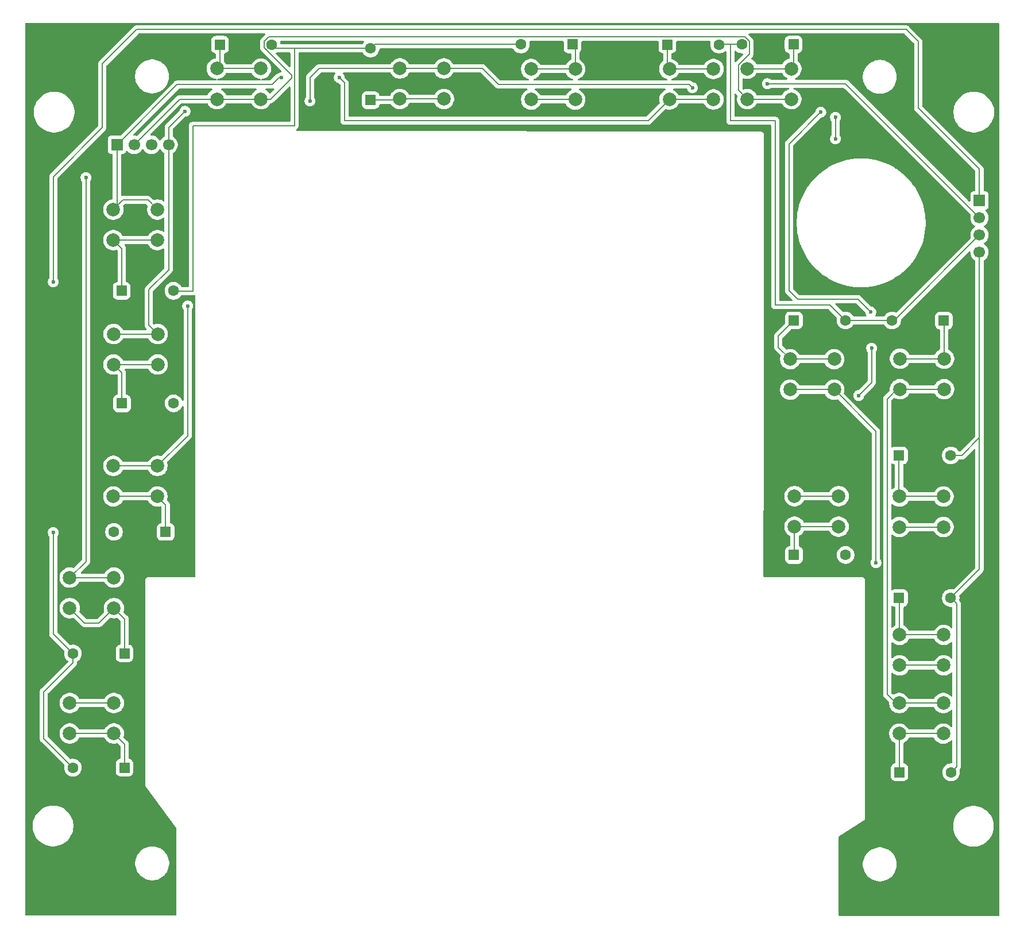
<source format=gtl>
%TF.GenerationSoftware,KiCad,Pcbnew,9.0.3*%
%TF.CreationDate,2025-08-14T19:40:40-06:00*%
%TF.ProjectId,ARC-210-Master-Board,4152432d-3231-4302-9d4d-61737465722d,rev?*%
%TF.SameCoordinates,Original*%
%TF.FileFunction,Copper,L1,Top*%
%TF.FilePolarity,Positive*%
%FSLAX46Y46*%
G04 Gerber Fmt 4.6, Leading zero omitted, Abs format (unit mm)*
G04 Created by KiCad (PCBNEW 9.0.3) date 2025-08-14 19:40:40*
%MOMM*%
%LPD*%
G01*
G04 APERTURE LIST*
G04 Aperture macros list*
%AMRoundRect*
0 Rectangle with rounded corners*
0 $1 Rounding radius*
0 $2 $3 $4 $5 $6 $7 $8 $9 X,Y pos of 4 corners*
0 Add a 4 corners polygon primitive as box body*
4,1,4,$2,$3,$4,$5,$6,$7,$8,$9,$2,$3,0*
0 Add four circle primitives for the rounded corners*
1,1,$1+$1,$2,$3*
1,1,$1+$1,$4,$5*
1,1,$1+$1,$6,$7*
1,1,$1+$1,$8,$9*
0 Add four rect primitives between the rounded corners*
20,1,$1+$1,$2,$3,$4,$5,0*
20,1,$1+$1,$4,$5,$6,$7,0*
20,1,$1+$1,$6,$7,$8,$9,0*
20,1,$1+$1,$8,$9,$2,$3,0*%
G04 Aperture macros list end*
%TA.AperFunction,Conductor*%
%ADD10C,0.200000*%
%TD*%
%TA.AperFunction,ComponentPad*%
%ADD11C,2.000000*%
%TD*%
%TA.AperFunction,ComponentPad*%
%ADD12RoundRect,0.250000X-0.550000X-0.550000X0.550000X-0.550000X0.550000X0.550000X-0.550000X0.550000X0*%
%TD*%
%TA.AperFunction,ComponentPad*%
%ADD13C,1.600000*%
%TD*%
%TA.AperFunction,ComponentPad*%
%ADD14R,1.700000X1.700000*%
%TD*%
%TA.AperFunction,ComponentPad*%
%ADD15C,1.700000*%
%TD*%
%TA.AperFunction,ComponentPad*%
%ADD16RoundRect,0.250000X0.550000X0.550000X-0.550000X0.550000X-0.550000X-0.550000X0.550000X-0.550000X0*%
%TD*%
%TA.AperFunction,ComponentPad*%
%ADD17RoundRect,0.250000X0.550000X-0.550000X0.550000X0.550000X-0.550000X0.550000X-0.550000X-0.550000X0*%
%TD*%
%TA.AperFunction,ViaPad*%
%ADD18C,0.600000*%
%TD*%
G04 APERTURE END LIST*
D10*
%TO.N,Net-(D10-A)*%
X177419000Y-31623000D02*
X177419000Y-42799000D01*
%TO.N,Net-(D5-A)*%
X113157000Y-43561000D02*
X98171000Y-43561000D01*
%TO.N,Net-(D10-A)*%
X184023000Y-42799000D02*
X184023000Y-69977000D01*
%TO.N,Net-(D5-A)*%
X109982000Y-32131000D02*
X124333000Y-32131000D01*
%TO.N,Net-(D10-A)*%
X192151000Y-69977000D02*
X184023000Y-69977000D01*
%TO.N,Net-(J2-Pin_4)*%
X94615000Y-64770000D02*
X91694000Y-67691000D01*
X97028000Y-41402000D02*
X94615000Y-43815000D01*
%TO.N,Net-(D10-A)*%
X177419000Y-42799000D02*
X184023000Y-42799000D01*
%TO.N,Net-(D5-A)*%
X98171000Y-67945000D02*
X95377000Y-67945000D01*
%TO.N,Net-(J2-Pin_4)*%
X200533000Y-127381000D02*
X202311000Y-129159000D01*
%TO.N,Net-(D5-A)*%
X113157000Y-43561000D02*
X113157000Y-32131000D01*
%TO.N,Net-(J2-Pin_4)*%
X94615000Y-43815000D02*
X94615000Y-46101000D01*
%TO.N,Net-(D5-A)*%
X98171000Y-43561000D02*
X98171000Y-67945000D01*
X113157000Y-32131000D02*
X109982000Y-32131000D01*
%TO.N,Net-(J2-Pin_4)*%
X91694000Y-67945000D02*
X91694000Y-67691000D01*
X200533000Y-83820000D02*
X202184000Y-82169000D01*
%TO.N,Net-(D6-K)*%
X101720000Y-35120000D02*
X101600000Y-35120000D01*
%TD*%
D11*
%TO.P,SW10,1,1*%
%TO.N,Net-(D10-K)*%
X179910000Y-35130000D03*
X186410000Y-35130000D03*
%TO.P,SW10,2,2*%
%TO.N,Net-(J2-Pin_2)*%
X179910000Y-39630000D03*
X186410000Y-39630000D03*
%TD*%
%TO.P,SW14,1,1*%
%TO.N,Net-(D14-K)*%
X202350000Y-98200000D03*
X208850000Y-98200000D03*
%TO.P,SW14,2,2*%
%TO.N,Net-(J2-Pin_2)*%
X202350000Y-102700000D03*
X208850000Y-102700000D03*
%TD*%
%TO.P,SW1,1,1*%
%TO.N,Net-(D1-K)*%
X86540000Y-133140000D03*
X80040000Y-133140000D03*
%TO.P,SW1,2,2*%
%TO.N,Net-(J2-Pin_1)*%
X86540000Y-128640000D03*
X80040000Y-128640000D03*
%TD*%
%TO.P,SW2,1,1*%
%TO.N,Net-(D2-K)*%
X86540000Y-114660000D03*
X80040000Y-114660000D03*
%TO.P,SW2,2,2*%
%TO.N,Net-(J2-Pin_2)*%
X86540000Y-110160000D03*
X80040000Y-110160000D03*
%TD*%
%TO.P,SW7,1,1*%
%TO.N,Net-(D7-K)*%
X135200000Y-39590000D03*
X128700000Y-39590000D03*
%TO.P,SW7,2,2*%
%TO.N,Net-(J2-Pin_3)*%
X135200000Y-35090000D03*
X128700000Y-35090000D03*
%TD*%
%TO.P,SW3,1,1*%
%TO.N,Net-(D3-K)*%
X92970000Y-98180000D03*
X86470000Y-98180000D03*
%TO.P,SW3,2,2*%
%TO.N,Net-(J2-Pin_3)*%
X92970000Y-93680000D03*
X86470000Y-93680000D03*
%TD*%
%TO.P,SW11,1,1*%
%TO.N,Net-(D11-K)*%
X186240000Y-77950000D03*
X192740000Y-77950000D03*
%TO.P,SW11,2,2*%
%TO.N,Net-(J2-Pin_3)*%
X186240000Y-82450000D03*
X192740000Y-82450000D03*
%TD*%
%TO.P,SW8,1,1*%
%TO.N,Net-(D8-K)*%
X148060000Y-35180000D03*
X154560000Y-35180000D03*
%TO.P,SW8,2,2*%
%TO.N,Net-(J2-Pin_4)*%
X148060000Y-39680000D03*
X154560000Y-39680000D03*
%TD*%
%TO.P,SW16,1,1*%
%TO.N,Net-(D16-K)*%
X208830000Y-133150000D03*
X202330000Y-133150000D03*
%TO.P,SW16,2,2*%
%TO.N,Net-(J2-Pin_4)*%
X208830000Y-128650000D03*
X202330000Y-128650000D03*
%TD*%
%TO.P,SW5,1,1*%
%TO.N,Net-(D5-K)*%
X92960000Y-60400000D03*
X86460000Y-60400000D03*
%TO.P,SW5,2,2*%
%TO.N,Net-(J2-Pin_1)*%
X92960000Y-55900000D03*
X86460000Y-55900000D03*
%TD*%
%TO.P,SW9,1,1*%
%TO.N,Net-(D9-K)*%
X168440000Y-35170000D03*
X174940000Y-35170000D03*
%TO.P,SW9,2,2*%
%TO.N,Net-(J2-Pin_1)*%
X168440000Y-39670000D03*
X174940000Y-39670000D03*
%TD*%
%TO.P,SW12,1,1*%
%TO.N,Net-(D12-K)*%
X202430000Y-77890000D03*
X208930000Y-77890000D03*
%TO.P,SW12,2,2*%
%TO.N,Net-(J2-Pin_4)*%
X202430000Y-82390000D03*
X208930000Y-82390000D03*
%TD*%
%TO.P,SW6,1,1*%
%TO.N,Net-(D6-K)*%
X101720000Y-35120000D03*
X108220000Y-35120000D03*
%TO.P,SW6,2,2*%
%TO.N,Net-(J2-Pin_2)*%
X101720000Y-39620000D03*
X108220000Y-39620000D03*
%TD*%
%TO.P,SW15,1,1*%
%TO.N,Net-(D15-K)*%
X202370000Y-118590000D03*
X208870000Y-118590000D03*
%TO.P,SW15,2,2*%
%TO.N,Net-(J2-Pin_3)*%
X202370000Y-123090000D03*
X208870000Y-123090000D03*
%TD*%
%TO.P,SW13,1,1*%
%TO.N,Net-(D13-K)*%
X193390000Y-102650000D03*
X186890000Y-102650000D03*
%TO.P,SW13,2,2*%
%TO.N,Net-(J2-Pin_1)*%
X193390000Y-98150000D03*
X186890000Y-98150000D03*
%TD*%
%TO.P,SW4,1,1*%
%TO.N,Net-(D4-K)*%
X93000000Y-78750000D03*
X86500000Y-78750000D03*
%TO.P,SW4,2,2*%
%TO.N,Net-(J2-Pin_4)*%
X93000000Y-74250000D03*
X86500000Y-74250000D03*
%TD*%
D12*
%TO.P,D11,1,K*%
%TO.N,Net-(D11-K)*%
X186790000Y-72240000D03*
D13*
%TO.P,D11,2,A*%
%TO.N,Net-(D10-A)*%
X194410000Y-72240000D03*
%TD*%
D12*
%TO.P,D16,1,K*%
%TO.N,Net-(D16-K)*%
X202350000Y-138850000D03*
D13*
%TO.P,D16,2,A*%
%TO.N,Net-(D13-A)*%
X209970000Y-138850000D03*
%TD*%
D12*
%TO.P,D9,1,K*%
%TO.N,Net-(D9-K)*%
X168140000Y-31570000D03*
D13*
%TO.P,D9,2,A*%
%TO.N,Net-(D10-A)*%
X175760000Y-31570000D03*
%TD*%
D14*
%TO.P,J2,1,Pin_1*%
%TO.N,Net-(J2-Pin_1)*%
X86990000Y-46340000D03*
D15*
%TO.P,J2,2,Pin_2*%
%TO.N,Net-(J2-Pin_2)*%
X89530000Y-46340000D03*
%TO.P,J2,3,Pin_3*%
%TO.N,Net-(J2-Pin_3)*%
X92070000Y-46340000D03*
%TO.P,J2,4,Pin_4*%
%TO.N,Net-(J2-Pin_4)*%
X94610000Y-46340000D03*
%TD*%
D12*
%TO.P,D15,1,K*%
%TO.N,Net-(D15-K)*%
X202300000Y-113160000D03*
D13*
%TO.P,D15,2,A*%
%TO.N,Net-(D13-A)*%
X209920000Y-113160000D03*
%TD*%
D16*
%TO.P,D3,1,K*%
%TO.N,Net-(D3-K)*%
X94180000Y-103420000D03*
D13*
%TO.P,D3,2,A*%
%TO.N,Net-(D1-A)*%
X86560000Y-103420000D03*
%TD*%
D14*
%TO.P,J1,1,Pin_1*%
%TO.N,Net-(D1-A)*%
X214150000Y-54570000D03*
D15*
%TO.P,J1,2,Pin_2*%
%TO.N,Net-(D5-A)*%
X214150000Y-57110000D03*
%TO.P,J1,3,Pin_3*%
%TO.N,Net-(D10-A)*%
X214150000Y-59650000D03*
%TO.P,J1,4,Pin_4*%
%TO.N,Net-(D13-A)*%
X214150000Y-62190000D03*
%TD*%
D16*
%TO.P,D10,1,K*%
%TO.N,Net-(D10-K)*%
X186750000Y-31560000D03*
D13*
%TO.P,D10,2,A*%
%TO.N,Net-(D10-A)*%
X179130000Y-31560000D03*
%TD*%
D12*
%TO.P,D4,1,K*%
%TO.N,Net-(D4-K)*%
X87730000Y-84470000D03*
D13*
%TO.P,D4,2,A*%
%TO.N,Net-(D1-A)*%
X95350000Y-84470000D03*
%TD*%
D16*
%TO.P,D1,1,K*%
%TO.N,Net-(D1-K)*%
X88120000Y-138170000D03*
D13*
%TO.P,D1,2,A*%
%TO.N,Net-(D1-A)*%
X80500000Y-138170000D03*
%TD*%
D12*
%TO.P,D6,1,K*%
%TO.N,Net-(D6-K)*%
X102180000Y-31590000D03*
D13*
%TO.P,D6,2,A*%
%TO.N,Net-(D5-A)*%
X109800000Y-31590000D03*
%TD*%
D12*
%TO.P,D5,1,K*%
%TO.N,Net-(D5-K)*%
X87700000Y-67880000D03*
D13*
%TO.P,D5,2,A*%
%TO.N,Net-(D5-A)*%
X95320000Y-67880000D03*
%TD*%
D17*
%TO.P,D7,1,K*%
%TO.N,Net-(D7-K)*%
X124380000Y-39770000D03*
D13*
%TO.P,D7,2,A*%
%TO.N,Net-(D5-A)*%
X124380000Y-32150000D03*
%TD*%
D12*
%TO.P,D13,1,K*%
%TO.N,Net-(D13-K)*%
X186790000Y-106820000D03*
D13*
%TO.P,D13,2,A*%
%TO.N,Net-(D13-A)*%
X194410000Y-106820000D03*
%TD*%
D16*
%TO.P,D12,1,K*%
%TO.N,Net-(D12-K)*%
X208890000Y-72260000D03*
D13*
%TO.P,D12,2,A*%
%TO.N,Net-(D10-A)*%
X201270000Y-72260000D03*
%TD*%
D16*
%TO.P,D2,1,K*%
%TO.N,Net-(D2-K)*%
X88120000Y-121340000D03*
D13*
%TO.P,D2,2,A*%
%TO.N,Net-(D1-A)*%
X80500000Y-121340000D03*
%TD*%
D12*
%TO.P,D14,1,K*%
%TO.N,Net-(D14-K)*%
X202300000Y-92150000D03*
D13*
%TO.P,D14,2,A*%
%TO.N,Net-(D13-A)*%
X209920000Y-92150000D03*
%TD*%
D16*
%TO.P,D8,1,K*%
%TO.N,Net-(D8-K)*%
X154160000Y-31560000D03*
D13*
%TO.P,D8,2,A*%
%TO.N,Net-(D5-A)*%
X146540000Y-31560000D03*
%TD*%
D18*
%TO.N,Net-(D1-A)*%
X77597000Y-103505000D03*
X77597000Y-66548000D03*
%TO.N,Net-(D5-A)*%
X182880000Y-37338000D03*
%TO.N,Net-(J2-Pin_4)*%
X192913000Y-45466000D03*
X97028000Y-41402000D03*
X192913000Y-42291000D03*
%TO.N,Net-(J2-Pin_2)*%
X82423000Y-51181000D03*
%TO.N,Net-(J2-Pin_3)*%
X198882000Y-107950000D03*
X171831000Y-37938000D03*
X97409000Y-70104000D03*
X115443000Y-39878000D03*
%TO.N,Net-(J2-Pin_1)*%
X196342000Y-83312000D03*
X198120000Y-70993000D03*
X198247000Y-76327000D03*
X119761000Y-36449000D03*
X190754000Y-41529000D03*
X111252000Y-36449000D03*
%TD*%
D10*
%TO.N,Net-(D1-K)*%
X86540000Y-133140000D02*
X80040000Y-133140000D01*
X88120000Y-138170000D02*
X88120000Y-134720000D01*
X88120000Y-134720000D02*
X86540000Y-133140000D01*
%TO.N,Net-(D1-A)*%
X89916000Y-29337000D02*
X84836000Y-34417000D01*
X205105000Y-31115000D02*
X203327000Y-29337000D01*
X84836000Y-43815000D02*
X77597000Y-51054000D01*
X84836000Y-34417000D02*
X84836000Y-43815000D01*
X80500000Y-122700000D02*
X80500000Y-121340000D01*
X80500000Y-121340000D02*
X77597000Y-118437000D01*
X76200000Y-127000000D02*
X80500000Y-122700000D01*
X80500000Y-138170000D02*
X76200000Y-133870000D01*
X77597000Y-103505000D02*
X77597000Y-118437000D01*
X205105000Y-40894000D02*
X205105000Y-31115000D01*
X214150000Y-54570000D02*
X214150000Y-49939000D01*
X76200000Y-133870000D02*
X76200000Y-127000000D01*
X214150000Y-49939000D02*
X205105000Y-40894000D01*
X203327000Y-29337000D02*
X89916000Y-29337000D01*
X77597000Y-51054000D02*
X77597000Y-66548000D01*
%TO.N,Net-(D2-K)*%
X86540000Y-114660000D02*
X84342950Y-116857050D01*
X88120000Y-116240000D02*
X86540000Y-114660000D01*
X84342950Y-116857050D02*
X82237050Y-116857050D01*
X82237050Y-116857050D02*
X80040000Y-114660000D01*
X88120000Y-121340000D02*
X88120000Y-116240000D01*
%TO.N,Net-(D3-K)*%
X94180000Y-99390000D02*
X94180000Y-103420000D01*
X92970000Y-98180000D02*
X86470000Y-98180000D01*
X92970000Y-98180000D02*
X94180000Y-99390000D01*
%TO.N,Net-(D4-K)*%
X93000000Y-78750000D02*
X86500000Y-78750000D01*
X87730000Y-79980000D02*
X87730000Y-84470000D01*
X86500000Y-78750000D02*
X87730000Y-79980000D01*
%TO.N,Net-(D5-K)*%
X87700000Y-61640000D02*
X87700000Y-67880000D01*
X86460000Y-60400000D02*
X87700000Y-61640000D01*
X92960000Y-60400000D02*
X86460000Y-60400000D01*
%TO.N,Net-(D5-A)*%
X124970000Y-31560000D02*
X124380000Y-32150000D01*
X194378000Y-37338000D02*
X182880000Y-37338000D01*
X146540000Y-31560000D02*
X141097000Y-31560000D01*
X214150000Y-57110000D02*
X194378000Y-37338000D01*
X141097000Y-31560000D02*
X124970000Y-31560000D01*
%TO.N,Net-(D6-K)*%
X108220000Y-35120000D02*
X101720000Y-35120000D01*
X102180000Y-34660000D02*
X101720000Y-35120000D01*
X102180000Y-31590000D02*
X102180000Y-34660000D01*
%TO.N,Net-(D7-K)*%
X128520000Y-39770000D02*
X128700000Y-39590000D01*
X135200000Y-39590000D02*
X128700000Y-39590000D01*
X124380000Y-39770000D02*
X128520000Y-39770000D01*
%TO.N,Net-(D8-K)*%
X154560000Y-35180000D02*
X154560000Y-31960000D01*
X154560000Y-35180000D02*
X148060000Y-35180000D01*
X154560000Y-31960000D02*
X154160000Y-31560000D01*
%TO.N,Net-(D9-K)*%
X168440000Y-35170000D02*
X174940000Y-35170000D01*
X168140000Y-34870000D02*
X168440000Y-35170000D01*
X168140000Y-31570000D02*
X168140000Y-34870000D01*
%TO.N,Net-(D10-A)*%
X175770000Y-31560000D02*
X175760000Y-31570000D01*
X214150000Y-59650000D02*
X201540000Y-72260000D01*
X179130000Y-31560000D02*
X175770000Y-31560000D01*
X201270000Y-72260000D02*
X194430000Y-72260000D01*
X213880000Y-59650000D02*
X214150000Y-59650000D01*
X194430000Y-72260000D02*
X194410000Y-72240000D01*
X201540000Y-72260000D02*
X201270000Y-72260000D01*
X192209780Y-70039780D02*
X194410000Y-72240000D01*
%TO.N,Net-(D10-K)*%
X179910000Y-35130000D02*
X186410000Y-35130000D01*
X186750000Y-31560000D02*
X186750000Y-34790000D01*
X186750000Y-34790000D02*
X186410000Y-35130000D01*
%TO.N,Net-(D11-K)*%
X192740000Y-77950000D02*
X186240000Y-77950000D01*
X186790000Y-72240000D02*
X184493754Y-74536246D01*
X184493754Y-76203754D02*
X186240000Y-77950000D01*
X184493754Y-74536246D02*
X184493754Y-76203754D01*
%TO.N,Net-(D12-K)*%
X208890000Y-77850000D02*
X208930000Y-77890000D01*
X208930000Y-77890000D02*
X208930000Y-72300000D01*
X208930000Y-72300000D02*
X208890000Y-72260000D01*
X202430000Y-77890000D02*
X208930000Y-77890000D01*
%TO.N,Net-(D13-A)*%
X211560108Y-92150000D02*
X209920000Y-92150000D01*
X214150000Y-89560108D02*
X211560108Y-92150000D01*
X214150000Y-108930000D02*
X214150000Y-89560108D01*
X210769999Y-114009999D02*
X209920000Y-113160000D01*
X209920000Y-113160000D02*
X214150000Y-108930000D01*
X214150000Y-62190000D02*
X214150000Y-89560108D01*
X210769999Y-138050001D02*
X210769999Y-114009999D01*
X209970000Y-138850000D02*
X210769999Y-138050001D01*
%TO.N,Net-(D13-K)*%
X186890000Y-102650000D02*
X186890000Y-106720000D01*
X186890000Y-106720000D02*
X186790000Y-106820000D01*
X193390000Y-102650000D02*
X186890000Y-102650000D01*
%TO.N,Net-(D14-K)*%
X202300000Y-98150000D02*
X202350000Y-98200000D01*
X208850000Y-98200000D02*
X202350000Y-98200000D01*
X202300000Y-92150000D02*
X202300000Y-98150000D01*
%TO.N,Net-(D15-K)*%
X208870000Y-118590000D02*
X202370000Y-118590000D01*
X202370000Y-113230000D02*
X202370000Y-118590000D01*
X202300000Y-113160000D02*
X202370000Y-113230000D01*
%TO.N,Net-(D16-K)*%
X208830000Y-133150000D02*
X202330000Y-133150000D01*
X202330000Y-133150000D02*
X202330000Y-138830000D01*
X202330000Y-138830000D02*
X202350000Y-138850000D01*
%TO.N,Net-(J2-Pin_4)*%
X208830000Y-128650000D02*
X202330000Y-128650000D01*
X154560000Y-39680000D02*
X148060000Y-39680000D01*
X91694000Y-72944000D02*
X93000000Y-74250000D01*
X192913000Y-42291000D02*
X192913000Y-45466000D01*
X94610000Y-46340000D02*
X94610000Y-64775000D01*
X208930000Y-82390000D02*
X202430000Y-82390000D01*
X93000000Y-74250000D02*
X86500000Y-74250000D01*
X200533000Y-83820000D02*
X200533000Y-127381000D01*
X91694000Y-67945000D02*
X91694000Y-72944000D01*
%TO.N,Net-(J2-Pin_2)*%
X186410000Y-39630000D02*
X179910000Y-39630000D01*
X96250000Y-39620000D02*
X89530000Y-46340000D01*
X178609000Y-38329000D02*
X179910000Y-39630000D01*
X109373950Y-30459000D02*
X179586050Y-30459000D01*
X86540000Y-110160000D02*
X80040000Y-110160000D01*
X82423000Y-107777000D02*
X82423000Y-51181000D01*
X101720000Y-39620000D02*
X96250000Y-39620000D01*
X108220000Y-39620000D02*
X109634213Y-39620000D01*
X112756000Y-36498213D02*
X112756000Y-36103050D01*
X108699000Y-31133950D02*
X109373950Y-30459000D01*
X180231000Y-31103950D02*
X180231000Y-32969108D01*
X208850000Y-102700000D02*
X202350000Y-102700000D01*
X112756000Y-36103050D02*
X108699000Y-32046050D01*
X108699000Y-32046050D02*
X108699000Y-31133950D01*
X178609000Y-34591108D02*
X178609000Y-38329000D01*
X80040000Y-110160000D02*
X82423000Y-107777000D01*
X180231000Y-32969108D02*
X178609000Y-34591108D01*
X108220000Y-39620000D02*
X101720000Y-39620000D01*
X179586050Y-30459000D02*
X180231000Y-31103950D01*
X109634213Y-39620000D02*
X112756000Y-36498213D01*
%TO.N,Net-(J2-Pin_3)*%
X135200000Y-35090000D02*
X140881000Y-35090000D01*
X143256000Y-37465000D02*
X171358000Y-37465000D01*
X198882000Y-88592000D02*
X192740000Y-82450000D01*
X92970000Y-93680000D02*
X97409000Y-89241000D01*
X92970000Y-93680000D02*
X86470000Y-93680000D01*
X97409000Y-89241000D02*
X97409000Y-70104000D01*
X128700000Y-35090000D02*
X135200000Y-35090000D01*
X171358000Y-37465000D02*
X171831000Y-37938000D01*
X116713000Y-35179000D02*
X115443000Y-36449000D01*
X115443000Y-36449000D02*
X115443000Y-39878000D01*
X198882000Y-107950000D02*
X198882000Y-88592000D01*
X192740000Y-82450000D02*
X186240000Y-82450000D01*
X116802000Y-35090000D02*
X116713000Y-35179000D01*
X140881000Y-35090000D02*
X143256000Y-37465000D01*
X208870000Y-123090000D02*
X202370000Y-123090000D01*
X128700000Y-35090000D02*
X116802000Y-35090000D01*
%TO.N,Net-(J2-Pin_1)*%
X86990000Y-55370000D02*
X86460000Y-55900000D01*
X190754000Y-41529000D02*
X186055000Y-46228000D01*
X109855000Y-37465000D02*
X95865000Y-37465000D01*
X196215000Y-69088000D02*
X198120000Y-70993000D01*
X92960000Y-55900000D02*
X91562538Y-54502538D01*
X187452000Y-69088000D02*
X196215000Y-69088000D01*
X174940000Y-39670000D02*
X168440000Y-39670000D01*
X110871000Y-36449000D02*
X109855000Y-37465000D01*
X168440000Y-39670000D02*
X165311000Y-42799000D01*
X198247000Y-81407000D02*
X196342000Y-83312000D01*
X86540000Y-128640000D02*
X80040000Y-128640000D01*
X193390000Y-98150000D02*
X186890000Y-98150000D01*
X87857462Y-54502538D02*
X86460000Y-55900000D01*
X120523000Y-42799000D02*
X120523000Y-37211000D01*
X95865000Y-37465000D02*
X86990000Y-46340000D01*
X165311000Y-42799000D02*
X120523000Y-42799000D01*
X91562538Y-54502538D02*
X87857462Y-54502538D01*
X186055000Y-46228000D02*
X186055000Y-67818000D01*
X186055000Y-67818000D02*
X187325000Y-69088000D01*
X198247000Y-76327000D02*
X198247000Y-81407000D01*
X120523000Y-37211000D02*
X119761000Y-36449000D01*
X187325000Y-69088000D02*
X187452000Y-69088000D01*
X111252000Y-36449000D02*
X110871000Y-36449000D01*
X86990000Y-46340000D02*
X86990000Y-55370000D01*
%TD*%
%TA.AperFunction,NonConductor*%
G36*
X123398992Y-31079185D02*
G01*
X123444747Y-31131989D01*
X123454691Y-31201147D01*
X123425666Y-31264703D01*
X123419634Y-31271181D01*
X123388032Y-31302782D01*
X123388028Y-31302786D01*
X123267711Y-31468391D01*
X123265933Y-31471293D01*
X123264970Y-31472163D01*
X123264849Y-31472331D01*
X123264813Y-31472305D01*
X123214120Y-31518167D01*
X123160208Y-31530500D01*
X111213193Y-31530500D01*
X111183496Y-31521779D01*
X111153279Y-31515065D01*
X111150262Y-31512021D01*
X111146154Y-31510815D01*
X111125891Y-31487430D01*
X111104096Y-31465439D01*
X111102341Y-31460252D01*
X111100399Y-31458011D01*
X111091910Y-31432315D01*
X111091229Y-31429119D01*
X111068477Y-31285466D01*
X111045795Y-31215658D01*
X111044445Y-31209315D01*
X111046621Y-31180682D01*
X111045802Y-31151977D01*
X111049237Y-31146279D01*
X111049742Y-31139646D01*
X111067052Y-31116736D01*
X111081882Y-31092144D01*
X111087852Y-31089208D01*
X111091863Y-31083901D01*
X111118809Y-31073987D01*
X111144583Y-31061316D01*
X111155896Y-31060344D01*
X111157436Y-31059778D01*
X111158845Y-31060091D01*
X111165728Y-31059500D01*
X123331953Y-31059500D01*
X123398992Y-31079185D01*
G37*
%TD.AperFunction*%
%TA.AperFunction,NonConductor*%
G36*
X178224703Y-32494334D02*
G01*
X178231181Y-32500366D01*
X178282786Y-32551971D01*
X178405603Y-32641201D01*
X178448390Y-32672287D01*
X178530080Y-32713910D01*
X178630776Y-32765218D01*
X178630778Y-32765218D01*
X178630781Y-32765220D01*
X178724478Y-32795664D01*
X178825465Y-32828477D01*
X178888602Y-32838477D01*
X179027648Y-32860500D01*
X179027649Y-32860500D01*
X179191010Y-32860500D01*
X179258049Y-32880185D01*
X179303804Y-32932989D01*
X179313748Y-33002147D01*
X179284723Y-33065703D01*
X179278691Y-33072181D01*
X178231181Y-34119691D01*
X178169858Y-34153176D01*
X178100166Y-34148192D01*
X178044233Y-34106320D01*
X178019816Y-34040856D01*
X178019500Y-34032010D01*
X178019500Y-32588047D01*
X178039185Y-32521008D01*
X178091989Y-32475253D01*
X178161147Y-32465309D01*
X178224703Y-32494334D01*
G37*
%TD.AperFunction*%
%TA.AperFunction,NonConductor*%
G36*
X112499539Y-32751185D02*
G01*
X112545294Y-32803989D01*
X112556500Y-32855500D01*
X112556500Y-34754953D01*
X112536815Y-34821992D01*
X112484011Y-34867747D01*
X112414853Y-34877691D01*
X112351297Y-34848666D01*
X112344819Y-34842634D01*
X110445366Y-32943181D01*
X110411881Y-32881858D01*
X110416865Y-32812166D01*
X110458737Y-32756233D01*
X110524201Y-32731816D01*
X110533047Y-32731500D01*
X112432500Y-32731500D01*
X112499539Y-32751185D01*
G37*
%TD.AperFunction*%
%TA.AperFunction,NonConductor*%
G36*
X166782539Y-31079185D02*
G01*
X166828294Y-31131989D01*
X166839500Y-31183500D01*
X166839500Y-32170001D01*
X166839501Y-32170019D01*
X166850000Y-32272796D01*
X166850001Y-32272799D01*
X166868278Y-32327954D01*
X166905186Y-32439334D01*
X166997288Y-32588656D01*
X167121344Y-32712712D01*
X167270666Y-32804814D01*
X167437203Y-32859999D01*
X167437209Y-32859999D01*
X167441448Y-32860907D01*
X167502884Y-32894185D01*
X167536576Y-32955394D01*
X167539500Y-32982162D01*
X167539500Y-33906350D01*
X167519815Y-33973389D01*
X167488388Y-34006666D01*
X167462493Y-34025480D01*
X167462487Y-34025485D01*
X167295485Y-34192487D01*
X167295485Y-34192488D01*
X167295483Y-34192490D01*
X167235862Y-34274550D01*
X167156657Y-34383566D01*
X167049433Y-34594003D01*
X166976446Y-34818631D01*
X166939500Y-35051902D01*
X166939500Y-35288097D01*
X166976446Y-35521368D01*
X167049433Y-35745996D01*
X167138067Y-35919949D01*
X167156657Y-35956433D01*
X167295483Y-36147510D01*
X167462490Y-36314517D01*
X167653567Y-36453343D01*
X167751054Y-36503015D01*
X167864003Y-36560566D01*
X167864005Y-36560566D01*
X167864008Y-36560568D01*
X167956129Y-36590500D01*
X168054826Y-36622569D01*
X168112501Y-36662007D01*
X168139699Y-36726366D01*
X168127784Y-36795212D01*
X168080540Y-36846688D01*
X168016507Y-36864500D01*
X155014269Y-36864500D01*
X154947230Y-36844815D01*
X154901475Y-36792011D01*
X154891531Y-36722853D01*
X154920556Y-36659297D01*
X154975950Y-36622569D01*
X154989929Y-36618027D01*
X155135992Y-36570568D01*
X155346433Y-36463343D01*
X155537510Y-36324517D01*
X155704517Y-36157510D01*
X155843343Y-35966433D01*
X155950568Y-35755992D01*
X156023553Y-35531368D01*
X156033056Y-35471368D01*
X156060500Y-35298097D01*
X156060500Y-35061902D01*
X156023553Y-34828631D01*
X155987313Y-34717097D01*
X155950568Y-34604008D01*
X155950566Y-34604005D01*
X155950566Y-34604003D01*
X155883608Y-34472591D01*
X155843343Y-34393567D01*
X155704517Y-34202490D01*
X155537510Y-34035483D01*
X155413636Y-33945483D01*
X155346431Y-33896655D01*
X155228204Y-33836415D01*
X155177409Y-33788441D01*
X155160500Y-33725931D01*
X155160500Y-32772230D01*
X155180185Y-32705191D01*
X155196819Y-32684549D01*
X155240167Y-32641201D01*
X155302712Y-32578656D01*
X155394814Y-32429334D01*
X155449999Y-32262797D01*
X155460500Y-32160009D01*
X155460499Y-31183499D01*
X155480183Y-31116461D01*
X155532987Y-31070706D01*
X155584499Y-31059500D01*
X166715500Y-31059500D01*
X166782539Y-31079185D01*
G37*
%TD.AperFunction*%
%TA.AperFunction,NonConductor*%
G36*
X153172971Y-35800185D02*
G01*
X153216416Y-35848203D01*
X153276657Y-35966433D01*
X153415483Y-36157510D01*
X153582490Y-36324517D01*
X153773567Y-36463343D01*
X153851428Y-36503015D01*
X153984003Y-36570566D01*
X153984005Y-36570566D01*
X153984008Y-36570568D01*
X154130071Y-36618027D01*
X154144050Y-36622569D01*
X154201725Y-36662007D01*
X154228923Y-36726366D01*
X154217008Y-36795212D01*
X154169764Y-36846688D01*
X154105731Y-36864500D01*
X148514269Y-36864500D01*
X148447230Y-36844815D01*
X148401475Y-36792011D01*
X148391531Y-36722853D01*
X148420556Y-36659297D01*
X148475950Y-36622569D01*
X148489929Y-36618027D01*
X148635992Y-36570568D01*
X148846433Y-36463343D01*
X149037510Y-36324517D01*
X149204517Y-36157510D01*
X149343343Y-35966433D01*
X149403583Y-35848204D01*
X149451558Y-35797409D01*
X149514068Y-35780500D01*
X153105932Y-35780500D01*
X153172971Y-35800185D01*
G37*
%TD.AperFunction*%
%TA.AperFunction,NonConductor*%
G36*
X106832971Y-35740185D02*
G01*
X106876416Y-35788203D01*
X106936657Y-35906433D01*
X107075483Y-36097510D01*
X107242490Y-36264517D01*
X107433567Y-36403343D01*
X107531696Y-36453342D01*
X107644003Y-36510566D01*
X107644005Y-36510566D01*
X107644008Y-36510568D01*
X107764412Y-36549689D01*
X107868631Y-36583553D01*
X108086289Y-36618027D01*
X108149424Y-36647956D01*
X108186355Y-36707268D01*
X108185357Y-36777130D01*
X108146747Y-36835363D01*
X108082783Y-36863477D01*
X108066891Y-36864500D01*
X101873109Y-36864500D01*
X101806070Y-36844815D01*
X101760315Y-36792011D01*
X101750371Y-36722853D01*
X101779396Y-36659297D01*
X101838174Y-36621523D01*
X101853711Y-36618027D01*
X102071368Y-36583553D01*
X102295992Y-36510568D01*
X102506433Y-36403343D01*
X102697510Y-36264517D01*
X102864517Y-36097510D01*
X103003343Y-35906433D01*
X103063583Y-35788204D01*
X103111558Y-35737409D01*
X103174068Y-35720500D01*
X106765932Y-35720500D01*
X106832971Y-35740185D01*
G37*
%TD.AperFunction*%
%TA.AperFunction,NonConductor*%
G36*
X110110713Y-38038542D02*
G01*
X110168576Y-38077704D01*
X110196081Y-38141932D01*
X110184495Y-38210835D01*
X110160639Y-38244336D01*
X109634647Y-38770329D01*
X109573324Y-38803814D01*
X109503633Y-38798830D01*
X109447699Y-38756959D01*
X109446683Y-38755582D01*
X109364517Y-38642490D01*
X109197510Y-38475483D01*
X109006433Y-38336657D01*
X108934459Y-38299984D01*
X108883664Y-38252010D01*
X108866869Y-38184189D01*
X108889406Y-38118054D01*
X108944122Y-38074603D01*
X108990755Y-38065500D01*
X109768331Y-38065500D01*
X109768347Y-38065501D01*
X109775943Y-38065501D01*
X109934055Y-38065501D01*
X109934057Y-38065501D01*
X110040866Y-38036881D01*
X110110713Y-38038542D01*
G37*
%TD.AperFunction*%
%TA.AperFunction,NonConductor*%
G36*
X107516284Y-38085185D02*
G01*
X107562039Y-38137989D01*
X107571983Y-38207147D01*
X107542958Y-38270703D01*
X107505540Y-38299985D01*
X107433566Y-38336657D01*
X107364748Y-38386657D01*
X107242490Y-38475483D01*
X107242488Y-38475485D01*
X107242487Y-38475485D01*
X107075485Y-38642487D01*
X107075485Y-38642488D01*
X107075483Y-38642490D01*
X107015862Y-38724550D01*
X106936657Y-38833566D01*
X106919697Y-38866853D01*
X106891703Y-38921795D01*
X106876417Y-38951795D01*
X106828442Y-39002591D01*
X106765932Y-39019500D01*
X103174068Y-39019500D01*
X103107029Y-38999815D01*
X103063583Y-38951795D01*
X103003343Y-38833567D01*
X102864517Y-38642490D01*
X102697510Y-38475483D01*
X102506433Y-38336657D01*
X102434459Y-38299984D01*
X102383664Y-38252010D01*
X102366869Y-38184189D01*
X102389406Y-38118054D01*
X102444122Y-38074603D01*
X102490755Y-38065500D01*
X107449245Y-38065500D01*
X107516284Y-38085185D01*
G37*
%TD.AperFunction*%
%TA.AperFunction,NonConductor*%
G36*
X184970534Y-35734787D02*
G01*
X184985739Y-35734136D01*
X185003377Y-35744431D01*
X185022971Y-35750185D01*
X185033867Y-35762229D01*
X185046081Y-35769358D01*
X185066415Y-35798202D01*
X185126657Y-35916433D01*
X185265483Y-36107510D01*
X185432490Y-36274517D01*
X185623567Y-36413343D01*
X185709500Y-36457128D01*
X185799558Y-36503015D01*
X185850354Y-36550990D01*
X185867149Y-36618811D01*
X185844612Y-36684946D01*
X185789896Y-36728397D01*
X185743263Y-36737500D01*
X183459766Y-36737500D01*
X183392727Y-36717815D01*
X183390875Y-36716602D01*
X183259185Y-36628609D01*
X183259172Y-36628602D01*
X183113501Y-36568264D01*
X183113489Y-36568261D01*
X182958845Y-36537500D01*
X182958842Y-36537500D01*
X182801158Y-36537500D01*
X182801155Y-36537500D01*
X182646510Y-36568261D01*
X182646498Y-36568264D01*
X182500827Y-36628602D01*
X182500814Y-36628609D01*
X182369711Y-36716210D01*
X182369707Y-36716213D01*
X182258213Y-36827707D01*
X182258210Y-36827711D01*
X182170609Y-36958814D01*
X182170602Y-36958827D01*
X182110264Y-37104498D01*
X182110261Y-37104510D01*
X182079500Y-37259153D01*
X182079500Y-37416846D01*
X182110261Y-37571489D01*
X182110264Y-37571501D01*
X182170602Y-37717172D01*
X182170609Y-37717185D01*
X182258210Y-37848288D01*
X182258213Y-37848292D01*
X182369707Y-37959786D01*
X182369711Y-37959789D01*
X182500814Y-38047390D01*
X182500827Y-38047397D01*
X182646498Y-38107735D01*
X182646503Y-38107737D01*
X182795708Y-38137416D01*
X182801153Y-38138499D01*
X182801156Y-38138500D01*
X182801158Y-38138500D01*
X182958844Y-38138500D01*
X182958845Y-38138499D01*
X183113497Y-38107737D01*
X183259179Y-38047394D01*
X183293329Y-38024576D01*
X183390875Y-37959398D01*
X183457553Y-37938520D01*
X183459766Y-37938500D01*
X185977274Y-37938500D01*
X186044313Y-37958185D01*
X186090068Y-38010989D01*
X186100012Y-38080147D01*
X186070987Y-38143703D01*
X186015593Y-38180431D01*
X185834003Y-38239433D01*
X185623566Y-38346657D01*
X185554748Y-38396657D01*
X185432490Y-38485483D01*
X185432488Y-38485485D01*
X185432487Y-38485485D01*
X185265485Y-38652487D01*
X185265485Y-38652488D01*
X185265483Y-38652490D01*
X185229158Y-38702487D01*
X185126657Y-38843566D01*
X185066417Y-38961795D01*
X185018442Y-39012591D01*
X184955932Y-39029500D01*
X181364068Y-39029500D01*
X181297029Y-39009815D01*
X181253583Y-38961795D01*
X181227066Y-38909752D01*
X181193343Y-38843567D01*
X181054517Y-38652490D01*
X180887510Y-38485483D01*
X180696433Y-38346657D01*
X180638591Y-38317185D01*
X180485996Y-38239433D01*
X180261368Y-38166446D01*
X180028097Y-38129500D01*
X180028092Y-38129500D01*
X179791908Y-38129500D01*
X179791903Y-38129500D01*
X179558628Y-38166447D01*
X179432433Y-38207450D01*
X179417221Y-38207884D01*
X179402962Y-38213203D01*
X179383006Y-38208861D01*
X179362592Y-38209445D01*
X179348505Y-38201356D01*
X179334689Y-38198351D01*
X179306435Y-38177200D01*
X179245819Y-38116584D01*
X179212334Y-38055261D01*
X179209500Y-38028903D01*
X179209500Y-36650784D01*
X179229185Y-36583745D01*
X179281989Y-36537990D01*
X179351147Y-36528046D01*
X179371812Y-36532851D01*
X179480798Y-36568263D01*
X179558631Y-36593553D01*
X179791903Y-36630500D01*
X179791908Y-36630500D01*
X180028097Y-36630500D01*
X180261368Y-36593553D01*
X180291554Y-36583745D01*
X180485992Y-36520568D01*
X180696433Y-36413343D01*
X180887510Y-36274517D01*
X181054517Y-36107510D01*
X181193343Y-35916433D01*
X181253583Y-35798204D01*
X181301558Y-35747409D01*
X181364068Y-35730500D01*
X184955932Y-35730500D01*
X184970534Y-35734787D01*
G37*
%TD.AperFunction*%
%TA.AperFunction,NonConductor*%
G36*
X153974040Y-38085185D02*
G01*
X154019795Y-38137989D01*
X154029739Y-38207147D01*
X154000714Y-38270703D01*
X153963296Y-38299985D01*
X153773566Y-38396657D01*
X153673306Y-38469501D01*
X153582490Y-38535483D01*
X153582488Y-38535485D01*
X153582487Y-38535485D01*
X153415485Y-38702487D01*
X153415485Y-38702488D01*
X153415483Y-38702490D01*
X153366071Y-38770500D01*
X153276657Y-38893566D01*
X153268410Y-38909752D01*
X153217426Y-39009815D01*
X153216417Y-39011795D01*
X153168442Y-39062591D01*
X153105932Y-39079500D01*
X149514068Y-39079500D01*
X149447029Y-39059815D01*
X149403583Y-39011795D01*
X149343343Y-38893567D01*
X149204517Y-38702490D01*
X149037510Y-38535483D01*
X148846433Y-38396657D01*
X148826807Y-38386657D01*
X148656704Y-38299985D01*
X148605908Y-38252010D01*
X148589113Y-38184189D01*
X148611650Y-38118054D01*
X148666366Y-38074603D01*
X148712999Y-38065500D01*
X153907001Y-38065500D01*
X153974040Y-38085185D01*
G37*
%TD.AperFunction*%
%TA.AperFunction,NonConductor*%
G36*
X127260534Y-35694787D02*
G01*
X127275739Y-35694136D01*
X127293377Y-35704431D01*
X127312971Y-35710185D01*
X127323867Y-35722229D01*
X127336081Y-35729358D01*
X127356415Y-35758202D01*
X127416657Y-35876433D01*
X127555483Y-36067510D01*
X127722490Y-36234517D01*
X127913567Y-36373343D01*
X128012991Y-36424002D01*
X128124003Y-36480566D01*
X128124005Y-36480566D01*
X128124008Y-36480568D01*
X128193093Y-36503015D01*
X128348631Y-36553553D01*
X128581903Y-36590500D01*
X128581908Y-36590500D01*
X128818097Y-36590500D01*
X129051368Y-36553553D01*
X129099093Y-36538046D01*
X129275992Y-36480568D01*
X129486433Y-36373343D01*
X129677510Y-36234517D01*
X129844517Y-36067510D01*
X129983343Y-35876433D01*
X130043583Y-35758204D01*
X130091558Y-35707409D01*
X130154068Y-35690500D01*
X133745932Y-35690500D01*
X133812971Y-35710185D01*
X133856416Y-35758203D01*
X133916657Y-35876433D01*
X134055483Y-36067510D01*
X134222490Y-36234517D01*
X134413567Y-36373343D01*
X134512991Y-36424002D01*
X134624003Y-36480566D01*
X134624005Y-36480566D01*
X134624008Y-36480568D01*
X134693093Y-36503015D01*
X134848631Y-36553553D01*
X135081903Y-36590500D01*
X135081908Y-36590500D01*
X135318097Y-36590500D01*
X135551368Y-36553553D01*
X135599093Y-36538046D01*
X135775992Y-36480568D01*
X135986433Y-36373343D01*
X136177510Y-36234517D01*
X136344517Y-36067510D01*
X136483343Y-35876433D01*
X136543583Y-35758204D01*
X136591558Y-35707409D01*
X136654068Y-35690500D01*
X140580903Y-35690500D01*
X140647942Y-35710185D01*
X140668584Y-35726819D01*
X142771139Y-37829374D01*
X142771149Y-37829385D01*
X142775479Y-37833715D01*
X142775480Y-37833716D01*
X142887284Y-37945520D01*
X142961728Y-37988500D01*
X143024215Y-38024577D01*
X143176942Y-38065500D01*
X143176943Y-38065500D01*
X147407001Y-38065500D01*
X147474040Y-38085185D01*
X147519795Y-38137989D01*
X147529739Y-38207147D01*
X147500714Y-38270703D01*
X147463296Y-38299985D01*
X147273566Y-38396657D01*
X147173306Y-38469501D01*
X147082490Y-38535483D01*
X147082488Y-38535485D01*
X147082487Y-38535485D01*
X146915485Y-38702487D01*
X146915485Y-38702488D01*
X146915483Y-38702490D01*
X146866071Y-38770500D01*
X146776657Y-38893566D01*
X146669433Y-39104003D01*
X146596446Y-39328631D01*
X146559500Y-39561902D01*
X146559500Y-39798097D01*
X146596446Y-40031368D01*
X146669433Y-40255996D01*
X146757654Y-40429137D01*
X146776657Y-40466433D01*
X146915483Y-40657510D01*
X147082490Y-40824517D01*
X147273567Y-40963343D01*
X147366247Y-41010566D01*
X147484003Y-41070566D01*
X147484005Y-41070566D01*
X147484008Y-41070568D01*
X147604412Y-41109689D01*
X147708631Y-41143553D01*
X147941903Y-41180500D01*
X147941908Y-41180500D01*
X148178097Y-41180500D01*
X148411368Y-41143553D01*
X148422558Y-41139917D01*
X148635992Y-41070568D01*
X148636126Y-41070500D01*
X148669386Y-41053553D01*
X148846433Y-40963343D01*
X149037510Y-40824517D01*
X149204517Y-40657510D01*
X149343343Y-40466433D01*
X149403583Y-40348204D01*
X149451558Y-40297409D01*
X149514068Y-40280500D01*
X153105932Y-40280500D01*
X153172971Y-40300185D01*
X153216416Y-40348203D01*
X153276657Y-40466433D01*
X153415483Y-40657510D01*
X153582490Y-40824517D01*
X153773567Y-40963343D01*
X153866247Y-41010566D01*
X153984003Y-41070566D01*
X153984005Y-41070566D01*
X153984008Y-41070568D01*
X154104412Y-41109689D01*
X154208631Y-41143553D01*
X154441903Y-41180500D01*
X154441908Y-41180500D01*
X154678097Y-41180500D01*
X154911368Y-41143553D01*
X154922558Y-41139917D01*
X155135992Y-41070568D01*
X155136126Y-41070500D01*
X155169386Y-41053553D01*
X155346433Y-40963343D01*
X155537510Y-40824517D01*
X155704517Y-40657510D01*
X155843343Y-40466433D01*
X155950568Y-40255992D01*
X156023553Y-40031368D01*
X156025137Y-40021368D01*
X156060500Y-39798097D01*
X156060500Y-39561902D01*
X156023553Y-39328631D01*
X155972007Y-39169991D01*
X155950568Y-39104008D01*
X155950566Y-39104005D01*
X155950566Y-39104003D01*
X155878107Y-38961795D01*
X155843343Y-38893567D01*
X155704517Y-38702490D01*
X155537510Y-38535483D01*
X155346433Y-38396657D01*
X155326807Y-38386657D01*
X155156704Y-38299985D01*
X155105908Y-38252010D01*
X155089113Y-38184189D01*
X155111650Y-38118054D01*
X155166366Y-38074603D01*
X155212999Y-38065500D01*
X167767375Y-38065500D01*
X167834414Y-38085185D01*
X167880169Y-38137989D01*
X167890113Y-38207147D01*
X167861088Y-38270703D01*
X167823670Y-38299985D01*
X167653566Y-38386657D01*
X167572600Y-38445483D01*
X167462490Y-38525483D01*
X167462488Y-38525485D01*
X167462487Y-38525485D01*
X167295485Y-38692487D01*
X167295485Y-38692488D01*
X167295483Y-38692490D01*
X167238806Y-38770499D01*
X167156657Y-38883566D01*
X167049433Y-39094003D01*
X166976446Y-39318631D01*
X166939500Y-39551902D01*
X166939500Y-39788097D01*
X166976447Y-40021369D01*
X166976447Y-40021372D01*
X167017450Y-40147564D01*
X167019445Y-40217405D01*
X166987200Y-40273563D01*
X165098584Y-42162181D01*
X165037261Y-42195666D01*
X165010903Y-42198500D01*
X121247500Y-42198500D01*
X121180461Y-42178815D01*
X121134706Y-42126011D01*
X121123500Y-42074500D01*
X121123500Y-39169983D01*
X123079500Y-39169983D01*
X123079500Y-40370001D01*
X123079501Y-40370018D01*
X123090000Y-40472796D01*
X123090001Y-40472799D01*
X123145185Y-40639331D01*
X123145187Y-40639336D01*
X123156398Y-40657512D01*
X123237288Y-40788656D01*
X123361344Y-40912712D01*
X123510666Y-41004814D01*
X123677203Y-41059999D01*
X123779991Y-41070500D01*
X124980008Y-41070499D01*
X124994027Y-41069067D01*
X124997895Y-41068671D01*
X125082797Y-41059999D01*
X125249334Y-41004814D01*
X125398656Y-40912712D01*
X125522712Y-40788656D01*
X125614814Y-40639334D01*
X125669999Y-40472797D01*
X125669999Y-40472793D01*
X125670912Y-40468533D01*
X125704199Y-40407102D01*
X125765414Y-40373419D01*
X125792163Y-40370500D01*
X127349165Y-40370500D01*
X127416204Y-40390185D01*
X127449483Y-40421614D01*
X127555483Y-40567510D01*
X127722490Y-40734517D01*
X127913567Y-40873343D01*
X128012991Y-40924002D01*
X128124003Y-40980566D01*
X128124005Y-40980566D01*
X128124008Y-40980568D01*
X128216332Y-41010566D01*
X128348631Y-41053553D01*
X128581903Y-41090500D01*
X128581908Y-41090500D01*
X128818097Y-41090500D01*
X129051368Y-41053553D01*
X129103525Y-41036606D01*
X129275992Y-40980568D01*
X129486433Y-40873343D01*
X129677510Y-40734517D01*
X129844517Y-40567510D01*
X129983343Y-40376433D01*
X130043583Y-40258204D01*
X130091558Y-40207409D01*
X130154068Y-40190500D01*
X133745932Y-40190500D01*
X133812971Y-40210185D01*
X133856416Y-40258203D01*
X133916657Y-40376433D01*
X134055483Y-40567510D01*
X134222490Y-40734517D01*
X134413567Y-40873343D01*
X134512991Y-40924002D01*
X134624003Y-40980566D01*
X134624005Y-40980566D01*
X134624008Y-40980568D01*
X134716332Y-41010566D01*
X134848631Y-41053553D01*
X135081903Y-41090500D01*
X135081908Y-41090500D01*
X135318097Y-41090500D01*
X135551368Y-41053553D01*
X135603525Y-41036606D01*
X135775992Y-40980568D01*
X135986433Y-40873343D01*
X136177510Y-40734517D01*
X136344517Y-40567510D01*
X136483343Y-40376433D01*
X136590568Y-40165992D01*
X136663553Y-39941368D01*
X136685791Y-39800962D01*
X136700500Y-39708097D01*
X136700500Y-39471902D01*
X136663553Y-39238631D01*
X136611198Y-39077500D01*
X136590568Y-39014008D01*
X136590566Y-39014005D01*
X136590566Y-39014003D01*
X136524105Y-38883567D01*
X136483343Y-38803567D01*
X136344517Y-38612490D01*
X136177510Y-38445483D01*
X135986433Y-38306657D01*
X135775996Y-38199433D01*
X135551368Y-38126446D01*
X135318097Y-38089500D01*
X135318092Y-38089500D01*
X135081908Y-38089500D01*
X135081903Y-38089500D01*
X134848631Y-38126446D01*
X134624003Y-38199433D01*
X134413566Y-38306657D01*
X134304550Y-38385862D01*
X134222490Y-38445483D01*
X134222488Y-38445485D01*
X134222487Y-38445485D01*
X134055485Y-38612487D01*
X134055485Y-38612488D01*
X134055483Y-38612490D01*
X134021836Y-38658801D01*
X133916657Y-38803566D01*
X133901371Y-38833567D01*
X133867182Y-38900668D01*
X133856417Y-38921795D01*
X133808442Y-38972591D01*
X133745932Y-38989500D01*
X130154068Y-38989500D01*
X130087029Y-38969815D01*
X130043583Y-38921795D01*
X130037447Y-38909752D01*
X129983343Y-38803567D01*
X129844517Y-38612490D01*
X129677510Y-38445483D01*
X129486433Y-38306657D01*
X129275996Y-38199433D01*
X129051368Y-38126446D01*
X128818097Y-38089500D01*
X128818092Y-38089500D01*
X128581908Y-38089500D01*
X128581903Y-38089500D01*
X128348631Y-38126446D01*
X128124003Y-38199433D01*
X127913566Y-38306657D01*
X127804550Y-38385862D01*
X127722490Y-38445483D01*
X127722488Y-38445485D01*
X127722487Y-38445485D01*
X127555485Y-38612487D01*
X127555485Y-38612488D01*
X127555483Y-38612490D01*
X127521836Y-38658801D01*
X127416657Y-38803566D01*
X127309433Y-39014003D01*
X127305394Y-39026435D01*
X127287936Y-39080167D01*
X127286749Y-39083819D01*
X127247311Y-39141494D01*
X127182952Y-39168692D01*
X127168818Y-39169500D01*
X125792163Y-39169500D01*
X125725124Y-39149815D01*
X125679369Y-39097011D01*
X125670911Y-39071459D01*
X125670000Y-39067207D01*
X125669999Y-39067203D01*
X125614814Y-38900666D01*
X125522712Y-38751344D01*
X125398656Y-38627288D01*
X125256328Y-38539500D01*
X125249336Y-38535187D01*
X125249331Y-38535185D01*
X125220052Y-38525483D01*
X125082797Y-38480001D01*
X125082795Y-38480000D01*
X124980010Y-38469500D01*
X123779998Y-38469500D01*
X123779981Y-38469501D01*
X123677203Y-38480000D01*
X123677200Y-38480001D01*
X123510668Y-38535185D01*
X123510663Y-38535187D01*
X123361342Y-38627289D01*
X123237289Y-38751342D01*
X123145187Y-38900663D01*
X123145185Y-38900668D01*
X123128243Y-38951795D01*
X123090001Y-39067203D01*
X123090001Y-39067204D01*
X123090000Y-39067204D01*
X123079500Y-39169983D01*
X121123500Y-39169983D01*
X121123500Y-37300060D01*
X121123501Y-37300047D01*
X121123501Y-37131944D01*
X121121527Y-37124576D01*
X121082577Y-36979216D01*
X121080925Y-36976355D01*
X121003524Y-36842290D01*
X121003518Y-36842282D01*
X120595573Y-36434337D01*
X120562088Y-36373014D01*
X120561637Y-36370847D01*
X120550432Y-36314517D01*
X120530737Y-36215503D01*
X120506716Y-36157510D01*
X120470397Y-36069827D01*
X120470390Y-36069814D01*
X120382789Y-35938711D01*
X120382786Y-35938707D01*
X120346260Y-35902181D01*
X120312775Y-35840858D01*
X120317759Y-35771166D01*
X120359631Y-35715233D01*
X120425095Y-35690816D01*
X120433941Y-35690500D01*
X127245932Y-35690500D01*
X127260534Y-35694787D01*
G37*
%TD.AperFunction*%
%TA.AperFunction,NonConductor*%
G36*
X101016284Y-38085185D02*
G01*
X101062039Y-38137989D01*
X101071983Y-38207147D01*
X101042958Y-38270703D01*
X101005540Y-38299985D01*
X100933566Y-38336657D01*
X100864748Y-38386657D01*
X100742490Y-38475483D01*
X100742488Y-38475485D01*
X100742487Y-38475485D01*
X100575485Y-38642487D01*
X100575485Y-38642488D01*
X100575483Y-38642490D01*
X100515862Y-38724550D01*
X100436657Y-38833566D01*
X100419697Y-38866853D01*
X100391703Y-38921795D01*
X100376417Y-38951795D01*
X100328442Y-39002591D01*
X100265932Y-39019500D01*
X96170943Y-39019500D01*
X96018212Y-39060423D01*
X95988639Y-39077499D01*
X95988637Y-39077500D01*
X95881287Y-39139477D01*
X95881282Y-39139481D01*
X95769478Y-39251286D01*
X90014522Y-45006241D01*
X89953199Y-45039726D01*
X89888523Y-45036491D01*
X89846245Y-45022754D01*
X89706272Y-45000584D01*
X89636287Y-44989500D01*
X89489096Y-44989500D01*
X89422057Y-44969815D01*
X89376302Y-44917011D01*
X89366358Y-44847853D01*
X89395383Y-44784297D01*
X89401415Y-44777819D01*
X92657971Y-41521264D01*
X96077416Y-38101819D01*
X96138739Y-38068334D01*
X96165097Y-38065500D01*
X100949245Y-38065500D01*
X101016284Y-38085185D01*
G37*
%TD.AperFunction*%
%TA.AperFunction,NonConductor*%
G36*
X93411444Y-46993999D02*
G01*
X93450486Y-47039056D01*
X93454951Y-47047820D01*
X93579890Y-47219786D01*
X93730213Y-47370109D01*
X93902184Y-47495051D01*
X93902184Y-47495052D01*
X93941793Y-47515233D01*
X93992590Y-47563206D01*
X94009500Y-47625718D01*
X94009500Y-54564422D01*
X93989815Y-54631461D01*
X93937011Y-54677216D01*
X93867853Y-54687160D01*
X93812615Y-54664740D01*
X93746436Y-54616659D01*
X93746435Y-54616658D01*
X93746433Y-54616657D01*
X93680715Y-54583172D01*
X93535996Y-54509433D01*
X93311368Y-54436446D01*
X93078097Y-54399500D01*
X93078092Y-54399500D01*
X92841908Y-54399500D01*
X92841903Y-54399500D01*
X92608628Y-54436447D01*
X92482433Y-54477450D01*
X92412592Y-54479445D01*
X92356435Y-54447200D01*
X92050128Y-54140893D01*
X92050126Y-54140890D01*
X91931255Y-54022019D01*
X91931254Y-54022018D01*
X91844442Y-53971898D01*
X91844442Y-53971897D01*
X91844438Y-53971896D01*
X91794323Y-53942961D01*
X91641595Y-53902037D01*
X91483481Y-53902037D01*
X91475885Y-53902037D01*
X91475869Y-53902038D01*
X87936524Y-53902038D01*
X87936520Y-53902037D01*
X87778405Y-53902037D01*
X87734195Y-53913883D01*
X87721373Y-53914595D01*
X87699354Y-53909436D01*
X87676743Y-53908898D01*
X87665988Y-53901619D01*
X87653346Y-53898657D01*
X87637610Y-53882411D01*
X87618881Y-53869735D01*
X87613769Y-53857798D01*
X87604734Y-53848470D01*
X87600279Y-53826296D01*
X87591377Y-53805507D01*
X87590500Y-53790786D01*
X87590500Y-47814499D01*
X87610185Y-47747460D01*
X87662989Y-47701705D01*
X87714500Y-47690499D01*
X87887871Y-47690499D01*
X87887872Y-47690499D01*
X87947483Y-47684091D01*
X88082331Y-47633796D01*
X88197546Y-47547546D01*
X88283796Y-47432331D01*
X88332810Y-47300916D01*
X88374681Y-47244984D01*
X88440145Y-47220566D01*
X88508418Y-47235417D01*
X88536673Y-47256569D01*
X88650213Y-47370109D01*
X88822179Y-47495048D01*
X88822181Y-47495049D01*
X88822184Y-47495051D01*
X89011588Y-47591557D01*
X89213757Y-47657246D01*
X89423713Y-47690500D01*
X89423714Y-47690500D01*
X89636286Y-47690500D01*
X89636287Y-47690500D01*
X89846243Y-47657246D01*
X90048412Y-47591557D01*
X90237816Y-47495051D01*
X90324138Y-47432335D01*
X90409786Y-47370109D01*
X90409788Y-47370106D01*
X90409792Y-47370104D01*
X90560104Y-47219792D01*
X90560106Y-47219788D01*
X90560109Y-47219786D01*
X90685048Y-47047820D01*
X90685047Y-47047820D01*
X90685051Y-47047816D01*
X90689514Y-47039054D01*
X90737488Y-46988259D01*
X90805308Y-46971463D01*
X90871444Y-46993999D01*
X90910486Y-47039056D01*
X90914951Y-47047820D01*
X91039890Y-47219786D01*
X91190213Y-47370109D01*
X91362179Y-47495048D01*
X91362181Y-47495049D01*
X91362184Y-47495051D01*
X91551588Y-47591557D01*
X91753757Y-47657246D01*
X91963713Y-47690500D01*
X91963714Y-47690500D01*
X92176286Y-47690500D01*
X92176287Y-47690500D01*
X92386243Y-47657246D01*
X92588412Y-47591557D01*
X92777816Y-47495051D01*
X92864138Y-47432335D01*
X92949786Y-47370109D01*
X92949788Y-47370106D01*
X92949792Y-47370104D01*
X93100104Y-47219792D01*
X93100106Y-47219788D01*
X93100109Y-47219786D01*
X93225048Y-47047820D01*
X93225047Y-47047820D01*
X93225051Y-47047816D01*
X93229514Y-47039054D01*
X93277488Y-46988259D01*
X93345308Y-46971463D01*
X93411444Y-46993999D01*
G37*
%TD.AperFunction*%
%TA.AperFunction,NonConductor*%
G36*
X203093942Y-29957185D02*
G01*
X203114584Y-29973819D01*
X204468181Y-31327416D01*
X204501666Y-31388739D01*
X204504500Y-31415097D01*
X204504500Y-40807330D01*
X204504499Y-40807348D01*
X204504499Y-40973054D01*
X204504498Y-40973054D01*
X204545423Y-41125785D01*
X204574358Y-41175900D01*
X204574359Y-41175904D01*
X204574360Y-41175904D01*
X204624479Y-41262714D01*
X204624481Y-41262717D01*
X204743349Y-41381585D01*
X204743355Y-41381590D01*
X213513181Y-50151416D01*
X213546666Y-50212739D01*
X213549500Y-50239097D01*
X213549500Y-53095500D01*
X213529815Y-53162539D01*
X213477011Y-53208294D01*
X213425501Y-53219500D01*
X213252130Y-53219500D01*
X213252123Y-53219501D01*
X213192516Y-53225908D01*
X213057671Y-53276202D01*
X213057664Y-53276206D01*
X212942455Y-53362452D01*
X212942452Y-53362455D01*
X212856206Y-53477664D01*
X212856202Y-53477671D01*
X212805908Y-53612517D01*
X212799501Y-53672116D01*
X212799501Y-53672123D01*
X212799500Y-53672135D01*
X212799500Y-54610902D01*
X212779815Y-54677941D01*
X212727011Y-54723696D01*
X212657853Y-54733640D01*
X212594297Y-54704615D01*
X212587819Y-54698583D01*
X194865590Y-36976355D01*
X194865588Y-36976352D01*
X194746717Y-36857481D01*
X194746716Y-36857480D01*
X194659904Y-36807360D01*
X194659904Y-36807359D01*
X194659900Y-36807358D01*
X194609785Y-36778423D01*
X194457057Y-36737499D01*
X194298943Y-36737499D01*
X194291347Y-36737499D01*
X194291331Y-36737500D01*
X187076737Y-36737500D01*
X187009698Y-36717815D01*
X186963943Y-36665011D01*
X186953999Y-36595853D01*
X186983024Y-36532297D01*
X187020442Y-36503015D01*
X187099664Y-36462649D01*
X187196433Y-36413343D01*
X187387510Y-36274517D01*
X187457459Y-36204568D01*
X196949500Y-36204568D01*
X196949500Y-36485431D01*
X196980942Y-36764494D01*
X196980945Y-36764512D01*
X197043439Y-37038317D01*
X197043443Y-37038329D01*
X197136200Y-37303411D01*
X197258053Y-37556442D01*
X197259548Y-37558821D01*
X197407477Y-37794248D01*
X197528113Y-37945520D01*
X197577769Y-38007788D01*
X197582584Y-38013825D01*
X197781175Y-38212416D01*
X198000752Y-38387523D01*
X198238555Y-38536945D01*
X198238557Y-38536946D01*
X198285985Y-38559786D01*
X198491592Y-38658801D01*
X198631446Y-38707738D01*
X198756670Y-38751556D01*
X198756682Y-38751560D01*
X199030491Y-38814055D01*
X199030497Y-38814055D01*
X199030505Y-38814057D01*
X199203657Y-38833566D01*
X199309569Y-38845499D01*
X199309572Y-38845500D01*
X199309575Y-38845500D01*
X199590428Y-38845500D01*
X199590429Y-38845499D01*
X199733055Y-38829429D01*
X199869494Y-38814057D01*
X199869499Y-38814056D01*
X199869509Y-38814055D01*
X200143318Y-38751560D01*
X200408408Y-38658801D01*
X200661445Y-38536945D01*
X200899248Y-38387523D01*
X201118825Y-38212416D01*
X201317416Y-38013825D01*
X201492523Y-37794248D01*
X201641945Y-37556445D01*
X201763801Y-37303408D01*
X201856560Y-37038318D01*
X201919055Y-36764509D01*
X201922099Y-36737499D01*
X201942824Y-36553553D01*
X201950500Y-36485425D01*
X201950500Y-36204575D01*
X201923899Y-35968480D01*
X201919057Y-35925505D01*
X201919054Y-35925487D01*
X201916987Y-35916433D01*
X201856560Y-35651682D01*
X201763801Y-35386592D01*
X201641945Y-35133555D01*
X201492523Y-34895752D01*
X201317416Y-34676175D01*
X201118825Y-34477584D01*
X200899248Y-34302477D01*
X200661445Y-34153055D01*
X200661442Y-34153053D01*
X200408411Y-34031200D01*
X200143329Y-33938443D01*
X200143317Y-33938439D01*
X199869512Y-33875945D01*
X199869494Y-33875942D01*
X199590431Y-33844500D01*
X199590425Y-33844500D01*
X199309575Y-33844500D01*
X199309568Y-33844500D01*
X199030505Y-33875942D01*
X199030487Y-33875945D01*
X198756682Y-33938439D01*
X198756670Y-33938443D01*
X198491588Y-34031200D01*
X198238557Y-34153053D01*
X198000753Y-34302476D01*
X197781175Y-34477583D01*
X197582583Y-34676175D01*
X197407476Y-34895753D01*
X197258053Y-35133557D01*
X197136200Y-35386588D01*
X197043443Y-35651670D01*
X197043439Y-35651682D01*
X196980945Y-35925487D01*
X196980942Y-35925505D01*
X196949500Y-36204568D01*
X187457459Y-36204568D01*
X187554517Y-36107510D01*
X187693343Y-35916433D01*
X187800568Y-35705992D01*
X187873553Y-35481368D01*
X187888565Y-35386588D01*
X187910500Y-35248097D01*
X187910500Y-35011902D01*
X187873553Y-34778631D01*
X187831777Y-34650058D01*
X187800568Y-34554008D01*
X187800566Y-34554005D01*
X187800566Y-34554003D01*
X187733202Y-34421795D01*
X187693343Y-34343567D01*
X187554517Y-34152490D01*
X187387510Y-33985483D01*
X187386819Y-33984792D01*
X187353334Y-33923469D01*
X187350500Y-33897111D01*
X187350500Y-32972162D01*
X187370185Y-32905123D01*
X187422989Y-32859368D01*
X187448552Y-32850907D01*
X187452788Y-32849999D01*
X187452797Y-32849999D01*
X187619334Y-32794814D01*
X187768656Y-32702712D01*
X187892712Y-32578656D01*
X187984814Y-32429334D01*
X188039999Y-32262797D01*
X188050500Y-32160009D01*
X188050499Y-30959992D01*
X188039999Y-30857203D01*
X187984814Y-30690666D01*
X187892712Y-30541344D01*
X187768656Y-30417288D01*
X187619334Y-30325186D01*
X187452797Y-30270001D01*
X187452795Y-30270000D01*
X187350010Y-30259500D01*
X186149998Y-30259500D01*
X186149981Y-30259501D01*
X186047203Y-30270000D01*
X186047200Y-30270001D01*
X185880668Y-30325185D01*
X185880663Y-30325187D01*
X185731342Y-30417289D01*
X185607289Y-30541342D01*
X185515187Y-30690663D01*
X185515185Y-30690668D01*
X185496757Y-30746282D01*
X185460001Y-30857203D01*
X185460001Y-30857204D01*
X185460000Y-30857204D01*
X185449500Y-30959983D01*
X185449500Y-32160001D01*
X185449501Y-32160018D01*
X185460000Y-32262796D01*
X185460001Y-32262799D01*
X185481592Y-32327954D01*
X185515186Y-32429334D01*
X185607288Y-32578656D01*
X185731344Y-32702712D01*
X185880666Y-32794814D01*
X186047203Y-32849999D01*
X186047209Y-32849999D01*
X186051448Y-32850907D01*
X186112884Y-32884185D01*
X186146576Y-32945394D01*
X186149500Y-32972162D01*
X186149500Y-33546877D01*
X186129815Y-33613916D01*
X186077011Y-33659671D01*
X186063111Y-33664466D01*
X186063266Y-33664941D01*
X185834003Y-33739433D01*
X185623566Y-33846657D01*
X185554751Y-33896655D01*
X185432490Y-33985483D01*
X185432488Y-33985485D01*
X185432487Y-33985485D01*
X185265485Y-34152487D01*
X185265485Y-34152488D01*
X185265483Y-34152490D01*
X185236423Y-34192488D01*
X185126657Y-34343566D01*
X185066417Y-34461795D01*
X185018442Y-34512591D01*
X184955932Y-34529500D01*
X181364068Y-34529500D01*
X181297029Y-34509815D01*
X181253583Y-34461795D01*
X181233202Y-34421795D01*
X181193343Y-34343567D01*
X181054517Y-34152490D01*
X180887510Y-33985483D01*
X180696433Y-33846657D01*
X180521412Y-33757479D01*
X180500960Y-33738163D01*
X180478441Y-33721305D01*
X180475901Y-33714495D01*
X180470617Y-33709505D01*
X180463854Y-33682198D01*
X180454024Y-33655841D01*
X180455569Y-33648738D01*
X180453822Y-33641684D01*
X180462896Y-33615055D01*
X180468876Y-33587568D01*
X180475094Y-33579261D01*
X180476359Y-33575550D01*
X180490021Y-33559320D01*
X180589506Y-33459836D01*
X180589511Y-33459832D01*
X180599714Y-33449628D01*
X180599716Y-33449628D01*
X180711520Y-33337824D01*
X180790577Y-33200892D01*
X180820534Y-33089089D01*
X180831500Y-33048166D01*
X180831500Y-32890051D01*
X180831500Y-31193009D01*
X180831501Y-31192996D01*
X180831501Y-31024895D01*
X180831501Y-31024893D01*
X180790577Y-30872165D01*
X180728840Y-30765234D01*
X180711520Y-30735234D01*
X180599716Y-30623430D01*
X180599713Y-30623428D01*
X180125466Y-30149181D01*
X180091981Y-30087858D01*
X180096965Y-30018166D01*
X180138837Y-29962233D01*
X180204301Y-29937816D01*
X180213147Y-29937500D01*
X203026903Y-29937500D01*
X203093942Y-29957185D01*
G37*
%TD.AperFunction*%
%TA.AperFunction,NonConductor*%
G36*
X194144942Y-37958185D02*
G01*
X194165584Y-37974819D01*
X212816241Y-56625477D01*
X212849726Y-56686800D01*
X212846491Y-56751475D01*
X212832755Y-56793748D01*
X212832754Y-56793755D01*
X212799500Y-57003713D01*
X212799500Y-57216286D01*
X212828676Y-57400500D01*
X212832754Y-57426243D01*
X212883667Y-57582937D01*
X212898444Y-57628414D01*
X212994951Y-57817820D01*
X213119890Y-57989786D01*
X213270213Y-58140109D01*
X213442182Y-58265050D01*
X213450946Y-58269516D01*
X213501742Y-58317491D01*
X213518536Y-58385312D01*
X213495998Y-58451447D01*
X213450946Y-58490484D01*
X213442182Y-58494949D01*
X213270213Y-58619890D01*
X213119890Y-58770213D01*
X212994951Y-58942179D01*
X212898444Y-59131585D01*
X212898443Y-59131587D01*
X212898443Y-59131588D01*
X212880386Y-59187160D01*
X212832753Y-59333760D01*
X212818700Y-59422487D01*
X212799500Y-59543713D01*
X212799500Y-59756287D01*
X212803666Y-59782591D01*
X212832754Y-59966244D01*
X212832754Y-59966247D01*
X212846491Y-60008523D01*
X212848486Y-60078364D01*
X212816241Y-60134522D01*
X201916900Y-71033863D01*
X201855577Y-71067348D01*
X201785885Y-71062364D01*
X201772931Y-71056670D01*
X201769223Y-71054781D01*
X201769218Y-71054779D01*
X201574536Y-70991523D01*
X201438645Y-70970000D01*
X201372352Y-70959500D01*
X201167648Y-70959500D01*
X201143329Y-70963351D01*
X200965465Y-70991522D01*
X200770776Y-71054781D01*
X200588386Y-71147715D01*
X200422786Y-71268028D01*
X200278028Y-71412786D01*
X200157715Y-71578385D01*
X200150883Y-71591795D01*
X200102909Y-71642591D01*
X200040398Y-71659500D01*
X198869400Y-71659500D01*
X198802361Y-71639815D01*
X198756606Y-71587011D01*
X198746662Y-71517853D01*
X198766298Y-71466609D01*
X198829390Y-71372185D01*
X198829390Y-71372184D01*
X198829394Y-71372179D01*
X198889737Y-71226497D01*
X198920500Y-71071842D01*
X198920500Y-70914158D01*
X198920500Y-70914155D01*
X198920499Y-70914153D01*
X198889738Y-70759510D01*
X198889737Y-70759503D01*
X198858366Y-70683765D01*
X198829397Y-70613827D01*
X198829390Y-70613814D01*
X198741789Y-70482711D01*
X198741786Y-70482707D01*
X198630292Y-70371213D01*
X198630288Y-70371210D01*
X198499185Y-70283609D01*
X198499172Y-70283602D01*
X198353501Y-70223264D01*
X198353491Y-70223261D01*
X198198149Y-70192361D01*
X198136238Y-70159976D01*
X198134660Y-70158425D01*
X196702590Y-68726355D01*
X196702588Y-68726352D01*
X196583717Y-68607481D01*
X196583712Y-68607477D01*
X196476363Y-68545500D01*
X196476361Y-68545499D01*
X196446787Y-68528424D01*
X196446786Y-68528423D01*
X196446785Y-68528423D01*
X196294057Y-68487499D01*
X196135943Y-68487499D01*
X196128347Y-68487499D01*
X196128331Y-68487500D01*
X187625097Y-68487500D01*
X187558058Y-68467815D01*
X187537416Y-68451181D01*
X186691819Y-67605584D01*
X186658334Y-67544261D01*
X186655500Y-67517903D01*
X186655500Y-57582916D01*
X187209500Y-57582916D01*
X187209500Y-58157083D01*
X187244166Y-58730177D01*
X187313372Y-59300135D01*
X187416866Y-59864887D01*
X187554268Y-60422350D01*
X187554273Y-60422366D01*
X187691876Y-60863949D01*
X187725080Y-60970504D01*
X187749521Y-61034949D01*
X187928672Y-61507332D01*
X188093587Y-61873760D01*
X188164315Y-62030910D01*
X188431136Y-62539295D01*
X188728165Y-63030641D01*
X189054319Y-63503157D01*
X189054323Y-63503162D01*
X189408401Y-63955111D01*
X189408402Y-63955112D01*
X189789130Y-64384864D01*
X189789164Y-64384900D01*
X190195099Y-64790835D01*
X190195135Y-64790869D01*
X190624887Y-65171597D01*
X190624888Y-65171598D01*
X190992220Y-65459383D01*
X191076843Y-65525681D01*
X191549359Y-65851835D01*
X192040705Y-66148864D01*
X192549090Y-66415685D01*
X193072657Y-66651323D01*
X193072664Y-66651325D01*
X193072667Y-66651327D01*
X193134508Y-66674780D01*
X193609496Y-66854920D01*
X194157649Y-67025731D01*
X194715115Y-67163134D01*
X195279860Y-67266627D01*
X195700789Y-67317737D01*
X195849822Y-67335833D01*
X195916994Y-67339896D01*
X196422925Y-67370500D01*
X196422938Y-67370500D01*
X196997062Y-67370500D01*
X196997075Y-67370500D01*
X197570177Y-67335833D01*
X198140140Y-67266627D01*
X198704885Y-67163134D01*
X199262351Y-67025731D01*
X199810504Y-66854920D01*
X200347343Y-66651323D01*
X200870910Y-66415685D01*
X201379295Y-66148864D01*
X201870641Y-65851835D01*
X202343157Y-65525681D01*
X202687992Y-65255520D01*
X202795111Y-65171598D01*
X202795112Y-65171597D01*
X202826583Y-65143716D01*
X203224875Y-64790860D01*
X203630860Y-64384875D01*
X204011592Y-63955118D01*
X204011597Y-63955112D01*
X204011598Y-63955111D01*
X204226982Y-63680193D01*
X204365681Y-63503157D01*
X204691835Y-63030641D01*
X204988864Y-62539295D01*
X205255685Y-62030910D01*
X205491323Y-61507343D01*
X205694920Y-60970504D01*
X205865731Y-60422351D01*
X206003134Y-59864885D01*
X206106627Y-59300140D01*
X206175833Y-58730177D01*
X206210500Y-58157075D01*
X206210500Y-57582925D01*
X206175833Y-57009823D01*
X206171304Y-56972527D01*
X206125050Y-56591588D01*
X206106627Y-56439860D01*
X206003134Y-55875115D01*
X205865731Y-55317649D01*
X205694920Y-54769496D01*
X205491323Y-54232657D01*
X205255685Y-53709090D01*
X204988864Y-53200705D01*
X204691835Y-52709359D01*
X204365681Y-52236843D01*
X204226982Y-52059807D01*
X204011598Y-51784888D01*
X204011597Y-51784887D01*
X203630869Y-51355135D01*
X203630835Y-51355099D01*
X203224900Y-50949164D01*
X203224864Y-50949130D01*
X202795112Y-50568402D01*
X202795111Y-50568401D01*
X202343162Y-50214323D01*
X202343157Y-50214319D01*
X201909907Y-49915268D01*
X201870656Y-49888175D01*
X201870648Y-49888170D01*
X201870641Y-49888165D01*
X201823956Y-49859943D01*
X201379304Y-49591141D01*
X201379298Y-49591138D01*
X201379295Y-49591136D01*
X200870910Y-49324315D01*
X200870908Y-49324314D01*
X200870904Y-49324312D01*
X200347332Y-49088672D01*
X199989194Y-48952848D01*
X199810504Y-48885080D01*
X199810497Y-48885078D01*
X199810495Y-48885077D01*
X199262366Y-48714273D01*
X199262350Y-48714268D01*
X198704887Y-48576866D01*
X198140135Y-48473372D01*
X197570177Y-48404166D01*
X196997083Y-48369500D01*
X196997075Y-48369500D01*
X196422925Y-48369500D01*
X196422916Y-48369500D01*
X195849822Y-48404166D01*
X195279864Y-48473372D01*
X194715112Y-48576866D01*
X194157649Y-48714268D01*
X194157633Y-48714273D01*
X193609504Y-48885077D01*
X193072667Y-49088672D01*
X192549095Y-49324312D01*
X192040695Y-49591141D01*
X191549368Y-49888159D01*
X191549343Y-49888175D01*
X191076837Y-50214323D01*
X190624888Y-50568401D01*
X190624887Y-50568402D01*
X190195135Y-50949130D01*
X190195099Y-50949164D01*
X189789164Y-51355099D01*
X189789130Y-51355135D01*
X189408402Y-51784887D01*
X189408401Y-51784888D01*
X189054323Y-52236837D01*
X188728175Y-52709343D01*
X188728159Y-52709368D01*
X188431141Y-53200695D01*
X188164312Y-53709095D01*
X187928672Y-54232667D01*
X187725077Y-54769504D01*
X187554273Y-55317633D01*
X187554268Y-55317649D01*
X187416866Y-55875112D01*
X187313372Y-56439864D01*
X187244166Y-57009822D01*
X187209500Y-57582916D01*
X186655500Y-57582916D01*
X186655500Y-46528097D01*
X186675185Y-46461058D01*
X186691819Y-46440416D01*
X188728470Y-44403765D01*
X190768664Y-42363571D01*
X190829985Y-42330088D01*
X190832152Y-42329637D01*
X190832841Y-42329500D01*
X190832842Y-42329500D01*
X190987497Y-42298737D01*
X191133179Y-42238394D01*
X191172451Y-42212153D01*
X192112500Y-42212153D01*
X192112500Y-42369846D01*
X192143261Y-42524489D01*
X192143264Y-42524501D01*
X192203602Y-42670172D01*
X192203609Y-42670185D01*
X192291602Y-42801874D01*
X192312480Y-42868551D01*
X192312500Y-42870765D01*
X192312500Y-44886234D01*
X192292815Y-44953273D01*
X192291602Y-44955125D01*
X192203609Y-45086814D01*
X192203602Y-45086827D01*
X192143264Y-45232498D01*
X192143261Y-45232510D01*
X192112500Y-45387153D01*
X192112500Y-45544846D01*
X192143261Y-45699489D01*
X192143264Y-45699501D01*
X192203602Y-45845172D01*
X192203609Y-45845185D01*
X192291210Y-45976288D01*
X192291213Y-45976292D01*
X192402707Y-46087786D01*
X192402711Y-46087789D01*
X192533814Y-46175390D01*
X192533827Y-46175397D01*
X192679498Y-46235735D01*
X192679503Y-46235737D01*
X192834153Y-46266499D01*
X192834156Y-46266500D01*
X192834158Y-46266500D01*
X192991844Y-46266500D01*
X192991845Y-46266499D01*
X193146497Y-46235737D01*
X193292179Y-46175394D01*
X193423289Y-46087789D01*
X193534789Y-45976289D01*
X193622394Y-45845179D01*
X193682737Y-45699497D01*
X193713500Y-45544842D01*
X193713500Y-45387158D01*
X193713500Y-45387155D01*
X193713499Y-45387153D01*
X193710096Y-45370046D01*
X193682737Y-45232503D01*
X193682735Y-45232498D01*
X193622397Y-45086827D01*
X193622390Y-45086814D01*
X193534398Y-44955125D01*
X193513520Y-44888447D01*
X193513500Y-44886234D01*
X193513500Y-42870765D01*
X193533185Y-42803726D01*
X193534398Y-42801874D01*
X193622390Y-42670185D01*
X193622390Y-42670184D01*
X193622394Y-42670179D01*
X193682737Y-42524497D01*
X193713500Y-42369842D01*
X193713500Y-42212158D01*
X193713500Y-42212155D01*
X193713499Y-42212153D01*
X193710783Y-42198500D01*
X193682737Y-42057503D01*
X193672751Y-42033394D01*
X193622397Y-41911827D01*
X193622390Y-41911814D01*
X193534789Y-41780711D01*
X193534786Y-41780707D01*
X193423292Y-41669213D01*
X193423288Y-41669210D01*
X193292185Y-41581609D01*
X193292172Y-41581602D01*
X193146501Y-41521264D01*
X193146489Y-41521261D01*
X192991845Y-41490500D01*
X192991842Y-41490500D01*
X192834158Y-41490500D01*
X192834155Y-41490500D01*
X192679510Y-41521261D01*
X192679498Y-41521264D01*
X192533827Y-41581602D01*
X192533814Y-41581609D01*
X192402711Y-41669210D01*
X192402707Y-41669213D01*
X192291213Y-41780707D01*
X192291210Y-41780711D01*
X192203609Y-41911814D01*
X192203602Y-41911827D01*
X192143264Y-42057498D01*
X192143261Y-42057510D01*
X192112500Y-42212153D01*
X191172451Y-42212153D01*
X191264289Y-42150789D01*
X191264292Y-42150786D01*
X191296694Y-42118385D01*
X191375786Y-42039292D01*
X191375789Y-42039289D01*
X191463394Y-41908179D01*
X191523737Y-41762497D01*
X191554500Y-41607842D01*
X191554500Y-41450158D01*
X191554500Y-41450155D01*
X191554499Y-41450153D01*
X191542004Y-41387339D01*
X191523737Y-41295503D01*
X191510156Y-41262716D01*
X191463397Y-41149827D01*
X191463390Y-41149814D01*
X191375789Y-41018711D01*
X191375786Y-41018707D01*
X191264292Y-40907213D01*
X191264288Y-40907210D01*
X191133185Y-40819609D01*
X191133172Y-40819602D01*
X190987501Y-40759264D01*
X190987489Y-40759261D01*
X190832845Y-40728500D01*
X190832842Y-40728500D01*
X190675158Y-40728500D01*
X190675155Y-40728500D01*
X190520510Y-40759261D01*
X190520498Y-40759264D01*
X190374827Y-40819602D01*
X190374814Y-40819609D01*
X190243711Y-40907210D01*
X190243707Y-40907213D01*
X190132213Y-41018707D01*
X190132210Y-41018711D01*
X190044609Y-41149814D01*
X190044602Y-41149827D01*
X189984264Y-41295498D01*
X189984261Y-41295508D01*
X189953362Y-41450848D01*
X189920977Y-41512759D01*
X189919426Y-41514337D01*
X185686286Y-45747478D01*
X185574481Y-45859282D01*
X185574479Y-45859285D01*
X185524361Y-45946094D01*
X185524359Y-45946096D01*
X185495425Y-45996209D01*
X185495424Y-45996210D01*
X185495423Y-45996215D01*
X185454499Y-46148943D01*
X185454499Y-46148945D01*
X185454499Y-46317046D01*
X185454500Y-46317059D01*
X185454500Y-67731330D01*
X185454499Y-67731348D01*
X185454499Y-67897054D01*
X185454498Y-67897054D01*
X185495423Y-68049787D01*
X185501156Y-68059716D01*
X185501158Y-68059718D01*
X185574477Y-68186712D01*
X185574481Y-68186717D01*
X185693349Y-68305585D01*
X185693355Y-68305590D01*
X186552584Y-69164819D01*
X186586069Y-69226142D01*
X186581085Y-69295834D01*
X186539213Y-69351767D01*
X186473749Y-69376184D01*
X186464903Y-69376500D01*
X184747500Y-69376500D01*
X184680461Y-69356815D01*
X184634706Y-69304011D01*
X184623500Y-69252500D01*
X184623500Y-42719945D01*
X184623500Y-42719943D01*
X184582577Y-42567216D01*
X184557916Y-42524501D01*
X184503524Y-42430290D01*
X184503518Y-42430282D01*
X184391717Y-42318481D01*
X184391709Y-42318475D01*
X184254790Y-42239426D01*
X184254786Y-42239424D01*
X184254784Y-42239423D01*
X184102057Y-42198500D01*
X184102056Y-42198500D01*
X178143500Y-42198500D01*
X178076461Y-42178815D01*
X178030706Y-42126011D01*
X178019500Y-42074500D01*
X178019500Y-38888098D01*
X178025738Y-38866853D01*
X178027317Y-38844768D01*
X178035390Y-38833983D01*
X178039185Y-38821059D01*
X178055917Y-38806560D01*
X178069187Y-38788833D01*
X178081809Y-38784124D01*
X178091989Y-38775304D01*
X178113902Y-38772153D01*
X178134650Y-38764414D01*
X178147813Y-38767277D01*
X178161147Y-38765360D01*
X178181287Y-38774558D01*
X178202924Y-38779264D01*
X178220651Y-38792534D01*
X178224703Y-38794385D01*
X178231164Y-38800400D01*
X178240284Y-38809520D01*
X178240286Y-38809521D01*
X178247354Y-38816589D01*
X178457200Y-39026435D01*
X178490685Y-39087758D01*
X178487450Y-39152433D01*
X178446447Y-39278628D01*
X178409500Y-39511902D01*
X178409500Y-39748097D01*
X178446446Y-39981368D01*
X178519433Y-40205996D01*
X178603002Y-40370008D01*
X178626657Y-40416433D01*
X178765483Y-40607510D01*
X178932490Y-40774517D01*
X179123567Y-40913343D01*
X179221696Y-40963342D01*
X179334003Y-41020566D01*
X179334005Y-41020566D01*
X179334008Y-41020568D01*
X179383368Y-41036606D01*
X179558631Y-41093553D01*
X179791903Y-41130500D01*
X179791908Y-41130500D01*
X180028097Y-41130500D01*
X180261368Y-41093553D01*
X180274417Y-41089313D01*
X180485992Y-41020568D01*
X180696433Y-40913343D01*
X180887510Y-40774517D01*
X181054517Y-40607510D01*
X181193343Y-40416433D01*
X181253583Y-40298204D01*
X181301558Y-40247409D01*
X181364068Y-40230500D01*
X184955932Y-40230500D01*
X185022971Y-40250185D01*
X185066416Y-40298203D01*
X185126657Y-40416433D01*
X185265483Y-40607510D01*
X185432490Y-40774517D01*
X185623567Y-40913343D01*
X185721696Y-40963342D01*
X185834003Y-41020566D01*
X185834005Y-41020566D01*
X185834008Y-41020568D01*
X185883368Y-41036606D01*
X186058631Y-41093553D01*
X186291903Y-41130500D01*
X186291908Y-41130500D01*
X186528097Y-41130500D01*
X186761368Y-41093553D01*
X186774417Y-41089313D01*
X186985992Y-41020568D01*
X187196433Y-40913343D01*
X187387510Y-40774517D01*
X187554517Y-40607510D01*
X187693343Y-40416433D01*
X187800568Y-40205992D01*
X187873553Y-39981368D01*
X187890008Y-39877477D01*
X187910500Y-39748097D01*
X187910500Y-39511902D01*
X187873553Y-39278631D01*
X187816812Y-39104003D01*
X187800568Y-39054008D01*
X187800566Y-39054005D01*
X187800566Y-39054003D01*
X187722435Y-38900663D01*
X187693343Y-38843567D01*
X187554517Y-38652490D01*
X187387510Y-38485483D01*
X187196433Y-38346657D01*
X187138591Y-38317185D01*
X186985996Y-38239433D01*
X186804407Y-38180431D01*
X186746732Y-38140993D01*
X186719534Y-38076634D01*
X186731449Y-38007788D01*
X186778693Y-37956312D01*
X186842726Y-37938500D01*
X194077903Y-37938500D01*
X194144942Y-37958185D01*
G37*
%TD.AperFunction*%
%TA.AperFunction,NonConductor*%
G36*
X195981942Y-69708185D02*
G01*
X196002584Y-69724819D01*
X197285425Y-71007660D01*
X197318910Y-71068983D01*
X197319361Y-71071149D01*
X197350261Y-71226491D01*
X197350264Y-71226501D01*
X197410602Y-71372172D01*
X197410609Y-71372185D01*
X197473702Y-71466609D01*
X197494580Y-71533286D01*
X197476096Y-71600666D01*
X197424117Y-71647357D01*
X197370600Y-71659500D01*
X195649793Y-71659500D01*
X195582754Y-71639815D01*
X195539309Y-71591796D01*
X195522286Y-71558388D01*
X195401971Y-71392786D01*
X195257213Y-71248028D01*
X195091613Y-71127715D01*
X195091612Y-71127714D01*
X195091610Y-71127713D01*
X195031898Y-71097288D01*
X194909223Y-71034781D01*
X194714534Y-70971522D01*
X194539995Y-70943878D01*
X194512352Y-70939500D01*
X194307648Y-70939500D01*
X194269599Y-70945526D01*
X194105468Y-70971522D01*
X194096717Y-70974365D01*
X194091154Y-70976173D01*
X194021313Y-70978167D01*
X193965157Y-70945922D01*
X192919416Y-69900181D01*
X192885931Y-69838858D01*
X192890915Y-69769166D01*
X192932787Y-69713233D01*
X192998251Y-69688816D01*
X193007097Y-69688500D01*
X195914903Y-69688500D01*
X195981942Y-69708185D01*
G37*
%TD.AperFunction*%
%TA.AperFunction,NonConductor*%
G36*
X201284108Y-93304205D02*
G01*
X201290226Y-93304092D01*
X201322592Y-93318153D01*
X201430666Y-93384814D01*
X201597203Y-93439999D01*
X201597209Y-93439999D01*
X201601448Y-93440907D01*
X201662884Y-93474185D01*
X201696576Y-93535394D01*
X201699500Y-93562162D01*
X201699500Y-96771407D01*
X201679815Y-96838446D01*
X201631796Y-96881891D01*
X201563569Y-96916655D01*
X201468028Y-96986070D01*
X201372490Y-97055483D01*
X201372488Y-97055485D01*
X201372487Y-97055485D01*
X201345181Y-97082792D01*
X201283858Y-97116277D01*
X201214166Y-97111293D01*
X201158233Y-97069421D01*
X201133816Y-97003957D01*
X201133500Y-96995111D01*
X201133500Y-93423695D01*
X201135724Y-93416118D01*
X201134456Y-93408323D01*
X201145429Y-93383067D01*
X201153185Y-93356656D01*
X201159152Y-93351485D01*
X201162300Y-93344241D01*
X201185184Y-93328928D01*
X201205989Y-93310901D01*
X201213805Y-93309777D01*
X201220369Y-93305385D01*
X201247894Y-93304875D01*
X201275147Y-93300957D01*
X201284108Y-93304205D01*
G37*
%TD.AperFunction*%
%TA.AperFunction,NonConductor*%
G36*
X201322593Y-114328154D02*
G01*
X201430666Y-114394814D01*
X201597203Y-114449999D01*
X201658102Y-114456220D01*
X201722793Y-114482615D01*
X201762945Y-114539796D01*
X201769500Y-114579578D01*
X201769500Y-117135931D01*
X201749815Y-117202970D01*
X201701796Y-117246415D01*
X201583568Y-117306655D01*
X201472032Y-117387692D01*
X201392490Y-117445483D01*
X201392488Y-117445485D01*
X201392487Y-117445485D01*
X201345181Y-117492792D01*
X201283858Y-117526277D01*
X201214166Y-117521293D01*
X201158233Y-117479421D01*
X201133816Y-117413957D01*
X201133500Y-117405111D01*
X201133500Y-114433695D01*
X201153185Y-114366656D01*
X201205989Y-114320901D01*
X201275147Y-114310957D01*
X201322593Y-114328154D01*
G37*
%TD.AperFunction*%
%TA.AperFunction,NonConductor*%
G36*
X207430534Y-119194787D02*
G01*
X207445739Y-119194136D01*
X207463377Y-119204431D01*
X207482971Y-119210185D01*
X207493867Y-119222229D01*
X207506081Y-119229358D01*
X207526415Y-119258202D01*
X207586657Y-119376433D01*
X207725483Y-119567510D01*
X207892490Y-119734517D01*
X208083567Y-119873343D01*
X208182991Y-119924002D01*
X208294003Y-119980566D01*
X208294005Y-119980566D01*
X208294008Y-119980568D01*
X208402444Y-120015801D01*
X208518631Y-120053553D01*
X208751903Y-120090500D01*
X208751908Y-120090500D01*
X208988097Y-120090500D01*
X209221368Y-120053553D01*
X209244854Y-120045922D01*
X209445992Y-119980568D01*
X209656433Y-119873343D01*
X209847510Y-119734517D01*
X209957818Y-119624209D01*
X210019141Y-119590724D01*
X210088833Y-119595708D01*
X210144766Y-119637580D01*
X210169183Y-119703044D01*
X210169499Y-119711890D01*
X210169499Y-121968110D01*
X210149814Y-122035149D01*
X210097010Y-122080904D01*
X210027852Y-122090848D01*
X209964296Y-122061823D01*
X209957818Y-122055791D01*
X209847512Y-121945485D01*
X209847510Y-121945483D01*
X209656433Y-121806657D01*
X209445996Y-121699433D01*
X209221368Y-121626446D01*
X208988097Y-121589500D01*
X208988092Y-121589500D01*
X208751908Y-121589500D01*
X208751903Y-121589500D01*
X208518631Y-121626446D01*
X208294003Y-121699433D01*
X208083566Y-121806657D01*
X207974550Y-121885862D01*
X207892490Y-121945483D01*
X207892488Y-121945485D01*
X207892487Y-121945485D01*
X207725485Y-122112487D01*
X207725485Y-122112488D01*
X207725483Y-122112490D01*
X207671193Y-122187213D01*
X207586657Y-122303566D01*
X207526417Y-122421795D01*
X207478442Y-122472591D01*
X207415932Y-122489500D01*
X203824068Y-122489500D01*
X203757029Y-122469815D01*
X203713583Y-122421795D01*
X203702810Y-122400651D01*
X203653343Y-122303567D01*
X203514517Y-122112490D01*
X203347510Y-121945483D01*
X203156433Y-121806657D01*
X202945996Y-121699433D01*
X202721368Y-121626446D01*
X202488097Y-121589500D01*
X202488092Y-121589500D01*
X202251908Y-121589500D01*
X202251903Y-121589500D01*
X202018631Y-121626446D01*
X201794003Y-121699433D01*
X201583566Y-121806657D01*
X201474550Y-121885862D01*
X201392490Y-121945483D01*
X201392488Y-121945485D01*
X201392487Y-121945485D01*
X201345181Y-121992792D01*
X201283858Y-122026277D01*
X201214166Y-122021293D01*
X201158233Y-121979421D01*
X201133816Y-121913957D01*
X201133500Y-121905111D01*
X201133500Y-119774889D01*
X201153185Y-119707850D01*
X201205989Y-119662095D01*
X201275147Y-119652151D01*
X201338703Y-119681176D01*
X201345181Y-119687208D01*
X201392490Y-119734517D01*
X201583567Y-119873343D01*
X201682991Y-119924002D01*
X201794003Y-119980566D01*
X201794005Y-119980566D01*
X201794008Y-119980568D01*
X201902444Y-120015801D01*
X202018631Y-120053553D01*
X202251903Y-120090500D01*
X202251908Y-120090500D01*
X202488097Y-120090500D01*
X202721368Y-120053553D01*
X202744854Y-120045922D01*
X202945992Y-119980568D01*
X203156433Y-119873343D01*
X203347510Y-119734517D01*
X203514517Y-119567510D01*
X203653343Y-119376433D01*
X203713583Y-119258204D01*
X203761558Y-119207409D01*
X203824068Y-119190500D01*
X207415932Y-119190500D01*
X207430534Y-119194787D01*
G37*
%TD.AperFunction*%
%TA.AperFunction,NonConductor*%
G36*
X207482971Y-123710185D02*
G01*
X207526416Y-123758203D01*
X207586657Y-123876433D01*
X207725483Y-124067510D01*
X207892490Y-124234517D01*
X208083567Y-124373343D01*
X208182991Y-124424002D01*
X208294003Y-124480566D01*
X208294005Y-124480566D01*
X208294008Y-124480568D01*
X208414412Y-124519689D01*
X208518631Y-124553553D01*
X208751903Y-124590500D01*
X208751908Y-124590500D01*
X208988097Y-124590500D01*
X209221368Y-124553553D01*
X209445992Y-124480568D01*
X209656433Y-124373343D01*
X209847510Y-124234517D01*
X209957818Y-124124209D01*
X210019141Y-124090724D01*
X210088833Y-124095708D01*
X210144766Y-124137580D01*
X210169183Y-124203044D01*
X210169499Y-124211890D01*
X210169499Y-127568110D01*
X210149814Y-127635149D01*
X210097010Y-127680904D01*
X210027852Y-127690848D01*
X209964296Y-127661823D01*
X209957818Y-127655791D01*
X209807512Y-127505485D01*
X209807510Y-127505483D01*
X209616433Y-127366657D01*
X209596807Y-127356657D01*
X209405996Y-127259433D01*
X209181368Y-127186446D01*
X208948097Y-127149500D01*
X208948092Y-127149500D01*
X208711908Y-127149500D01*
X208711903Y-127149500D01*
X208478631Y-127186446D01*
X208254003Y-127259433D01*
X208043566Y-127366657D01*
X208027496Y-127378333D01*
X207852490Y-127505483D01*
X207852488Y-127505485D01*
X207852487Y-127505485D01*
X207685485Y-127672487D01*
X207685485Y-127672488D01*
X207685483Y-127672490D01*
X207629376Y-127749714D01*
X207546657Y-127863566D01*
X207486417Y-127981795D01*
X207438442Y-128032591D01*
X207375932Y-128049500D01*
X203784068Y-128049500D01*
X203717029Y-128029815D01*
X203673583Y-127981795D01*
X203615902Y-127868590D01*
X203613343Y-127863567D01*
X203474517Y-127672490D01*
X203307510Y-127505483D01*
X203116433Y-127366657D01*
X203096807Y-127356657D01*
X202905996Y-127259433D01*
X202681368Y-127186446D01*
X202448097Y-127149500D01*
X202448092Y-127149500D01*
X202211908Y-127149500D01*
X202211903Y-127149500D01*
X201978631Y-127186446D01*
X201754003Y-127259433D01*
X201543563Y-127366658D01*
X201527495Y-127378333D01*
X201461688Y-127401812D01*
X201393634Y-127385985D01*
X201366930Y-127365695D01*
X201169819Y-127168583D01*
X201136334Y-127107260D01*
X201133500Y-127080902D01*
X201133500Y-124274889D01*
X201153185Y-124207850D01*
X201205989Y-124162095D01*
X201275147Y-124152151D01*
X201338703Y-124181176D01*
X201345181Y-124187208D01*
X201392490Y-124234517D01*
X201583567Y-124373343D01*
X201682991Y-124424002D01*
X201794003Y-124480566D01*
X201794005Y-124480566D01*
X201794008Y-124480568D01*
X201914412Y-124519689D01*
X202018631Y-124553553D01*
X202251903Y-124590500D01*
X202251908Y-124590500D01*
X202488097Y-124590500D01*
X202721368Y-124553553D01*
X202945992Y-124480568D01*
X203156433Y-124373343D01*
X203347510Y-124234517D01*
X203514517Y-124067510D01*
X203653343Y-123876433D01*
X203713583Y-123758204D01*
X203761558Y-123707409D01*
X203824068Y-123690500D01*
X207415932Y-123690500D01*
X207482971Y-123710185D01*
G37*
%TD.AperFunction*%
%TA.AperFunction,NonConductor*%
G36*
X217002535Y-28385189D02*
G01*
X217048292Y-28437992D01*
X217059499Y-28489507D01*
X217059500Y-159915500D01*
X217039815Y-159982539D01*
X216987011Y-160028294D01*
X216935500Y-160039500D01*
X193524489Y-160039500D01*
X193457450Y-160019815D01*
X193411695Y-159967011D01*
X193400489Y-159915500D01*
X193400489Y-159872011D01*
X193400509Y-152289568D01*
X196959500Y-152289568D01*
X196959500Y-152570431D01*
X196990942Y-152849494D01*
X196990945Y-152849512D01*
X197053439Y-153123317D01*
X197053443Y-153123329D01*
X197146200Y-153388411D01*
X197268053Y-153641442D01*
X197268055Y-153641445D01*
X197417477Y-153879248D01*
X197592584Y-154098825D01*
X197791175Y-154297416D01*
X198010752Y-154472523D01*
X198248555Y-154621945D01*
X198501592Y-154743801D01*
X198700680Y-154813465D01*
X198766670Y-154836556D01*
X198766682Y-154836560D01*
X199040491Y-154899055D01*
X199040497Y-154899055D01*
X199040505Y-154899057D01*
X199226547Y-154920018D01*
X199319569Y-154930499D01*
X199319572Y-154930500D01*
X199319575Y-154930500D01*
X199600428Y-154930500D01*
X199600429Y-154930499D01*
X199743055Y-154914429D01*
X199879494Y-154899057D01*
X199879499Y-154899056D01*
X199879509Y-154899055D01*
X200153318Y-154836560D01*
X200418408Y-154743801D01*
X200671445Y-154621945D01*
X200909248Y-154472523D01*
X201128825Y-154297416D01*
X201327416Y-154098825D01*
X201502523Y-153879248D01*
X201651945Y-153641445D01*
X201773801Y-153388408D01*
X201866560Y-153123318D01*
X201929055Y-152849509D01*
X201960500Y-152570425D01*
X201960500Y-152289575D01*
X201943599Y-152139572D01*
X201929057Y-152010505D01*
X201929054Y-152010487D01*
X201866560Y-151736682D01*
X201866556Y-151736670D01*
X201843465Y-151670680D01*
X201773801Y-151471592D01*
X201651945Y-151218555D01*
X201502523Y-150980752D01*
X201327416Y-150761175D01*
X201128825Y-150562584D01*
X200909248Y-150387477D01*
X200671445Y-150238055D01*
X200671442Y-150238053D01*
X200418411Y-150116200D01*
X200153329Y-150023443D01*
X200153317Y-150023439D01*
X199879512Y-149960945D01*
X199879494Y-149960942D01*
X199600431Y-149929500D01*
X199600425Y-149929500D01*
X199319575Y-149929500D01*
X199319568Y-149929500D01*
X199040505Y-149960942D01*
X199040487Y-149960945D01*
X198766682Y-150023439D01*
X198766670Y-150023443D01*
X198501588Y-150116200D01*
X198248557Y-150238053D01*
X198010753Y-150387476D01*
X197791175Y-150562583D01*
X197592583Y-150761175D01*
X197417476Y-150980753D01*
X197268053Y-151218557D01*
X197146200Y-151471588D01*
X197053443Y-151736670D01*
X197053439Y-151736682D01*
X196990945Y-152010487D01*
X196990942Y-152010505D01*
X196959500Y-152289568D01*
X193400509Y-152289568D01*
X193400519Y-148345692D01*
X193420204Y-148278655D01*
X193458700Y-148240605D01*
X196012095Y-146641491D01*
X210259500Y-146641491D01*
X210259500Y-146978508D01*
X210297231Y-147313381D01*
X210297233Y-147313397D01*
X210372223Y-147641953D01*
X210372227Y-147641965D01*
X210483532Y-147960054D01*
X210629752Y-148263683D01*
X210629754Y-148263686D01*
X210809054Y-148549039D01*
X211019175Y-148812523D01*
X211257477Y-149050825D01*
X211520961Y-149260946D01*
X211806314Y-149440246D01*
X212109949Y-149586469D01*
X212342300Y-149667772D01*
X212428034Y-149697772D01*
X212428046Y-149697776D01*
X212756606Y-149772767D01*
X213091492Y-149810499D01*
X213091493Y-149810500D01*
X213091496Y-149810500D01*
X213428507Y-149810500D01*
X213428507Y-149810499D01*
X213763394Y-149772767D01*
X214091954Y-149697776D01*
X214410051Y-149586469D01*
X214713686Y-149440246D01*
X214999039Y-149260946D01*
X215262523Y-149050825D01*
X215500825Y-148812523D01*
X215710946Y-148549039D01*
X215890246Y-148263686D01*
X216036469Y-147960051D01*
X216147776Y-147641954D01*
X216222767Y-147313394D01*
X216260500Y-146978504D01*
X216260500Y-146641496D01*
X216222767Y-146306606D01*
X216147776Y-145978046D01*
X216036469Y-145659949D01*
X215890246Y-145356314D01*
X215710946Y-145070961D01*
X215500825Y-144807477D01*
X215262523Y-144569175D01*
X214999039Y-144359054D01*
X214713686Y-144179754D01*
X214713683Y-144179752D01*
X214410054Y-144033532D01*
X214091965Y-143922227D01*
X214091953Y-143922223D01*
X213763397Y-143847233D01*
X213763381Y-143847231D01*
X213428508Y-143809500D01*
X213428504Y-143809500D01*
X213091496Y-143809500D01*
X213091491Y-143809500D01*
X212756618Y-143847231D01*
X212756602Y-143847233D01*
X212428046Y-143922223D01*
X212428034Y-143922227D01*
X212109945Y-144033532D01*
X211806316Y-144179752D01*
X211520962Y-144359053D01*
X211257477Y-144569174D01*
X211019174Y-144807477D01*
X210809053Y-145070962D01*
X210629752Y-145356316D01*
X210483532Y-145659945D01*
X210372227Y-145978034D01*
X210372223Y-145978046D01*
X210297233Y-146306602D01*
X210297231Y-146306618D01*
X210259500Y-146641491D01*
X196012095Y-146641491D01*
X197038063Y-145998958D01*
X197087355Y-145970500D01*
X197093806Y-145964048D01*
X197101537Y-145959207D01*
X197140301Y-145917553D01*
X197180541Y-145877314D01*
X197185099Y-145869416D01*
X197191313Y-145862740D01*
X197191314Y-145862739D01*
X197191313Y-145862739D01*
X197191317Y-145862736D01*
X197216964Y-145814380D01*
X197219063Y-145810589D01*
X197246433Y-145763186D01*
X197248794Y-145754373D01*
X197253068Y-145746316D01*
X197265811Y-145690865D01*
X197280541Y-145635892D01*
X197280541Y-145626768D01*
X197282584Y-145617879D01*
X197280541Y-145561019D01*
X197280541Y-110504108D01*
X197246433Y-110376814D01*
X197180541Y-110262686D01*
X197087355Y-110169500D01*
X197030291Y-110136554D01*
X196973228Y-110103608D01*
X196909580Y-110086554D01*
X196845933Y-110069500D01*
X196845932Y-110069500D01*
X192004633Y-110069500D01*
X192003419Y-110069181D01*
X191938821Y-110069500D01*
X191874108Y-110069500D01*
X191869233Y-110069500D01*
X191863778Y-110069870D01*
X182440112Y-110116405D01*
X182372976Y-110097052D01*
X182326961Y-110044475D01*
X182315500Y-109992407D01*
X182315500Y-106670788D01*
X182315554Y-106603908D01*
X182318848Y-102531902D01*
X185389500Y-102531902D01*
X185389500Y-102768097D01*
X185426446Y-103001368D01*
X185499433Y-103225996D01*
X185571893Y-103368205D01*
X185606657Y-103436433D01*
X185745483Y-103627510D01*
X185912490Y-103794517D01*
X185972133Y-103837850D01*
X186103568Y-103933344D01*
X186178177Y-103971358D01*
X186221794Y-103993582D01*
X186272590Y-104041556D01*
X186289500Y-104104067D01*
X186289500Y-105397357D01*
X186269815Y-105464396D01*
X186217011Y-105510151D01*
X186178102Y-105520715D01*
X186087202Y-105530001D01*
X186087200Y-105530001D01*
X185920668Y-105585185D01*
X185920663Y-105585187D01*
X185771342Y-105677289D01*
X185647289Y-105801342D01*
X185555187Y-105950663D01*
X185555186Y-105950666D01*
X185500001Y-106117203D01*
X185500001Y-106117204D01*
X185500000Y-106117204D01*
X185489500Y-106219983D01*
X185489500Y-107420001D01*
X185489501Y-107420018D01*
X185500000Y-107522796D01*
X185500001Y-107522799D01*
X185555185Y-107689331D01*
X185555187Y-107689336D01*
X185560496Y-107697943D01*
X185647288Y-107838656D01*
X185771344Y-107962712D01*
X185920666Y-108054814D01*
X186087203Y-108109999D01*
X186189991Y-108120500D01*
X187390008Y-108120499D01*
X187492797Y-108109999D01*
X187659334Y-108054814D01*
X187808656Y-107962712D01*
X187932712Y-107838656D01*
X188024814Y-107689334D01*
X188079999Y-107522797D01*
X188090500Y-107420009D01*
X188090499Y-106717648D01*
X193109500Y-106717648D01*
X193109500Y-106922351D01*
X193141522Y-107124534D01*
X193204781Y-107319223D01*
X193297715Y-107501613D01*
X193418028Y-107667213D01*
X193562786Y-107811971D01*
X193644252Y-107871158D01*
X193728390Y-107932287D01*
X193844607Y-107991503D01*
X193910776Y-108025218D01*
X193910778Y-108025218D01*
X193910781Y-108025220D01*
X194001856Y-108054812D01*
X194105465Y-108088477D01*
X194206557Y-108104488D01*
X194307648Y-108120500D01*
X194307649Y-108120500D01*
X194512351Y-108120500D01*
X194512352Y-108120500D01*
X194714534Y-108088477D01*
X194909219Y-108025220D01*
X195091610Y-107932287D01*
X195184590Y-107864732D01*
X195257213Y-107811971D01*
X195257215Y-107811968D01*
X195257219Y-107811966D01*
X195401966Y-107667219D01*
X195401968Y-107667215D01*
X195401971Y-107667213D01*
X195471998Y-107570827D01*
X195522287Y-107501610D01*
X195615220Y-107319219D01*
X195678477Y-107124534D01*
X195710500Y-106922352D01*
X195710500Y-106717648D01*
X195678477Y-106515466D01*
X195615220Y-106320781D01*
X195615218Y-106320778D01*
X195615218Y-106320776D01*
X195563865Y-106219991D01*
X195522287Y-106138390D01*
X195506892Y-106117200D01*
X195401971Y-105972786D01*
X195257213Y-105828028D01*
X195091613Y-105707715D01*
X195091612Y-105707714D01*
X195091610Y-105707713D01*
X195031898Y-105677288D01*
X194909223Y-105614781D01*
X194714534Y-105551522D01*
X194539995Y-105523878D01*
X194512352Y-105519500D01*
X194307648Y-105519500D01*
X194283329Y-105523351D01*
X194105465Y-105551522D01*
X193910776Y-105614781D01*
X193728386Y-105707715D01*
X193562786Y-105828028D01*
X193418028Y-105972786D01*
X193297715Y-106138386D01*
X193204781Y-106320776D01*
X193141522Y-106515465D01*
X193109500Y-106717648D01*
X188090499Y-106717648D01*
X188090499Y-106219992D01*
X188079999Y-106117203D01*
X188024814Y-105950666D01*
X187932712Y-105801344D01*
X187808656Y-105677288D01*
X187659334Y-105585186D01*
X187575495Y-105557404D01*
X187518051Y-105517632D01*
X187491228Y-105453116D01*
X187490500Y-105439699D01*
X187490500Y-104104067D01*
X187510185Y-104037028D01*
X187558205Y-103993582D01*
X187676433Y-103933343D01*
X187867510Y-103794517D01*
X188034517Y-103627510D01*
X188173343Y-103436433D01*
X188233583Y-103318204D01*
X188281558Y-103267409D01*
X188344068Y-103250500D01*
X191935932Y-103250500D01*
X192002971Y-103270185D01*
X192046416Y-103318203D01*
X192106657Y-103436433D01*
X192245483Y-103627510D01*
X192412490Y-103794517D01*
X192603567Y-103933343D01*
X192701696Y-103983342D01*
X192814003Y-104040566D01*
X192814005Y-104040566D01*
X192814008Y-104040568D01*
X192934412Y-104079689D01*
X193038631Y-104113553D01*
X193271903Y-104150500D01*
X193271908Y-104150500D01*
X193508097Y-104150500D01*
X193741368Y-104113553D01*
X193778115Y-104101613D01*
X193965992Y-104040568D01*
X194176433Y-103933343D01*
X194367510Y-103794517D01*
X194534517Y-103627510D01*
X194673343Y-103436433D01*
X194780568Y-103225992D01*
X194853553Y-103001368D01*
X194866317Y-102920781D01*
X194890500Y-102768097D01*
X194890500Y-102531902D01*
X194853553Y-102298631D01*
X194798761Y-102130000D01*
X194780568Y-102074008D01*
X194780566Y-102074005D01*
X194780566Y-102074003D01*
X194673342Y-101863566D01*
X194534517Y-101672490D01*
X194367510Y-101505483D01*
X194176433Y-101366657D01*
X193965996Y-101259433D01*
X193741368Y-101186446D01*
X193508097Y-101149500D01*
X193508092Y-101149500D01*
X193271908Y-101149500D01*
X193271903Y-101149500D01*
X193038631Y-101186446D01*
X192814003Y-101259433D01*
X192603566Y-101366657D01*
X192534748Y-101416657D01*
X192412490Y-101505483D01*
X192412488Y-101505485D01*
X192412487Y-101505485D01*
X192245485Y-101672487D01*
X192245485Y-101672488D01*
X192245483Y-101672490D01*
X192209158Y-101722487D01*
X192106657Y-101863566D01*
X192046417Y-101981795D01*
X191998442Y-102032591D01*
X191935932Y-102049500D01*
X188344068Y-102049500D01*
X188277029Y-102029815D01*
X188233583Y-101981795D01*
X188198819Y-101913567D01*
X188173343Y-101863567D01*
X188034517Y-101672490D01*
X187867510Y-101505483D01*
X187676433Y-101366657D01*
X187465996Y-101259433D01*
X187241368Y-101186446D01*
X187008097Y-101149500D01*
X187008092Y-101149500D01*
X186771908Y-101149500D01*
X186771903Y-101149500D01*
X186538631Y-101186446D01*
X186314003Y-101259433D01*
X186103566Y-101366657D01*
X186034748Y-101416657D01*
X185912490Y-101505483D01*
X185912488Y-101505485D01*
X185912487Y-101505485D01*
X185745485Y-101672487D01*
X185745485Y-101672488D01*
X185745483Y-101672490D01*
X185709158Y-101722487D01*
X185606657Y-101863566D01*
X185499433Y-102074003D01*
X185426446Y-102298631D01*
X185389500Y-102531902D01*
X182318848Y-102531902D01*
X182322489Y-98031902D01*
X185389500Y-98031902D01*
X185389500Y-98268097D01*
X185426446Y-98501368D01*
X185499433Y-98725996D01*
X185571893Y-98868205D01*
X185606657Y-98936433D01*
X185745483Y-99127510D01*
X185912490Y-99294517D01*
X186103567Y-99433343D01*
X186201696Y-99483342D01*
X186314003Y-99540566D01*
X186314005Y-99540566D01*
X186314008Y-99540568D01*
X186406332Y-99570566D01*
X186538631Y-99613553D01*
X186771903Y-99650500D01*
X186771908Y-99650500D01*
X187008097Y-99650500D01*
X187241368Y-99613553D01*
X187312114Y-99590566D01*
X187465992Y-99540568D01*
X187676433Y-99433343D01*
X187867510Y-99294517D01*
X188034517Y-99127510D01*
X188173343Y-98936433D01*
X188233583Y-98818204D01*
X188281558Y-98767409D01*
X188344068Y-98750500D01*
X191935932Y-98750500D01*
X192002971Y-98770185D01*
X192046416Y-98818203D01*
X192106657Y-98936433D01*
X192245483Y-99127510D01*
X192412490Y-99294517D01*
X192603567Y-99433343D01*
X192701696Y-99483342D01*
X192814003Y-99540566D01*
X192814005Y-99540566D01*
X192814008Y-99540568D01*
X192906332Y-99570566D01*
X193038631Y-99613553D01*
X193271903Y-99650500D01*
X193271908Y-99650500D01*
X193508097Y-99650500D01*
X193741368Y-99613553D01*
X193812114Y-99590566D01*
X193965992Y-99540568D01*
X194176433Y-99433343D01*
X194367510Y-99294517D01*
X194534517Y-99127510D01*
X194673343Y-98936433D01*
X194780568Y-98725992D01*
X194853553Y-98501368D01*
X194890500Y-98268097D01*
X194890500Y-98031902D01*
X194853553Y-97798631D01*
X194796812Y-97624003D01*
X194780568Y-97574008D01*
X194780566Y-97574005D01*
X194780566Y-97574003D01*
X194698819Y-97413566D01*
X194673343Y-97363567D01*
X194534517Y-97172490D01*
X194367510Y-97005483D01*
X194176433Y-96866657D01*
X193965996Y-96759433D01*
X193741368Y-96686446D01*
X193508097Y-96649500D01*
X193508092Y-96649500D01*
X193271908Y-96649500D01*
X193271903Y-96649500D01*
X193038631Y-96686446D01*
X192814003Y-96759433D01*
X192603566Y-96866657D01*
X192534751Y-96916655D01*
X192412490Y-97005483D01*
X192412488Y-97005485D01*
X192412487Y-97005485D01*
X192245485Y-97172487D01*
X192245485Y-97172488D01*
X192245483Y-97172490D01*
X192223689Y-97202487D01*
X192106657Y-97363566D01*
X192046417Y-97481795D01*
X191998442Y-97532591D01*
X191935932Y-97549500D01*
X188344068Y-97549500D01*
X188277029Y-97529815D01*
X188233583Y-97481795D01*
X188198819Y-97413567D01*
X188173343Y-97363567D01*
X188034517Y-97172490D01*
X187867510Y-97005483D01*
X187676433Y-96866657D01*
X187465996Y-96759433D01*
X187241368Y-96686446D01*
X187008097Y-96649500D01*
X187008092Y-96649500D01*
X186771908Y-96649500D01*
X186771903Y-96649500D01*
X186538631Y-96686446D01*
X186314003Y-96759433D01*
X186103566Y-96866657D01*
X186034751Y-96916655D01*
X185912490Y-97005483D01*
X185912488Y-97005485D01*
X185912487Y-97005485D01*
X185745485Y-97172487D01*
X185745485Y-97172488D01*
X185745483Y-97172490D01*
X185723689Y-97202487D01*
X185606657Y-97363566D01*
X185499433Y-97574003D01*
X185426446Y-97798631D01*
X185389500Y-98031902D01*
X182322489Y-98031902D01*
X182335191Y-82331902D01*
X184739500Y-82331902D01*
X184739500Y-82568097D01*
X184776446Y-82801368D01*
X184849433Y-83025996D01*
X184922553Y-83169500D01*
X184956657Y-83236433D01*
X185095483Y-83427510D01*
X185262490Y-83594517D01*
X185453567Y-83733343D01*
X185520015Y-83767200D01*
X185664003Y-83840566D01*
X185664005Y-83840566D01*
X185664008Y-83840568D01*
X185754584Y-83869998D01*
X185888631Y-83913553D01*
X186121903Y-83950500D01*
X186121908Y-83950500D01*
X186358097Y-83950500D01*
X186591368Y-83913553D01*
X186624468Y-83902798D01*
X186815992Y-83840568D01*
X187026433Y-83733343D01*
X187217510Y-83594517D01*
X187384517Y-83427510D01*
X187523343Y-83236433D01*
X187583583Y-83118204D01*
X187631558Y-83067409D01*
X187694068Y-83050500D01*
X191285932Y-83050500D01*
X191352971Y-83070185D01*
X191396416Y-83118203D01*
X191456657Y-83236433D01*
X191595483Y-83427510D01*
X191762490Y-83594517D01*
X191953567Y-83733343D01*
X192020015Y-83767200D01*
X192164003Y-83840566D01*
X192164005Y-83840566D01*
X192164008Y-83840568D01*
X192254584Y-83869998D01*
X192388631Y-83913553D01*
X192621903Y-83950500D01*
X192621908Y-83950500D01*
X192858097Y-83950500D01*
X192964126Y-83933705D01*
X193091368Y-83913553D01*
X193217566Y-83872547D01*
X193287404Y-83870553D01*
X193343563Y-83902798D01*
X198245181Y-88804416D01*
X198278666Y-88865739D01*
X198281500Y-88892097D01*
X198281500Y-107370234D01*
X198261815Y-107437273D01*
X198260602Y-107439125D01*
X198172609Y-107570814D01*
X198172602Y-107570827D01*
X198112264Y-107716498D01*
X198112261Y-107716510D01*
X198081500Y-107871153D01*
X198081500Y-108028846D01*
X198112261Y-108183489D01*
X198112264Y-108183501D01*
X198172602Y-108329172D01*
X198172609Y-108329185D01*
X198260210Y-108460288D01*
X198260213Y-108460292D01*
X198371707Y-108571786D01*
X198371711Y-108571789D01*
X198502814Y-108659390D01*
X198502827Y-108659397D01*
X198643303Y-108717583D01*
X198648503Y-108719737D01*
X198803153Y-108750499D01*
X198803156Y-108750500D01*
X198803158Y-108750500D01*
X198960844Y-108750500D01*
X198960845Y-108750499D01*
X199115497Y-108719737D01*
X199261179Y-108659394D01*
X199392289Y-108571789D01*
X199503789Y-108460289D01*
X199591394Y-108329179D01*
X199651737Y-108183497D01*
X199682500Y-108028842D01*
X199682500Y-107871158D01*
X199682500Y-107871155D01*
X199682499Y-107871153D01*
X199651738Y-107716510D01*
X199651737Y-107716503D01*
X199631321Y-107667213D01*
X199591397Y-107570827D01*
X199591390Y-107570814D01*
X199503398Y-107439125D01*
X199482520Y-107372447D01*
X199482500Y-107370234D01*
X199482500Y-88681060D01*
X199482501Y-88681047D01*
X199482501Y-88512944D01*
X199441576Y-88360214D01*
X199441573Y-88360209D01*
X199362524Y-88223290D01*
X199362518Y-88223282D01*
X196909734Y-85770498D01*
X194372388Y-83233153D01*
X195541500Y-83233153D01*
X195541500Y-83390846D01*
X195572261Y-83545489D01*
X195572264Y-83545501D01*
X195632602Y-83691172D01*
X195632609Y-83691185D01*
X195720210Y-83822288D01*
X195720213Y-83822292D01*
X195831707Y-83933786D01*
X195831711Y-83933789D01*
X195962814Y-84021390D01*
X195962827Y-84021397D01*
X196108498Y-84081735D01*
X196108503Y-84081737D01*
X196263153Y-84112499D01*
X196263156Y-84112500D01*
X196263158Y-84112500D01*
X196420844Y-84112500D01*
X196420845Y-84112499D01*
X196575497Y-84081737D01*
X196721179Y-84021394D01*
X196852289Y-83933789D01*
X196963789Y-83822289D01*
X197051394Y-83691179D01*
X197111737Y-83545497D01*
X197135206Y-83427510D01*
X197142638Y-83390150D01*
X197175023Y-83328239D01*
X197176519Y-83326715D01*
X198605506Y-81897727D01*
X198605511Y-81897724D01*
X198615714Y-81887520D01*
X198615716Y-81887520D01*
X198727520Y-81775716D01*
X198792269Y-81663567D01*
X198806577Y-81638785D01*
X198847501Y-81486057D01*
X198847501Y-81327943D01*
X198847501Y-81320348D01*
X198847500Y-81320330D01*
X198847500Y-77771902D01*
X200929500Y-77771902D01*
X200929500Y-78008097D01*
X200966446Y-78241368D01*
X201039433Y-78465996D01*
X201116988Y-78618205D01*
X201146657Y-78676433D01*
X201285483Y-78867510D01*
X201452490Y-79034517D01*
X201643567Y-79173343D01*
X201742991Y-79224002D01*
X201854003Y-79280566D01*
X201854005Y-79280566D01*
X201854008Y-79280568D01*
X201974412Y-79319689D01*
X202078631Y-79353553D01*
X202311903Y-79390500D01*
X202311908Y-79390500D01*
X202548097Y-79390500D01*
X202781368Y-79353553D01*
X202790764Y-79350500D01*
X203005992Y-79280568D01*
X203216433Y-79173343D01*
X203407510Y-79034517D01*
X203574517Y-78867510D01*
X203713343Y-78676433D01*
X203773583Y-78558204D01*
X203821558Y-78507409D01*
X203884068Y-78490500D01*
X207475932Y-78490500D01*
X207542971Y-78510185D01*
X207586416Y-78558203D01*
X207646657Y-78676433D01*
X207785483Y-78867510D01*
X207952490Y-79034517D01*
X208143567Y-79173343D01*
X208242991Y-79224002D01*
X208354003Y-79280566D01*
X208354005Y-79280566D01*
X208354008Y-79280568D01*
X208474412Y-79319689D01*
X208578631Y-79353553D01*
X208811903Y-79390500D01*
X208811908Y-79390500D01*
X209048097Y-79390500D01*
X209281368Y-79353553D01*
X209290764Y-79350500D01*
X209505992Y-79280568D01*
X209716433Y-79173343D01*
X209907510Y-79034517D01*
X210074517Y-78867510D01*
X210213343Y-78676433D01*
X210320568Y-78465992D01*
X210393553Y-78241368D01*
X210404222Y-78174008D01*
X210430500Y-78008097D01*
X210430500Y-77771902D01*
X210393553Y-77538631D01*
X210340063Y-77374008D01*
X210320568Y-77314008D01*
X210320566Y-77314005D01*
X210320566Y-77314003D01*
X210264002Y-77202991D01*
X210213343Y-77103567D01*
X210074517Y-76912490D01*
X209907510Y-76745483D01*
X209799016Y-76666657D01*
X209716431Y-76606655D01*
X209598204Y-76546415D01*
X209547409Y-76498441D01*
X209530500Y-76435931D01*
X209530500Y-73660183D01*
X209550185Y-73593144D01*
X209602989Y-73547389D01*
X209615491Y-73542478D01*
X209759334Y-73494814D01*
X209908656Y-73402712D01*
X210032712Y-73278656D01*
X210124814Y-73129334D01*
X210179999Y-72962797D01*
X210190500Y-72860009D01*
X210190499Y-71659992D01*
X210188721Y-71642591D01*
X210179999Y-71557203D01*
X210179998Y-71557200D01*
X210166960Y-71517853D01*
X210124814Y-71390666D01*
X210032712Y-71241344D01*
X209908656Y-71117288D01*
X209807312Y-71054779D01*
X209759336Y-71025187D01*
X209759331Y-71025185D01*
X209706444Y-71007660D01*
X209592797Y-70970001D01*
X209592795Y-70970000D01*
X209490010Y-70959500D01*
X208289998Y-70959500D01*
X208289981Y-70959501D01*
X208187203Y-70970000D01*
X208187200Y-70970001D01*
X208020668Y-71025185D01*
X208020663Y-71025187D01*
X207871342Y-71117289D01*
X207747289Y-71241342D01*
X207655187Y-71390663D01*
X207655185Y-71390668D01*
X207647858Y-71412781D01*
X207600001Y-71557203D01*
X207600001Y-71557204D01*
X207600000Y-71557204D01*
X207589500Y-71659983D01*
X207589500Y-72860001D01*
X207589501Y-72860018D01*
X207600000Y-72962796D01*
X207600001Y-72962799D01*
X207647283Y-73105485D01*
X207655186Y-73129334D01*
X207747288Y-73278656D01*
X207871344Y-73402712D01*
X208020666Y-73494814D01*
X208187203Y-73549999D01*
X208218101Y-73553155D01*
X208282792Y-73579550D01*
X208322945Y-73636730D01*
X208329500Y-73676513D01*
X208329500Y-76435931D01*
X208309815Y-76502970D01*
X208261796Y-76546415D01*
X208143568Y-76606655D01*
X208009896Y-76703774D01*
X207952490Y-76745483D01*
X207952488Y-76745485D01*
X207952487Y-76745485D01*
X207785485Y-76912487D01*
X207785485Y-76912488D01*
X207785483Y-76912490D01*
X207741892Y-76972488D01*
X207646657Y-77103566D01*
X207586417Y-77221795D01*
X207538442Y-77272591D01*
X207475932Y-77289500D01*
X203884068Y-77289500D01*
X203817029Y-77269815D01*
X203773583Y-77221795D01*
X203713343Y-77103567D01*
X203574517Y-76912490D01*
X203407510Y-76745483D01*
X203216433Y-76606657D01*
X203216429Y-76606655D01*
X203005996Y-76499433D01*
X202781368Y-76426446D01*
X202548097Y-76389500D01*
X202548092Y-76389500D01*
X202311908Y-76389500D01*
X202311903Y-76389500D01*
X202078631Y-76426446D01*
X201854003Y-76499433D01*
X201643566Y-76606657D01*
X201560984Y-76666657D01*
X201452490Y-76745483D01*
X201452488Y-76745485D01*
X201452487Y-76745485D01*
X201285485Y-76912487D01*
X201285485Y-76912488D01*
X201285483Y-76912490D01*
X201241892Y-76972488D01*
X201146657Y-77103566D01*
X201039433Y-77314003D01*
X200966446Y-77538631D01*
X200929500Y-77771902D01*
X198847500Y-77771902D01*
X198847500Y-76906765D01*
X198867185Y-76839726D01*
X198868398Y-76837874D01*
X198956390Y-76706185D01*
X198956390Y-76706184D01*
X198956394Y-76706179D01*
X199016737Y-76560497D01*
X199047500Y-76405842D01*
X199047500Y-76248158D01*
X199047500Y-76248155D01*
X199047499Y-76248153D01*
X199021431Y-76117102D01*
X199016737Y-76093503D01*
X198974419Y-75991337D01*
X198956397Y-75947827D01*
X198956390Y-75947814D01*
X198868789Y-75816711D01*
X198868786Y-75816707D01*
X198757292Y-75705213D01*
X198757288Y-75705210D01*
X198626185Y-75617609D01*
X198626172Y-75617602D01*
X198480501Y-75557264D01*
X198480489Y-75557261D01*
X198325845Y-75526500D01*
X198325842Y-75526500D01*
X198168158Y-75526500D01*
X198168155Y-75526500D01*
X198013510Y-75557261D01*
X198013498Y-75557264D01*
X197867827Y-75617602D01*
X197867814Y-75617609D01*
X197736711Y-75705210D01*
X197736707Y-75705213D01*
X197625213Y-75816707D01*
X197625210Y-75816711D01*
X197537609Y-75947814D01*
X197537602Y-75947827D01*
X197477264Y-76093498D01*
X197477261Y-76093510D01*
X197446500Y-76248153D01*
X197446500Y-76405846D01*
X197477261Y-76560489D01*
X197477264Y-76560501D01*
X197537602Y-76706172D01*
X197537609Y-76706185D01*
X197625602Y-76837874D01*
X197646480Y-76904551D01*
X197646500Y-76906765D01*
X197646500Y-81106903D01*
X197626815Y-81173942D01*
X197610181Y-81194584D01*
X196327339Y-82477425D01*
X196266016Y-82510910D01*
X196263850Y-82511361D01*
X196108508Y-82542261D01*
X196108498Y-82542264D01*
X195962827Y-82602602D01*
X195962814Y-82602609D01*
X195831711Y-82690210D01*
X195831707Y-82690213D01*
X195720213Y-82801707D01*
X195720210Y-82801711D01*
X195632609Y-82932814D01*
X195632602Y-82932827D01*
X195572264Y-83078498D01*
X195572261Y-83078510D01*
X195541500Y-83233153D01*
X194372388Y-83233153D01*
X194192797Y-83053562D01*
X194159313Y-82992240D01*
X194162547Y-82927566D01*
X194203553Y-82801368D01*
X194223705Y-82674126D01*
X194240500Y-82568097D01*
X194240500Y-82331902D01*
X194203553Y-82098631D01*
X194138274Y-81897724D01*
X194130568Y-81874008D01*
X194130566Y-81874005D01*
X194130566Y-81874003D01*
X194074002Y-81762991D01*
X194023343Y-81663567D01*
X193884517Y-81472490D01*
X193717510Y-81305483D01*
X193526433Y-81166657D01*
X193509963Y-81158265D01*
X193315996Y-81059433D01*
X193091368Y-80986446D01*
X192858097Y-80949500D01*
X192858092Y-80949500D01*
X192621908Y-80949500D01*
X192621903Y-80949500D01*
X192388631Y-80986446D01*
X192164003Y-81059433D01*
X191953566Y-81166657D01*
X191845073Y-81245483D01*
X191762490Y-81305483D01*
X191762488Y-81305485D01*
X191762487Y-81305485D01*
X191595485Y-81472487D01*
X191595485Y-81472488D01*
X191595483Y-81472490D01*
X191585626Y-81486057D01*
X191456657Y-81663566D01*
X191426988Y-81721795D01*
X191399514Y-81775717D01*
X191396417Y-81781795D01*
X191348442Y-81832591D01*
X191285932Y-81849500D01*
X187694068Y-81849500D01*
X187627029Y-81829815D01*
X187583583Y-81781795D01*
X187523343Y-81663567D01*
X187384517Y-81472490D01*
X187217510Y-81305483D01*
X187026433Y-81166657D01*
X187009963Y-81158265D01*
X186815996Y-81059433D01*
X186591368Y-80986446D01*
X186358097Y-80949500D01*
X186358092Y-80949500D01*
X186121908Y-80949500D01*
X186121903Y-80949500D01*
X185888631Y-80986446D01*
X185664003Y-81059433D01*
X185453566Y-81166657D01*
X185345073Y-81245483D01*
X185262490Y-81305483D01*
X185262488Y-81305485D01*
X185262487Y-81305485D01*
X185095485Y-81472487D01*
X185095485Y-81472488D01*
X185095483Y-81472490D01*
X185085626Y-81486057D01*
X184956657Y-81663566D01*
X184849433Y-81874003D01*
X184776446Y-82098631D01*
X184739500Y-82331902D01*
X182335191Y-82331902D01*
X182337453Y-79536433D01*
X182340085Y-76282808D01*
X183893252Y-76282808D01*
X183934177Y-76435539D01*
X183963112Y-76485654D01*
X183963113Y-76485658D01*
X183963114Y-76485658D01*
X183998191Y-76546415D01*
X184013233Y-76572468D01*
X184013235Y-76572471D01*
X184132103Y-76691339D01*
X184132109Y-76691344D01*
X184787200Y-77346435D01*
X184820685Y-77407758D01*
X184817450Y-77472433D01*
X184776447Y-77598628D01*
X184739500Y-77831902D01*
X184739500Y-78068097D01*
X184776446Y-78301368D01*
X184849433Y-78525996D01*
X184926085Y-78676433D01*
X184956657Y-78736433D01*
X185095483Y-78927510D01*
X185262490Y-79094517D01*
X185453567Y-79233343D01*
X185546247Y-79280566D01*
X185664003Y-79340566D01*
X185664005Y-79340566D01*
X185664008Y-79340568D01*
X185770696Y-79375233D01*
X185888631Y-79413553D01*
X186121903Y-79450500D01*
X186121908Y-79450500D01*
X186358097Y-79450500D01*
X186591368Y-79413553D01*
X186815992Y-79340568D01*
X187026433Y-79233343D01*
X187217510Y-79094517D01*
X187384517Y-78927510D01*
X187523343Y-78736433D01*
X187583583Y-78618204D01*
X187631558Y-78567409D01*
X187694068Y-78550500D01*
X191285932Y-78550500D01*
X191352971Y-78570185D01*
X191396416Y-78618203D01*
X191456657Y-78736433D01*
X191595483Y-78927510D01*
X191762490Y-79094517D01*
X191953567Y-79233343D01*
X192046247Y-79280566D01*
X192164003Y-79340566D01*
X192164005Y-79340566D01*
X192164008Y-79340568D01*
X192270696Y-79375233D01*
X192388631Y-79413553D01*
X192621903Y-79450500D01*
X192621908Y-79450500D01*
X192858097Y-79450500D01*
X193091368Y-79413553D01*
X193315992Y-79340568D01*
X193526433Y-79233343D01*
X193717510Y-79094517D01*
X193884517Y-78927510D01*
X194023343Y-78736433D01*
X194130568Y-78525992D01*
X194203553Y-78301368D01*
X194223725Y-78174008D01*
X194240500Y-78068097D01*
X194240500Y-77831902D01*
X194203553Y-77598631D01*
X194162548Y-77472433D01*
X194130568Y-77374008D01*
X194130566Y-77374005D01*
X194130566Y-77374003D01*
X194067128Y-77249500D01*
X194023343Y-77163567D01*
X193884517Y-76972490D01*
X193717510Y-76805483D01*
X193526433Y-76666657D01*
X193315996Y-76559433D01*
X193091368Y-76486446D01*
X192858097Y-76449500D01*
X192858092Y-76449500D01*
X192621908Y-76449500D01*
X192621903Y-76449500D01*
X192388631Y-76486446D01*
X192164003Y-76559433D01*
X191953566Y-76666657D01*
X191845073Y-76745483D01*
X191762490Y-76805483D01*
X191762488Y-76805485D01*
X191762487Y-76805485D01*
X191595485Y-76972487D01*
X191595485Y-76972488D01*
X191595483Y-76972490D01*
X191535862Y-77054550D01*
X191456657Y-77163566D01*
X191426988Y-77221795D01*
X191401107Y-77272591D01*
X191396417Y-77281795D01*
X191348442Y-77332591D01*
X191285932Y-77349500D01*
X187694068Y-77349500D01*
X187627029Y-77329815D01*
X187583583Y-77281795D01*
X187523343Y-77163567D01*
X187384517Y-76972490D01*
X187217510Y-76805483D01*
X187026433Y-76666657D01*
X186815996Y-76559433D01*
X186591368Y-76486446D01*
X186358097Y-76449500D01*
X186358092Y-76449500D01*
X186121908Y-76449500D01*
X186121903Y-76449500D01*
X185888628Y-76486447D01*
X185762433Y-76527450D01*
X185692592Y-76529445D01*
X185636435Y-76497200D01*
X185387393Y-76248158D01*
X185130573Y-75991337D01*
X185097088Y-75930014D01*
X185094254Y-75903656D01*
X185094254Y-74836342D01*
X185113939Y-74769303D01*
X185130568Y-74748665D01*
X186302416Y-73576817D01*
X186363739Y-73543333D01*
X186390097Y-73540499D01*
X187390002Y-73540499D01*
X187390008Y-73540499D01*
X187492797Y-73529999D01*
X187659334Y-73474814D01*
X187808656Y-73382712D01*
X187932712Y-73258656D01*
X188024814Y-73109334D01*
X188079999Y-72942797D01*
X188090500Y-72840009D01*
X188090499Y-71639992D01*
X188087924Y-71614789D01*
X188079999Y-71537203D01*
X188079998Y-71537200D01*
X188038771Y-71412786D01*
X188024814Y-71370666D01*
X187932712Y-71221344D01*
X187808656Y-71097288D01*
X187691761Y-71025187D01*
X187659336Y-71005187D01*
X187659331Y-71005185D01*
X187657862Y-71004698D01*
X187492797Y-70950001D01*
X187492795Y-70950000D01*
X187390010Y-70939500D01*
X186189998Y-70939500D01*
X186189981Y-70939501D01*
X186087203Y-70950000D01*
X186087200Y-70950001D01*
X185920668Y-71005185D01*
X185920663Y-71005187D01*
X185771342Y-71097289D01*
X185647289Y-71221342D01*
X185555187Y-71370663D01*
X185555185Y-71370668D01*
X185548558Y-71390668D01*
X185500001Y-71537203D01*
X185500001Y-71537204D01*
X185500000Y-71537204D01*
X185489500Y-71639983D01*
X185489500Y-72639902D01*
X185469815Y-72706941D01*
X185453181Y-72727583D01*
X184126242Y-74054521D01*
X184126224Y-74054539D01*
X184125040Y-74055724D01*
X184125038Y-74055726D01*
X184013234Y-74167530D01*
X184011264Y-74170943D01*
X183934177Y-74304461D01*
X183893253Y-74457189D01*
X183893253Y-74615303D01*
X183893253Y-74615305D01*
X183893254Y-74625299D01*
X183893254Y-76117084D01*
X183893253Y-76117102D01*
X183893253Y-76282808D01*
X183893252Y-76282808D01*
X182340085Y-76282808D01*
X182341569Y-74448961D01*
X182365496Y-44873902D01*
X182365496Y-44873888D01*
X182365520Y-44847853D01*
X182365557Y-44807246D01*
X182365618Y-44804756D01*
X182365185Y-44803134D01*
X182365185Y-44803133D01*
X182350105Y-44746675D01*
X182332092Y-44679204D01*
X182331677Y-44677523D01*
X182331572Y-44677257D01*
X182331567Y-44677237D01*
X182331559Y-44677224D01*
X182331549Y-44677199D01*
X182331548Y-44677192D01*
X182331543Y-44677184D01*
X182331514Y-44677109D01*
X182330982Y-44676210D01*
X182297679Y-44618419D01*
X182265778Y-44563049D01*
X182265776Y-44563045D01*
X182265747Y-44563008D01*
X182217047Y-44514230D01*
X182217047Y-44514229D01*
X182214593Y-44511771D01*
X182172677Y-44469779D01*
X182172655Y-44469766D01*
X182172638Y-44469749D01*
X182172619Y-44469738D01*
X182172618Y-44469737D01*
X182117809Y-44438034D01*
X182117799Y-44438028D01*
X182058617Y-44403787D01*
X182058613Y-44403785D01*
X182058608Y-44403783D01*
X182058582Y-44403776D01*
X182058563Y-44403765D01*
X181999944Y-44388007D01*
X181999926Y-44388002D01*
X181931323Y-44369554D01*
X181867842Y-44369502D01*
X181867839Y-44369501D01*
X181867833Y-44369502D01*
X113527513Y-44307599D01*
X113460491Y-44287854D01*
X113414784Y-44235008D01*
X113404903Y-44165841D01*
X113433986Y-44102311D01*
X113465622Y-44076214D01*
X113525716Y-44041520D01*
X113637520Y-43929716D01*
X113716577Y-43792784D01*
X113757500Y-43640057D01*
X113757500Y-32855500D01*
X113777185Y-32788461D01*
X113829989Y-32742706D01*
X113881500Y-32731500D01*
X123140717Y-32731500D01*
X123207756Y-32751185D01*
X123251201Y-32799204D01*
X123254059Y-32804812D01*
X123267715Y-32831614D01*
X123388028Y-32997213D01*
X123532786Y-33141971D01*
X123687749Y-33254556D01*
X123698390Y-33262287D01*
X123814607Y-33321503D01*
X123880776Y-33355218D01*
X123880778Y-33355218D01*
X123880781Y-33355220D01*
X123985137Y-33389127D01*
X124075465Y-33418477D01*
X124176557Y-33434488D01*
X124277648Y-33450500D01*
X124277649Y-33450500D01*
X124482351Y-33450500D01*
X124482352Y-33450500D01*
X124684534Y-33418477D01*
X124879219Y-33355220D01*
X125061610Y-33262287D01*
X125154590Y-33194732D01*
X125227213Y-33141971D01*
X125227215Y-33141968D01*
X125227219Y-33141966D01*
X125371966Y-32997219D01*
X125371968Y-32997215D01*
X125371971Y-32997213D01*
X125449827Y-32890051D01*
X125492287Y-32831610D01*
X125585220Y-32649219D01*
X125648477Y-32454534D01*
X125678480Y-32265100D01*
X125708409Y-32201967D01*
X125767721Y-32165036D01*
X125800953Y-32160500D01*
X141017943Y-32160500D01*
X145310398Y-32160500D01*
X145377437Y-32180185D01*
X145420883Y-32228205D01*
X145427715Y-32241614D01*
X145548028Y-32407213D01*
X145692786Y-32551971D01*
X145815603Y-32641201D01*
X145858390Y-32672287D01*
X145940080Y-32713910D01*
X146040776Y-32765218D01*
X146040778Y-32765218D01*
X146040781Y-32765220D01*
X146134478Y-32795664D01*
X146235465Y-32828477D01*
X146298602Y-32838477D01*
X146437648Y-32860500D01*
X146437649Y-32860500D01*
X146642351Y-32860500D01*
X146642352Y-32860500D01*
X146844534Y-32828477D01*
X147039219Y-32765220D01*
X147221610Y-32672287D01*
X147336719Y-32588656D01*
X147387213Y-32551971D01*
X147387215Y-32551968D01*
X147387219Y-32551966D01*
X147531966Y-32407219D01*
X147531968Y-32407215D01*
X147531971Y-32407213D01*
X147615096Y-32292799D01*
X147652287Y-32241610D01*
X147745220Y-32059219D01*
X147808477Y-31864534D01*
X147840500Y-31662352D01*
X147840500Y-31457648D01*
X147808477Y-31255466D01*
X147808475Y-31255462D01*
X147808475Y-31255457D01*
X147797545Y-31221817D01*
X147795550Y-31151976D01*
X147831631Y-31092144D01*
X147894332Y-31061316D01*
X147915476Y-31059500D01*
X152735500Y-31059500D01*
X152802539Y-31079185D01*
X152848294Y-31131989D01*
X152859500Y-31183500D01*
X152859500Y-32160001D01*
X152859501Y-32160019D01*
X152870000Y-32262796D01*
X152870001Y-32262799D01*
X152891592Y-32327954D01*
X152925186Y-32429334D01*
X153017288Y-32578656D01*
X153141344Y-32702712D01*
X153290666Y-32794814D01*
X153457203Y-32849999D01*
X153559991Y-32860500D01*
X153835501Y-32860499D01*
X153902539Y-32880183D01*
X153948294Y-32932987D01*
X153959500Y-32984499D01*
X153959500Y-33725931D01*
X153939815Y-33792970D01*
X153891796Y-33836415D01*
X153773568Y-33896655D01*
X153665070Y-33975485D01*
X153582490Y-34035483D01*
X153582488Y-34035485D01*
X153582487Y-34035485D01*
X153415485Y-34202487D01*
X153415485Y-34202488D01*
X153415483Y-34202490D01*
X153397330Y-34227476D01*
X153276657Y-34393566D01*
X153262274Y-34421795D01*
X153217426Y-34509815D01*
X153216417Y-34511795D01*
X153168442Y-34562591D01*
X153105932Y-34579500D01*
X149514068Y-34579500D01*
X149447029Y-34559815D01*
X149403583Y-34511795D01*
X149343343Y-34393567D01*
X149204517Y-34202490D01*
X149037510Y-34035483D01*
X148846433Y-33896657D01*
X148826807Y-33886657D01*
X148635996Y-33789433D01*
X148411368Y-33716446D01*
X148178097Y-33679500D01*
X148178092Y-33679500D01*
X147941908Y-33679500D01*
X147941903Y-33679500D01*
X147708631Y-33716446D01*
X147484003Y-33789433D01*
X147273566Y-33896657D01*
X147173265Y-33969531D01*
X147082490Y-34035483D01*
X147082488Y-34035485D01*
X147082487Y-34035485D01*
X146915485Y-34202487D01*
X146915485Y-34202488D01*
X146915483Y-34202490D01*
X146897330Y-34227476D01*
X146776657Y-34393566D01*
X146669433Y-34604003D01*
X146596446Y-34828631D01*
X146559500Y-35061902D01*
X146559500Y-35298097D01*
X146596446Y-35531368D01*
X146669433Y-35755996D01*
X146751181Y-35916434D01*
X146776657Y-35966433D01*
X146915483Y-36157510D01*
X147082490Y-36324517D01*
X147273567Y-36463343D01*
X147351428Y-36503015D01*
X147484003Y-36570566D01*
X147484005Y-36570566D01*
X147484008Y-36570568D01*
X147630071Y-36618027D01*
X147644050Y-36622569D01*
X147701725Y-36662007D01*
X147728923Y-36726366D01*
X147717008Y-36795212D01*
X147669764Y-36846688D01*
X147605731Y-36864500D01*
X143556097Y-36864500D01*
X143489058Y-36844815D01*
X143468416Y-36828181D01*
X141368590Y-34728355D01*
X141368588Y-34728352D01*
X141249717Y-34609481D01*
X141249716Y-34609480D01*
X141153635Y-34554008D01*
X141153634Y-34554007D01*
X141112790Y-34530425D01*
X141112787Y-34530423D01*
X141035876Y-34509815D01*
X140960057Y-34489499D01*
X140801943Y-34489499D01*
X140794347Y-34489499D01*
X140794331Y-34489500D01*
X136654068Y-34489500D01*
X136587029Y-34469815D01*
X136543583Y-34421795D01*
X136483343Y-34303567D01*
X136344517Y-34112490D01*
X136177510Y-33945483D01*
X135986433Y-33806657D01*
X135933001Y-33779432D01*
X135775996Y-33699433D01*
X135551368Y-33626446D01*
X135318097Y-33589500D01*
X135318092Y-33589500D01*
X135081908Y-33589500D01*
X135081903Y-33589500D01*
X134848631Y-33626446D01*
X134624003Y-33699433D01*
X134413566Y-33806657D01*
X134304550Y-33885862D01*
X134222490Y-33945483D01*
X134222488Y-33945485D01*
X134222487Y-33945485D01*
X134055485Y-34112487D01*
X134055485Y-34112488D01*
X134055483Y-34112490D01*
X134002645Y-34185215D01*
X133916657Y-34303566D01*
X133856417Y-34421795D01*
X133808442Y-34472591D01*
X133745932Y-34489500D01*
X130154068Y-34489500D01*
X130087029Y-34469815D01*
X130043583Y-34421795D01*
X129983343Y-34303567D01*
X129844517Y-34112490D01*
X129677510Y-33945483D01*
X129486433Y-33806657D01*
X129433001Y-33779432D01*
X129275996Y-33699433D01*
X129051368Y-33626446D01*
X128818097Y-33589500D01*
X128818092Y-33589500D01*
X128581908Y-33589500D01*
X128581903Y-33589500D01*
X128348631Y-33626446D01*
X128124003Y-33699433D01*
X127913566Y-33806657D01*
X127804550Y-33885862D01*
X127722490Y-33945483D01*
X127722488Y-33945485D01*
X127722487Y-33945485D01*
X127555485Y-34112487D01*
X127555485Y-34112488D01*
X127555483Y-34112490D01*
X127502645Y-34185215D01*
X127416657Y-34303566D01*
X127356417Y-34421795D01*
X127308442Y-34472591D01*
X127245932Y-34489500D01*
X116888669Y-34489500D01*
X116888653Y-34489499D01*
X116881057Y-34489499D01*
X116722943Y-34489499D01*
X116647124Y-34509815D01*
X116570212Y-34530423D01*
X116570209Y-34530425D01*
X116529366Y-34554007D01*
X116529365Y-34554008D01*
X116519307Y-34559815D01*
X116433285Y-34609479D01*
X116433282Y-34609481D01*
X114962481Y-36080282D01*
X114962479Y-36080285D01*
X114946761Y-36107510D01*
X114917894Y-36157510D01*
X114883423Y-36217215D01*
X114842499Y-36369943D01*
X114842499Y-36369945D01*
X114842499Y-36538046D01*
X114842500Y-36538059D01*
X114842500Y-39298234D01*
X114822815Y-39365273D01*
X114821602Y-39367125D01*
X114733609Y-39498814D01*
X114733602Y-39498827D01*
X114673264Y-39644498D01*
X114673261Y-39644510D01*
X114642500Y-39799153D01*
X114642500Y-39956846D01*
X114673261Y-40111489D01*
X114673264Y-40111501D01*
X114733602Y-40257172D01*
X114733609Y-40257185D01*
X114821210Y-40388288D01*
X114821213Y-40388292D01*
X114932707Y-40499786D01*
X114932711Y-40499789D01*
X115063814Y-40587390D01*
X115063827Y-40587397D01*
X115204450Y-40645644D01*
X115209503Y-40647737D01*
X115364153Y-40678499D01*
X115364156Y-40678500D01*
X115364158Y-40678500D01*
X115521844Y-40678500D01*
X115521845Y-40678499D01*
X115676497Y-40647737D01*
X115822179Y-40587394D01*
X115953289Y-40499789D01*
X116064789Y-40388289D01*
X116152394Y-40257179D01*
X116212737Y-40111497D01*
X116243500Y-39956842D01*
X116243500Y-39799158D01*
X116243500Y-39799155D01*
X116243499Y-39799153D01*
X116241870Y-39790962D01*
X116212737Y-39644503D01*
X116181430Y-39568920D01*
X116152397Y-39498827D01*
X116152390Y-39498814D01*
X116064398Y-39367125D01*
X116043520Y-39300447D01*
X116043500Y-39298234D01*
X116043500Y-36749097D01*
X116063185Y-36682058D01*
X116079819Y-36661416D01*
X117014416Y-35726819D01*
X117075739Y-35693334D01*
X117102097Y-35690500D01*
X119088059Y-35690500D01*
X119155098Y-35710185D01*
X119200853Y-35762989D01*
X119210797Y-35832147D01*
X119181772Y-35895703D01*
X119175740Y-35902181D01*
X119139213Y-35938707D01*
X119139210Y-35938711D01*
X119051609Y-36069814D01*
X119051602Y-36069827D01*
X118991264Y-36215498D01*
X118991261Y-36215510D01*
X118960500Y-36370153D01*
X118960500Y-36527846D01*
X118991261Y-36682489D01*
X118991264Y-36682501D01*
X119051602Y-36828172D01*
X119051607Y-36828181D01*
X119139210Y-36959288D01*
X119139213Y-36959292D01*
X119250707Y-37070786D01*
X119250711Y-37070789D01*
X119381814Y-37158390D01*
X119381827Y-37158397D01*
X119527498Y-37218735D01*
X119527503Y-37218737D01*
X119577133Y-37228609D01*
X119682849Y-37249638D01*
X119699605Y-37258402D01*
X119718085Y-37262423D01*
X119743123Y-37281167D01*
X119744760Y-37282023D01*
X119746339Y-37283574D01*
X119886181Y-37423416D01*
X119919666Y-37484739D01*
X119922500Y-37511097D01*
X119922500Y-42719943D01*
X119922500Y-42878057D01*
X119950803Y-42983683D01*
X119963423Y-43030783D01*
X119963426Y-43030790D01*
X120042475Y-43167709D01*
X120042478Y-43167713D01*
X120042480Y-43167716D01*
X120154284Y-43279520D01*
X120154286Y-43279521D01*
X120154290Y-43279524D01*
X120247429Y-43333297D01*
X120291216Y-43358577D01*
X120443943Y-43399500D01*
X165224331Y-43399500D01*
X165224347Y-43399501D01*
X165231943Y-43399501D01*
X165390054Y-43399501D01*
X165390057Y-43399501D01*
X165542785Y-43358577D01*
X165603891Y-43323297D01*
X165679716Y-43279520D01*
X165791520Y-43167716D01*
X165791520Y-43167714D01*
X165801724Y-43157511D01*
X165801728Y-43157506D01*
X167836437Y-41122796D01*
X167897758Y-41089313D01*
X167962433Y-41092547D01*
X168088632Y-41133553D01*
X168176110Y-41147408D01*
X168321903Y-41170500D01*
X168321908Y-41170500D01*
X168558097Y-41170500D01*
X168791368Y-41133553D01*
X168824468Y-41122798D01*
X169015992Y-41060568D01*
X169226433Y-40953343D01*
X169417510Y-40814517D01*
X169584517Y-40647510D01*
X169723343Y-40456433D01*
X169783583Y-40338204D01*
X169831558Y-40287409D01*
X169894068Y-40270500D01*
X173485932Y-40270500D01*
X173552971Y-40290185D01*
X173596416Y-40338203D01*
X173656657Y-40456433D01*
X173795483Y-40647510D01*
X173962490Y-40814517D01*
X174153567Y-40953343D01*
X174252991Y-41004002D01*
X174364003Y-41060566D01*
X174364005Y-41060566D01*
X174364008Y-41060568D01*
X174452476Y-41089313D01*
X174588631Y-41133553D01*
X174821903Y-41170500D01*
X174821908Y-41170500D01*
X175058097Y-41170500D01*
X175291368Y-41133553D01*
X175324468Y-41122798D01*
X175515992Y-41060568D01*
X175726433Y-40953343D01*
X175917510Y-40814517D01*
X176084517Y-40647510D01*
X176223343Y-40456433D01*
X176330568Y-40245992D01*
X176403553Y-40021368D01*
X176410341Y-39978511D01*
X176440500Y-39788097D01*
X176440500Y-39551902D01*
X176403553Y-39318631D01*
X176333817Y-39104008D01*
X176330568Y-39094008D01*
X176330566Y-39094005D01*
X176330566Y-39094003D01*
X176268703Y-38972591D01*
X176223343Y-38883567D01*
X176084517Y-38692490D01*
X175917510Y-38525483D01*
X175726433Y-38386657D01*
X175647929Y-38346657D01*
X175515996Y-38279433D01*
X175291368Y-38206446D01*
X175058097Y-38169500D01*
X175058092Y-38169500D01*
X174821908Y-38169500D01*
X174821903Y-38169500D01*
X174588631Y-38206446D01*
X174364003Y-38279433D01*
X174153566Y-38386657D01*
X174072600Y-38445483D01*
X173962490Y-38525483D01*
X173962488Y-38525485D01*
X173962487Y-38525485D01*
X173795485Y-38692487D01*
X173795485Y-38692488D01*
X173795483Y-38692490D01*
X173738806Y-38770499D01*
X173656657Y-38883566D01*
X173643315Y-38909752D01*
X173597426Y-38999815D01*
X173596417Y-39001795D01*
X173548442Y-39052591D01*
X173485932Y-39069500D01*
X169894068Y-39069500D01*
X169827029Y-39049815D01*
X169783583Y-39001795D01*
X169723343Y-38883567D01*
X169584517Y-38692490D01*
X169417510Y-38525483D01*
X169226433Y-38386657D01*
X169147929Y-38346657D01*
X169056330Y-38299985D01*
X169005534Y-38252010D01*
X168988739Y-38184189D01*
X169011276Y-38118054D01*
X169065992Y-38074603D01*
X169112625Y-38065500D01*
X170938415Y-38065500D01*
X171005454Y-38085185D01*
X171051209Y-38137989D01*
X171060032Y-38165309D01*
X171060521Y-38167770D01*
X171061262Y-38171494D01*
X171061263Y-38171498D01*
X171121602Y-38317172D01*
X171121609Y-38317185D01*
X171209210Y-38448288D01*
X171209213Y-38448292D01*
X171320707Y-38559786D01*
X171320711Y-38559789D01*
X171451814Y-38647390D01*
X171451827Y-38647397D01*
X171597498Y-38707735D01*
X171597503Y-38707737D01*
X171752153Y-38738499D01*
X171752156Y-38738500D01*
X171752158Y-38738500D01*
X171909844Y-38738500D01*
X171909845Y-38738499D01*
X172064497Y-38707737D01*
X172210179Y-38647394D01*
X172341289Y-38559789D01*
X172452789Y-38448289D01*
X172540394Y-38317179D01*
X172600737Y-38171497D01*
X172631500Y-38016842D01*
X172631500Y-37859158D01*
X172631500Y-37859155D01*
X172631499Y-37859153D01*
X172625578Y-37829385D01*
X172600737Y-37704503D01*
X172567199Y-37623534D01*
X172540397Y-37558827D01*
X172540390Y-37558814D01*
X172452789Y-37427711D01*
X172452786Y-37427707D01*
X172341292Y-37316213D01*
X172341288Y-37316210D01*
X172210185Y-37228609D01*
X172210172Y-37228602D01*
X172064501Y-37168264D01*
X172064491Y-37168261D01*
X171909149Y-37137361D01*
X171892392Y-37128595D01*
X171873914Y-37124576D01*
X171848877Y-37105833D01*
X171847238Y-37104976D01*
X171845660Y-37103425D01*
X171845590Y-37103355D01*
X171845588Y-37103352D01*
X171726717Y-36984481D01*
X171726709Y-36984475D01*
X171613014Y-36918834D01*
X171613013Y-36918833D01*
X171596686Y-36909407D01*
X171589785Y-36905423D01*
X171437057Y-36864499D01*
X171278943Y-36864499D01*
X171271347Y-36864499D01*
X171271331Y-36864500D01*
X168863493Y-36864500D01*
X168796454Y-36844815D01*
X168750699Y-36792011D01*
X168740755Y-36722853D01*
X168769780Y-36659297D01*
X168825174Y-36622569D01*
X168907396Y-36595853D01*
X169015992Y-36560568D01*
X169226433Y-36453343D01*
X169417510Y-36314517D01*
X169584517Y-36147510D01*
X169723343Y-35956433D01*
X169783583Y-35838204D01*
X169831558Y-35787409D01*
X169894068Y-35770500D01*
X173485932Y-35770500D01*
X173552971Y-35790185D01*
X173596416Y-35838203D01*
X173656657Y-35956433D01*
X173795483Y-36147510D01*
X173962490Y-36314517D01*
X174153567Y-36453343D01*
X174251054Y-36503015D01*
X174364003Y-36560566D01*
X174364005Y-36560566D01*
X174364008Y-36560568D01*
X174456129Y-36590500D01*
X174588631Y-36633553D01*
X174821903Y-36670500D01*
X174821908Y-36670500D01*
X175058097Y-36670500D01*
X175291368Y-36633553D01*
X175306593Y-36628606D01*
X175515992Y-36560568D01*
X175726433Y-36453343D01*
X175917510Y-36314517D01*
X176084517Y-36147510D01*
X176223343Y-35956433D01*
X176330568Y-35745992D01*
X176403553Y-35521368D01*
X176407019Y-35499484D01*
X176440500Y-35288097D01*
X176440500Y-35051902D01*
X176403553Y-34818631D01*
X176357266Y-34676175D01*
X176330568Y-34594008D01*
X176330566Y-34594005D01*
X176330566Y-34594003D01*
X176271247Y-34477584D01*
X176223343Y-34383567D01*
X176084517Y-34192490D01*
X175917510Y-34025483D01*
X175726433Y-33886657D01*
X175680867Y-33863440D01*
X175515996Y-33779433D01*
X175291368Y-33706446D01*
X175058097Y-33669500D01*
X175058092Y-33669500D01*
X174821908Y-33669500D01*
X174821903Y-33669500D01*
X174588631Y-33706446D01*
X174364003Y-33779433D01*
X174153566Y-33886657D01*
X174054556Y-33958593D01*
X173962490Y-34025483D01*
X173962488Y-34025485D01*
X173962487Y-34025485D01*
X173795485Y-34192487D01*
X173795485Y-34192488D01*
X173795483Y-34192490D01*
X173735862Y-34274550D01*
X173656657Y-34383566D01*
X173646967Y-34402584D01*
X173597426Y-34499815D01*
X173596417Y-34501795D01*
X173548442Y-34552591D01*
X173485932Y-34569500D01*
X169894068Y-34569500D01*
X169827029Y-34549815D01*
X169783583Y-34501795D01*
X169723343Y-34383567D01*
X169584517Y-34192490D01*
X169417510Y-34025483D01*
X169226433Y-33886657D01*
X169015992Y-33779432D01*
X168826181Y-33717758D01*
X168768506Y-33678321D01*
X168741308Y-33613963D01*
X168740500Y-33599828D01*
X168740500Y-32982162D01*
X168760185Y-32915123D01*
X168812989Y-32869368D01*
X168838552Y-32860907D01*
X168842788Y-32859999D01*
X168842797Y-32859999D01*
X169009334Y-32804814D01*
X169158656Y-32712712D01*
X169282712Y-32588656D01*
X169374814Y-32439334D01*
X169429999Y-32272797D01*
X169440500Y-32170009D01*
X169440499Y-31183499D01*
X169460183Y-31116461D01*
X169512987Y-31070706D01*
X169564499Y-31059500D01*
X174387774Y-31059500D01*
X174454813Y-31079185D01*
X174500568Y-31131989D01*
X174510512Y-31201147D01*
X174505705Y-31221816D01*
X174505318Y-31223009D01*
X174491522Y-31265465D01*
X174459500Y-31467648D01*
X174459500Y-31672351D01*
X174491522Y-31874534D01*
X174554781Y-32069223D01*
X174606135Y-32170009D01*
X174642619Y-32241613D01*
X174647715Y-32251613D01*
X174768028Y-32417213D01*
X174912786Y-32561971D01*
X175032875Y-32649219D01*
X175078390Y-32682287D01*
X175194607Y-32741503D01*
X175260776Y-32775218D01*
X175260778Y-32775218D01*
X175260781Y-32775220D01*
X175349323Y-32803989D01*
X175455465Y-32838477D01*
X175556557Y-32854488D01*
X175657648Y-32870500D01*
X175657649Y-32870500D01*
X175862351Y-32870500D01*
X175862352Y-32870500D01*
X176064534Y-32838477D01*
X176259219Y-32775220D01*
X176441610Y-32682287D01*
X176570482Y-32588657D01*
X176607213Y-32561971D01*
X176610915Y-32558809D01*
X176611684Y-32559709D01*
X176668142Y-32528881D01*
X176737834Y-32533865D01*
X176793767Y-32575737D01*
X176818184Y-32641201D01*
X176818500Y-32650047D01*
X176818500Y-42719943D01*
X176818500Y-42878057D01*
X176846803Y-42983683D01*
X176859423Y-43030783D01*
X176859426Y-43030790D01*
X176938475Y-43167709D01*
X176938478Y-43167713D01*
X176938480Y-43167716D01*
X177050284Y-43279520D01*
X177050286Y-43279521D01*
X177050290Y-43279524D01*
X177143429Y-43333297D01*
X177187216Y-43358577D01*
X177339943Y-43399500D01*
X183298500Y-43399500D01*
X183365539Y-43419185D01*
X183411294Y-43471989D01*
X183422500Y-43523500D01*
X183422500Y-69897943D01*
X183422500Y-70056057D01*
X183459023Y-70192361D01*
X183463423Y-70208783D01*
X183463426Y-70208790D01*
X183542475Y-70345709D01*
X183542479Y-70345714D01*
X183542480Y-70345716D01*
X183654284Y-70457520D01*
X183654286Y-70457521D01*
X183654290Y-70457524D01*
X183698737Y-70483185D01*
X183791216Y-70536577D01*
X183943943Y-70577500D01*
X191846903Y-70577500D01*
X191913942Y-70597185D01*
X191934584Y-70613819D01*
X193115922Y-71795157D01*
X193149407Y-71856480D01*
X193146173Y-71921155D01*
X193141522Y-71935468D01*
X193109500Y-72137648D01*
X193109500Y-72342351D01*
X193141522Y-72544534D01*
X193204781Y-72739223D01*
X193252667Y-72833203D01*
X193296744Y-72919709D01*
X193297715Y-72921613D01*
X193418028Y-73087213D01*
X193562786Y-73231971D01*
X193673926Y-73312717D01*
X193728390Y-73352287D01*
X193844607Y-73411503D01*
X193910776Y-73445218D01*
X193910778Y-73445218D01*
X193910781Y-73445220D01*
X193972329Y-73465218D01*
X194105465Y-73508477D01*
X194206557Y-73524488D01*
X194307648Y-73540500D01*
X194307649Y-73540500D01*
X194512351Y-73540500D01*
X194512352Y-73540500D01*
X194714534Y-73508477D01*
X194909219Y-73445220D01*
X195091610Y-73352287D01*
X195220482Y-73258657D01*
X195257213Y-73231971D01*
X195257215Y-73231968D01*
X195257219Y-73231966D01*
X195401966Y-73087219D01*
X195401968Y-73087215D01*
X195401971Y-73087213D01*
X195522283Y-72921616D01*
X195523452Y-72919709D01*
X195524084Y-72919136D01*
X195525151Y-72917669D01*
X195525459Y-72917892D01*
X195575265Y-72872834D01*
X195629179Y-72860500D01*
X200040398Y-72860500D01*
X200107437Y-72880185D01*
X200150883Y-72928205D01*
X200157715Y-72941614D01*
X200278028Y-73107213D01*
X200422786Y-73251971D01*
X200560858Y-73352284D01*
X200588390Y-73372287D01*
X200690903Y-73424520D01*
X200770776Y-73465218D01*
X200770778Y-73465218D01*
X200770781Y-73465220D01*
X200861856Y-73494812D01*
X200965465Y-73528477D01*
X201041375Y-73540500D01*
X201167648Y-73560500D01*
X201167649Y-73560500D01*
X201372351Y-73560500D01*
X201372352Y-73560500D01*
X201574534Y-73528477D01*
X201769219Y-73465220D01*
X201951610Y-73372287D01*
X202080482Y-73278657D01*
X202117213Y-73251971D01*
X202117215Y-73251968D01*
X202117219Y-73251966D01*
X202261966Y-73107219D01*
X202261968Y-73107215D01*
X202261971Y-73107213D01*
X202366892Y-72962799D01*
X202382287Y-72941610D01*
X202475220Y-72759219D01*
X202538477Y-72564534D01*
X202570500Y-72362352D01*
X202570500Y-72157648D01*
X202569594Y-72151931D01*
X202578544Y-72082641D01*
X202604382Y-72044851D01*
X212587819Y-62061415D01*
X212649142Y-62027930D01*
X212718834Y-62032914D01*
X212774767Y-62074786D01*
X212799184Y-62140250D01*
X212799500Y-62149096D01*
X212799500Y-62296287D01*
X212832754Y-62506243D01*
X212843496Y-62539304D01*
X212898444Y-62708414D01*
X212994951Y-62897820D01*
X213119890Y-63069786D01*
X213270213Y-63220109D01*
X213442184Y-63345051D01*
X213442184Y-63345052D01*
X213481793Y-63365233D01*
X213532590Y-63413206D01*
X213549500Y-63475718D01*
X213549500Y-89260011D01*
X213529815Y-89327050D01*
X213513181Y-89347692D01*
X211347692Y-91513181D01*
X211320764Y-91527884D01*
X211294946Y-91544477D01*
X211288745Y-91545368D01*
X211286369Y-91546666D01*
X211260011Y-91549500D01*
X211149602Y-91549500D01*
X211082563Y-91529815D01*
X211039117Y-91481795D01*
X211032284Y-91468385D01*
X210911971Y-91302786D01*
X210767213Y-91158028D01*
X210601613Y-91037715D01*
X210601612Y-91037714D01*
X210601610Y-91037713D01*
X210528150Y-91000283D01*
X210419223Y-90944781D01*
X210224534Y-90881522D01*
X210049995Y-90853878D01*
X210022352Y-90849500D01*
X209817648Y-90849500D01*
X209793329Y-90853351D01*
X209615465Y-90881522D01*
X209420776Y-90944781D01*
X209238386Y-91037715D01*
X209072786Y-91158028D01*
X208928028Y-91302786D01*
X208807715Y-91468386D01*
X208714781Y-91650776D01*
X208651522Y-91845465D01*
X208619500Y-92047648D01*
X208619500Y-92252352D01*
X208620820Y-92260685D01*
X208651522Y-92454534D01*
X208714781Y-92649223D01*
X208807715Y-92831613D01*
X208928028Y-92997213D01*
X209072786Y-93141971D01*
X209227749Y-93254556D01*
X209238390Y-93262287D01*
X209348039Y-93318156D01*
X209420776Y-93355218D01*
X209420778Y-93355218D01*
X209420781Y-93355220D01*
X209506485Y-93383067D01*
X209615465Y-93418477D01*
X209716557Y-93434488D01*
X209817648Y-93450500D01*
X209817649Y-93450500D01*
X210022351Y-93450500D01*
X210022352Y-93450500D01*
X210224534Y-93418477D01*
X210419219Y-93355220D01*
X210601610Y-93262287D01*
X210730482Y-93168657D01*
X210767213Y-93141971D01*
X210767215Y-93141968D01*
X210767219Y-93141966D01*
X210911966Y-92997219D01*
X210911968Y-92997215D01*
X210911971Y-92997213D01*
X211032284Y-92831614D01*
X211032285Y-92831613D01*
X211032287Y-92831610D01*
X211039117Y-92818204D01*
X211087091Y-92767409D01*
X211149602Y-92750500D01*
X211473439Y-92750500D01*
X211473455Y-92750501D01*
X211481051Y-92750501D01*
X211639162Y-92750501D01*
X211639165Y-92750501D01*
X211791893Y-92709577D01*
X211860667Y-92669870D01*
X211928824Y-92630520D01*
X212040628Y-92518716D01*
X212040628Y-92518714D01*
X212050832Y-92508511D01*
X212050835Y-92508506D01*
X213337820Y-91221521D01*
X213399142Y-91188038D01*
X213468834Y-91193022D01*
X213524767Y-91234894D01*
X213549184Y-91300358D01*
X213549500Y-91309204D01*
X213549500Y-108629902D01*
X213529815Y-108696941D01*
X213513181Y-108717583D01*
X210364842Y-111865921D01*
X210303519Y-111899406D01*
X210238848Y-111896173D01*
X210224534Y-111891522D01*
X210049995Y-111863878D01*
X210022352Y-111859500D01*
X209817648Y-111859500D01*
X209793329Y-111863351D01*
X209615465Y-111891522D01*
X209420776Y-111954781D01*
X209238386Y-112047715D01*
X209072786Y-112168028D01*
X208928028Y-112312786D01*
X208807715Y-112478386D01*
X208714781Y-112660776D01*
X208651522Y-112855465D01*
X208619500Y-113057648D01*
X208619500Y-113262351D01*
X208651522Y-113464534D01*
X208714781Y-113659223D01*
X208807715Y-113841613D01*
X208928028Y-114007213D01*
X209072786Y-114151971D01*
X209227749Y-114264556D01*
X209238390Y-114272287D01*
X209348039Y-114328156D01*
X209420776Y-114365218D01*
X209420778Y-114365218D01*
X209420781Y-114365220D01*
X209511856Y-114394812D01*
X209615465Y-114428477D01*
X209716557Y-114444488D01*
X209817648Y-114460500D01*
X209817649Y-114460500D01*
X210022348Y-114460500D01*
X210022352Y-114460500D01*
X210026100Y-114459906D01*
X210095392Y-114468859D01*
X210148845Y-114513854D01*
X210169486Y-114580605D01*
X210169499Y-114582379D01*
X210169499Y-117468110D01*
X210149814Y-117535149D01*
X210097010Y-117580904D01*
X210027852Y-117590848D01*
X209964296Y-117561823D01*
X209957818Y-117555791D01*
X209847512Y-117445485D01*
X209847510Y-117445483D01*
X209656433Y-117306657D01*
X209656429Y-117306655D01*
X209445996Y-117199433D01*
X209221368Y-117126446D01*
X208988097Y-117089500D01*
X208988092Y-117089500D01*
X208751908Y-117089500D01*
X208751903Y-117089500D01*
X208518631Y-117126446D01*
X208294003Y-117199433D01*
X208083566Y-117306657D01*
X207974550Y-117385862D01*
X207892490Y-117445483D01*
X207892488Y-117445485D01*
X207892487Y-117445485D01*
X207725485Y-117612487D01*
X207725485Y-117612488D01*
X207725483Y-117612490D01*
X207665862Y-117694550D01*
X207586657Y-117803566D01*
X207526417Y-117921795D01*
X207478442Y-117972591D01*
X207415932Y-117989500D01*
X203824068Y-117989500D01*
X203757029Y-117969815D01*
X203713583Y-117921795D01*
X203653343Y-117803567D01*
X203514517Y-117612490D01*
X203347510Y-117445483D01*
X203198980Y-117337569D01*
X203156431Y-117306655D01*
X203038204Y-117246415D01*
X202987409Y-117198441D01*
X202970500Y-117135931D01*
X202970500Y-114550242D01*
X202990185Y-114483203D01*
X203042989Y-114437448D01*
X203055491Y-114432537D01*
X203169334Y-114394814D01*
X203318656Y-114302712D01*
X203442712Y-114178656D01*
X203534814Y-114029334D01*
X203589999Y-113862797D01*
X203600500Y-113760009D01*
X203600499Y-112559992D01*
X203589999Y-112457203D01*
X203534814Y-112290666D01*
X203442712Y-112141344D01*
X203318656Y-112017288D01*
X203169334Y-111925186D01*
X203002797Y-111870001D01*
X203002795Y-111870000D01*
X202900010Y-111859500D01*
X201699998Y-111859500D01*
X201699981Y-111859501D01*
X201597203Y-111870000D01*
X201597200Y-111870001D01*
X201430668Y-111925185D01*
X201430659Y-111925189D01*
X201322596Y-111991843D01*
X201255204Y-112010283D01*
X201188540Y-111989360D01*
X201143771Y-111935718D01*
X201133500Y-111886304D01*
X201133500Y-103904889D01*
X201153185Y-103837850D01*
X201205989Y-103792095D01*
X201275147Y-103782151D01*
X201338703Y-103811176D01*
X201345181Y-103817208D01*
X201372490Y-103844517D01*
X201563567Y-103983343D01*
X201635526Y-104020008D01*
X201774003Y-104090566D01*
X201774005Y-104090566D01*
X201774008Y-104090568D01*
X201894412Y-104129689D01*
X201998631Y-104163553D01*
X202231903Y-104200500D01*
X202231908Y-104200500D01*
X202468097Y-104200500D01*
X202701368Y-104163553D01*
X202925992Y-104090568D01*
X203136433Y-103983343D01*
X203327510Y-103844517D01*
X203494517Y-103677510D01*
X203633343Y-103486433D01*
X203693583Y-103368204D01*
X203741558Y-103317409D01*
X203804068Y-103300500D01*
X207395932Y-103300500D01*
X207462971Y-103320185D01*
X207506416Y-103368203D01*
X207566657Y-103486433D01*
X207705483Y-103677510D01*
X207872490Y-103844517D01*
X208063567Y-103983343D01*
X208135526Y-104020008D01*
X208274003Y-104090566D01*
X208274005Y-104090566D01*
X208274008Y-104090568D01*
X208394412Y-104129689D01*
X208498631Y-104163553D01*
X208731903Y-104200500D01*
X208731908Y-104200500D01*
X208968097Y-104200500D01*
X209201368Y-104163553D01*
X209425992Y-104090568D01*
X209636433Y-103983343D01*
X209827510Y-103844517D01*
X209994517Y-103677510D01*
X210133343Y-103486433D01*
X210240568Y-103275992D01*
X210313553Y-103051368D01*
X210340186Y-102883213D01*
X210350500Y-102818097D01*
X210350500Y-102581902D01*
X210313553Y-102348631D01*
X210260446Y-102185186D01*
X210240568Y-102124008D01*
X210240566Y-102124005D01*
X210240566Y-102124003D01*
X210133342Y-101913566D01*
X209994517Y-101722490D01*
X209827510Y-101555483D01*
X209636433Y-101416657D01*
X209425996Y-101309433D01*
X209201368Y-101236446D01*
X208968097Y-101199500D01*
X208968092Y-101199500D01*
X208731908Y-101199500D01*
X208731903Y-101199500D01*
X208498631Y-101236446D01*
X208274003Y-101309433D01*
X208063566Y-101416657D01*
X207955585Y-101495111D01*
X207872490Y-101555483D01*
X207872488Y-101555485D01*
X207872487Y-101555485D01*
X207705485Y-101722487D01*
X207705485Y-101722488D01*
X207705483Y-101722490D01*
X207645862Y-101804550D01*
X207566657Y-101913566D01*
X207534060Y-101977540D01*
X207507426Y-102029815D01*
X207506417Y-102031795D01*
X207458442Y-102082591D01*
X207395932Y-102099500D01*
X203804068Y-102099500D01*
X203737029Y-102079815D01*
X203693583Y-102031795D01*
X203633343Y-101913567D01*
X203494517Y-101722490D01*
X203327510Y-101555483D01*
X203136433Y-101416657D01*
X202925996Y-101309433D01*
X202701368Y-101236446D01*
X202468097Y-101199500D01*
X202468092Y-101199500D01*
X202231908Y-101199500D01*
X202231903Y-101199500D01*
X201998631Y-101236446D01*
X201774003Y-101309433D01*
X201563566Y-101416657D01*
X201455585Y-101495111D01*
X201372490Y-101555483D01*
X201372488Y-101555485D01*
X201372487Y-101555485D01*
X201345181Y-101582792D01*
X201283858Y-101616277D01*
X201214166Y-101611293D01*
X201158233Y-101569421D01*
X201133816Y-101503957D01*
X201133500Y-101495111D01*
X201133500Y-99404889D01*
X201153185Y-99337850D01*
X201205989Y-99292095D01*
X201275147Y-99282151D01*
X201338703Y-99311176D01*
X201345181Y-99317208D01*
X201372490Y-99344517D01*
X201563567Y-99483343D01*
X201662991Y-99534002D01*
X201774003Y-99590566D01*
X201774005Y-99590566D01*
X201774008Y-99590568D01*
X201894412Y-99629689D01*
X201998631Y-99663553D01*
X202231903Y-99700500D01*
X202231908Y-99700500D01*
X202468097Y-99700500D01*
X202701368Y-99663553D01*
X202925992Y-99590568D01*
X203136433Y-99483343D01*
X203327510Y-99344517D01*
X203494517Y-99177510D01*
X203633343Y-98986433D01*
X203693583Y-98868204D01*
X203741558Y-98817409D01*
X203804068Y-98800500D01*
X207395932Y-98800500D01*
X207462971Y-98820185D01*
X207506416Y-98868203D01*
X207566657Y-98986433D01*
X207705483Y-99177510D01*
X207872490Y-99344517D01*
X208063567Y-99483343D01*
X208162991Y-99534002D01*
X208274003Y-99590566D01*
X208274005Y-99590566D01*
X208274008Y-99590568D01*
X208394412Y-99629689D01*
X208498631Y-99663553D01*
X208731903Y-99700500D01*
X208731908Y-99700500D01*
X208968097Y-99700500D01*
X209201368Y-99663553D01*
X209425992Y-99590568D01*
X209636433Y-99483343D01*
X209827510Y-99344517D01*
X209994517Y-99177510D01*
X210133343Y-98986433D01*
X210240568Y-98775992D01*
X210313553Y-98551368D01*
X210321472Y-98501368D01*
X210350500Y-98318097D01*
X210350500Y-98081902D01*
X210313553Y-97848631D01*
X210240566Y-97624003D01*
X210133342Y-97413566D01*
X210118811Y-97393566D01*
X209994517Y-97222490D01*
X209827510Y-97055483D01*
X209636433Y-96916657D01*
X209597181Y-96896657D01*
X209425996Y-96809433D01*
X209201368Y-96736446D01*
X208968097Y-96699500D01*
X208968092Y-96699500D01*
X208731908Y-96699500D01*
X208731903Y-96699500D01*
X208498631Y-96736446D01*
X208274003Y-96809433D01*
X208063566Y-96916657D01*
X207955585Y-96995111D01*
X207872490Y-97055483D01*
X207872488Y-97055485D01*
X207872487Y-97055485D01*
X207705485Y-97222487D01*
X207705485Y-97222488D01*
X207705483Y-97222490D01*
X207645862Y-97304550D01*
X207566657Y-97413566D01*
X207534060Y-97477540D01*
X207507426Y-97529815D01*
X207506417Y-97531795D01*
X207458442Y-97582591D01*
X207395932Y-97599500D01*
X203804068Y-97599500D01*
X203737029Y-97579815D01*
X203693583Y-97531795D01*
X203633343Y-97413567D01*
X203494517Y-97222490D01*
X203327510Y-97055483D01*
X203136433Y-96916657D01*
X203068201Y-96881891D01*
X202968205Y-96830940D01*
X202917409Y-96782965D01*
X202900500Y-96720455D01*
X202900500Y-93562162D01*
X202920185Y-93495123D01*
X202972989Y-93449368D01*
X202998552Y-93440907D01*
X203002788Y-93439999D01*
X203002797Y-93439999D01*
X203169334Y-93384814D01*
X203318656Y-93292712D01*
X203442712Y-93168656D01*
X203534814Y-93019334D01*
X203589999Y-92852797D01*
X203600500Y-92750009D01*
X203600499Y-91549992D01*
X203589999Y-91447203D01*
X203534814Y-91280666D01*
X203442712Y-91131344D01*
X203318656Y-91007288D01*
X203169334Y-90915186D01*
X203002797Y-90860001D01*
X203002795Y-90860000D01*
X202900010Y-90849500D01*
X201699998Y-90849500D01*
X201699981Y-90849501D01*
X201597203Y-90860000D01*
X201597200Y-90860001D01*
X201430668Y-90915185D01*
X201430659Y-90915189D01*
X201322596Y-90981843D01*
X201255204Y-91000283D01*
X201188540Y-90979360D01*
X201143771Y-90925718D01*
X201133500Y-90876304D01*
X201133500Y-84120096D01*
X201153185Y-84053057D01*
X201169815Y-84032419D01*
X201503896Y-83698337D01*
X201565217Y-83664854D01*
X201634908Y-83669838D01*
X201647863Y-83675531D01*
X201744906Y-83724977D01*
X201854003Y-83780566D01*
X201854005Y-83780566D01*
X201854008Y-83780568D01*
X201878082Y-83788390D01*
X202078631Y-83853553D01*
X202311903Y-83890500D01*
X202311908Y-83890500D01*
X202548097Y-83890500D01*
X202781368Y-83853553D01*
X202795174Y-83849067D01*
X203005992Y-83780568D01*
X203216433Y-83673343D01*
X203407510Y-83534517D01*
X203574517Y-83367510D01*
X203713343Y-83176433D01*
X203773583Y-83058204D01*
X203821558Y-83007409D01*
X203884068Y-82990500D01*
X207475932Y-82990500D01*
X207542971Y-83010185D01*
X207586416Y-83058203D01*
X207646657Y-83176433D01*
X207785483Y-83367510D01*
X207952490Y-83534517D01*
X208143567Y-83673343D01*
X208242991Y-83724002D01*
X208354003Y-83780566D01*
X208354005Y-83780566D01*
X208354008Y-83780568D01*
X208378082Y-83788390D01*
X208578631Y-83853553D01*
X208811903Y-83890500D01*
X208811908Y-83890500D01*
X209048097Y-83890500D01*
X209281368Y-83853553D01*
X209295174Y-83849067D01*
X209505992Y-83780568D01*
X209716433Y-83673343D01*
X209907510Y-83534517D01*
X210074517Y-83367510D01*
X210213343Y-83176433D01*
X210320568Y-82965992D01*
X210393553Y-82741368D01*
X210401655Y-82690213D01*
X210430500Y-82508097D01*
X210430500Y-82271902D01*
X210393553Y-82038631D01*
X210344454Y-81887521D01*
X210320568Y-81814008D01*
X210320566Y-81814005D01*
X210320566Y-81814003D01*
X210264002Y-81702991D01*
X210213343Y-81603567D01*
X210074517Y-81412490D01*
X209907510Y-81245483D01*
X209716433Y-81106657D01*
X209505996Y-80999433D01*
X209281368Y-80926446D01*
X209048097Y-80889500D01*
X209048092Y-80889500D01*
X208811908Y-80889500D01*
X208811903Y-80889500D01*
X208578631Y-80926446D01*
X208354003Y-80999433D01*
X208143566Y-81106657D01*
X208072535Y-81158265D01*
X207952490Y-81245483D01*
X207952488Y-81245485D01*
X207952487Y-81245485D01*
X207785485Y-81412487D01*
X207785485Y-81412488D01*
X207785483Y-81412490D01*
X207732033Y-81486057D01*
X207646657Y-81603566D01*
X207586417Y-81721795D01*
X207538442Y-81772591D01*
X207475932Y-81789500D01*
X203884068Y-81789500D01*
X203817029Y-81769815D01*
X203773583Y-81721795D01*
X203713343Y-81603567D01*
X203574517Y-81412490D01*
X203407510Y-81245483D01*
X203216433Y-81106657D01*
X203005996Y-80999433D01*
X202781368Y-80926446D01*
X202548097Y-80889500D01*
X202548092Y-80889500D01*
X202311908Y-80889500D01*
X202311903Y-80889500D01*
X202078631Y-80926446D01*
X201854003Y-80999433D01*
X201643566Y-81106657D01*
X201572535Y-81158265D01*
X201452490Y-81245483D01*
X201452488Y-81245485D01*
X201452487Y-81245485D01*
X201285485Y-81412487D01*
X201285485Y-81412488D01*
X201285483Y-81412490D01*
X201232033Y-81486057D01*
X201146657Y-81603566D01*
X201039433Y-81814003D01*
X200966446Y-82038631D01*
X200929500Y-82271902D01*
X200929500Y-82508095D01*
X200929843Y-82512460D01*
X200915471Y-82580836D01*
X200893905Y-82609857D01*
X200164286Y-83339478D01*
X200052481Y-83451282D01*
X200052477Y-83451287D01*
X200004426Y-83534516D01*
X200004426Y-83534517D01*
X199973423Y-83588214D01*
X199963543Y-83625086D01*
X199932499Y-83740943D01*
X199932499Y-83740945D01*
X199932499Y-83909046D01*
X199932500Y-83909059D01*
X199932500Y-127294330D01*
X199932499Y-127294348D01*
X199932499Y-127460054D01*
X199932498Y-127460054D01*
X199973423Y-127612786D01*
X199989059Y-127639866D01*
X199989060Y-127639871D01*
X199989062Y-127639871D01*
X200007893Y-127672488D01*
X200052479Y-127749714D01*
X200052481Y-127749717D01*
X200171349Y-127868585D01*
X200171355Y-127868590D01*
X200793181Y-128490416D01*
X200826666Y-128551739D01*
X200829500Y-128578097D01*
X200829500Y-128768097D01*
X200866446Y-129001368D01*
X200939433Y-129225996D01*
X201041562Y-129426433D01*
X201046657Y-129436433D01*
X201185483Y-129627510D01*
X201352490Y-129794517D01*
X201543567Y-129933343D01*
X201642991Y-129984002D01*
X201754003Y-130040566D01*
X201754005Y-130040566D01*
X201754008Y-130040568D01*
X201874412Y-130079689D01*
X201978631Y-130113553D01*
X202211903Y-130150500D01*
X202211908Y-130150500D01*
X202448097Y-130150500D01*
X202681368Y-130113553D01*
X202905992Y-130040568D01*
X203116433Y-129933343D01*
X203307510Y-129794517D01*
X203474517Y-129627510D01*
X203613343Y-129436433D01*
X203673583Y-129318204D01*
X203721558Y-129267409D01*
X203784068Y-129250500D01*
X207375932Y-129250500D01*
X207442971Y-129270185D01*
X207486416Y-129318203D01*
X207546657Y-129436433D01*
X207685483Y-129627510D01*
X207852490Y-129794517D01*
X208043567Y-129933343D01*
X208142991Y-129984002D01*
X208254003Y-130040566D01*
X208254005Y-130040566D01*
X208254008Y-130040568D01*
X208374412Y-130079689D01*
X208478631Y-130113553D01*
X208711903Y-130150500D01*
X208711908Y-130150500D01*
X208948097Y-130150500D01*
X209181368Y-130113553D01*
X209405992Y-130040568D01*
X209616433Y-129933343D01*
X209807510Y-129794517D01*
X209957818Y-129644209D01*
X210019141Y-129610724D01*
X210088833Y-129615708D01*
X210144766Y-129657580D01*
X210169183Y-129723044D01*
X210169499Y-129731890D01*
X210169499Y-132068110D01*
X210149814Y-132135149D01*
X210097010Y-132180904D01*
X210027852Y-132190848D01*
X209964296Y-132161823D01*
X209957818Y-132155791D01*
X209807512Y-132005485D01*
X209807510Y-132005483D01*
X209616433Y-131866657D01*
X209596807Y-131856657D01*
X209405996Y-131759433D01*
X209181368Y-131686446D01*
X208948097Y-131649500D01*
X208948092Y-131649500D01*
X208711908Y-131649500D01*
X208711903Y-131649500D01*
X208478631Y-131686446D01*
X208254003Y-131759433D01*
X208043566Y-131866657D01*
X207934550Y-131945862D01*
X207852490Y-132005483D01*
X207852488Y-132005485D01*
X207852487Y-132005485D01*
X207685485Y-132172487D01*
X207685485Y-132172488D01*
X207685483Y-132172490D01*
X207625862Y-132254550D01*
X207546657Y-132363566D01*
X207486417Y-132481795D01*
X207438442Y-132532591D01*
X207375932Y-132549500D01*
X203784068Y-132549500D01*
X203717029Y-132529815D01*
X203673583Y-132481795D01*
X203613342Y-132363566D01*
X203474517Y-132172490D01*
X203307510Y-132005483D01*
X203116433Y-131866657D01*
X203096807Y-131856657D01*
X202905996Y-131759433D01*
X202681368Y-131686446D01*
X202448097Y-131649500D01*
X202448092Y-131649500D01*
X202211908Y-131649500D01*
X202211903Y-131649500D01*
X201978631Y-131686446D01*
X201754003Y-131759433D01*
X201543566Y-131866657D01*
X201434550Y-131945862D01*
X201352490Y-132005483D01*
X201352488Y-132005485D01*
X201352487Y-132005485D01*
X201185485Y-132172487D01*
X201185485Y-132172488D01*
X201185483Y-132172490D01*
X201125862Y-132254550D01*
X201046657Y-132363566D01*
X200939433Y-132574003D01*
X200866446Y-132798631D01*
X200829500Y-133031902D01*
X200829500Y-133268097D01*
X200866446Y-133501368D01*
X200939433Y-133725996D01*
X201041562Y-133926433D01*
X201046657Y-133936433D01*
X201185483Y-134127510D01*
X201352490Y-134294517D01*
X201495797Y-134398636D01*
X201543568Y-134433344D01*
X201618177Y-134471358D01*
X201661794Y-134493582D01*
X201712590Y-134541556D01*
X201729500Y-134604067D01*
X201729500Y-137443189D01*
X201709815Y-137510228D01*
X201657011Y-137555983D01*
X201644504Y-137560895D01*
X201480668Y-137615185D01*
X201480663Y-137615187D01*
X201331342Y-137707289D01*
X201207289Y-137831342D01*
X201115187Y-137980663D01*
X201115186Y-137980666D01*
X201060001Y-138147203D01*
X201060001Y-138147204D01*
X201060000Y-138147204D01*
X201049500Y-138249983D01*
X201049500Y-139450001D01*
X201049501Y-139450018D01*
X201060000Y-139552796D01*
X201060001Y-139552799D01*
X201107856Y-139697213D01*
X201115186Y-139719334D01*
X201207288Y-139868656D01*
X201331344Y-139992712D01*
X201480666Y-140084814D01*
X201647203Y-140139999D01*
X201749991Y-140150500D01*
X202950008Y-140150499D01*
X203052797Y-140139999D01*
X203219334Y-140084814D01*
X203368656Y-139992712D01*
X203492712Y-139868656D01*
X203584814Y-139719334D01*
X203639999Y-139552797D01*
X203650500Y-139450009D01*
X203650499Y-138249992D01*
X203639999Y-138147203D01*
X203584814Y-137980666D01*
X203492712Y-137831344D01*
X203368656Y-137707288D01*
X203219334Y-137615186D01*
X203052797Y-137560001D01*
X203048011Y-137559512D01*
X203041894Y-137558887D01*
X202977203Y-137532489D01*
X202937053Y-137475307D01*
X202930500Y-137435529D01*
X202930500Y-134604067D01*
X202950185Y-134537028D01*
X202998205Y-134493582D01*
X203116433Y-134433343D01*
X203307510Y-134294517D01*
X203474517Y-134127510D01*
X203613343Y-133936433D01*
X203673583Y-133818204D01*
X203721558Y-133767409D01*
X203784068Y-133750500D01*
X207375932Y-133750500D01*
X207442971Y-133770185D01*
X207486416Y-133818203D01*
X207546657Y-133936433D01*
X207685483Y-134127510D01*
X207852490Y-134294517D01*
X208043567Y-134433343D01*
X208142991Y-134484002D01*
X208254003Y-134540566D01*
X208254005Y-134540566D01*
X208254008Y-134540568D01*
X208374412Y-134579689D01*
X208478631Y-134613553D01*
X208711903Y-134650500D01*
X208711908Y-134650500D01*
X208948097Y-134650500D01*
X209181368Y-134613553D01*
X209210563Y-134604067D01*
X209405992Y-134540568D01*
X209616433Y-134433343D01*
X209807510Y-134294517D01*
X209957818Y-134144209D01*
X210019141Y-134110724D01*
X210088833Y-134115708D01*
X210144766Y-134157580D01*
X210169183Y-134223044D01*
X210169499Y-134231890D01*
X210169499Y-137425500D01*
X210149814Y-137492539D01*
X210097010Y-137538294D01*
X210045499Y-137549500D01*
X209867648Y-137549500D01*
X209843329Y-137553351D01*
X209665465Y-137581522D01*
X209470776Y-137644781D01*
X209288386Y-137737715D01*
X209122786Y-137858028D01*
X208978028Y-138002786D01*
X208857715Y-138168386D01*
X208764781Y-138350776D01*
X208701522Y-138545465D01*
X208669500Y-138747648D01*
X208669500Y-138952351D01*
X208701522Y-139154534D01*
X208764781Y-139349223D01*
X208857715Y-139531613D01*
X208978028Y-139697213D01*
X209122786Y-139841971D01*
X209277749Y-139954556D01*
X209288390Y-139962287D01*
X209404607Y-140021503D01*
X209470776Y-140055218D01*
X209470778Y-140055218D01*
X209470781Y-140055220D01*
X209561856Y-140084812D01*
X209665465Y-140118477D01*
X209766557Y-140134488D01*
X209867648Y-140150500D01*
X209867649Y-140150500D01*
X210072351Y-140150500D01*
X210072352Y-140150500D01*
X210274534Y-140118477D01*
X210469219Y-140055220D01*
X210651610Y-139962287D01*
X210780482Y-139868657D01*
X210817213Y-139841971D01*
X210817215Y-139841968D01*
X210817219Y-139841966D01*
X210961966Y-139697219D01*
X210961968Y-139697215D01*
X210961971Y-139697213D01*
X211066892Y-139552799D01*
X211082287Y-139531610D01*
X211175220Y-139349219D01*
X211238477Y-139154534D01*
X211270500Y-138952352D01*
X211270500Y-138747648D01*
X211238478Y-138545472D01*
X211238477Y-138545471D01*
X211238477Y-138545466D01*
X211233285Y-138529489D01*
X211231292Y-138459650D01*
X211247588Y-138426410D01*
X211246455Y-138425756D01*
X211250519Y-138418717D01*
X211329576Y-138281785D01*
X211370499Y-138129058D01*
X211370499Y-113930942D01*
X211329576Y-113778214D01*
X211290492Y-113710519D01*
X211250519Y-113641283D01*
X211207323Y-113598087D01*
X211201688Y-113590386D01*
X211192943Y-113566137D01*
X211180592Y-113543518D01*
X211181102Y-113533304D01*
X211177985Y-113524659D01*
X211182528Y-113504816D01*
X211183827Y-113478842D01*
X211188477Y-113464534D01*
X211220500Y-113262352D01*
X211220500Y-113057648D01*
X211188477Y-112855466D01*
X211183825Y-112841151D01*
X211181832Y-112771312D01*
X211214075Y-112715158D01*
X214508506Y-109420728D01*
X214508511Y-109420724D01*
X214518714Y-109410520D01*
X214518716Y-109410520D01*
X214630520Y-109298716D01*
X214709577Y-109161784D01*
X214750500Y-109009057D01*
X214750500Y-89481051D01*
X214750500Y-63475718D01*
X214770185Y-63408679D01*
X214818207Y-63365233D01*
X214857815Y-63345052D01*
X214857815Y-63345051D01*
X214857816Y-63345051D01*
X214972091Y-63262026D01*
X215029786Y-63220109D01*
X215029788Y-63220106D01*
X215029792Y-63220104D01*
X215180104Y-63069792D01*
X215180106Y-63069788D01*
X215180109Y-63069786D01*
X215305048Y-62897820D01*
X215305047Y-62897820D01*
X215305051Y-62897816D01*
X215401557Y-62708412D01*
X215467246Y-62506243D01*
X215500500Y-62296287D01*
X215500500Y-62083713D01*
X215467246Y-61873757D01*
X215401557Y-61671588D01*
X215305051Y-61482184D01*
X215305049Y-61482181D01*
X215305048Y-61482179D01*
X215180109Y-61310213D01*
X215029786Y-61159890D01*
X214857820Y-61034951D01*
X214857115Y-61034591D01*
X214849054Y-61030485D01*
X214798259Y-60982512D01*
X214781463Y-60914692D01*
X214803999Y-60848556D01*
X214849054Y-60809515D01*
X214857816Y-60805051D01*
X214931705Y-60751368D01*
X215029786Y-60680109D01*
X215029788Y-60680106D01*
X215029792Y-60680104D01*
X215180104Y-60529792D01*
X215180106Y-60529788D01*
X215180109Y-60529786D01*
X215305048Y-60357820D01*
X215305047Y-60357820D01*
X215305051Y-60357816D01*
X215401557Y-60168412D01*
X215467246Y-59966243D01*
X215500500Y-59756287D01*
X215500500Y-59543713D01*
X215467246Y-59333757D01*
X215401557Y-59131588D01*
X215305051Y-58942184D01*
X215305049Y-58942181D01*
X215305048Y-58942179D01*
X215180109Y-58770213D01*
X215029786Y-58619890D01*
X214857820Y-58494951D01*
X214857115Y-58494591D01*
X214849054Y-58490485D01*
X214798259Y-58442512D01*
X214781463Y-58374692D01*
X214803999Y-58308556D01*
X214849054Y-58269515D01*
X214857816Y-58265051D01*
X214879789Y-58249086D01*
X215029786Y-58140109D01*
X215029788Y-58140106D01*
X215029792Y-58140104D01*
X215180104Y-57989792D01*
X215180106Y-57989788D01*
X215180109Y-57989786D01*
X215305048Y-57817820D01*
X215305047Y-57817820D01*
X215305051Y-57817816D01*
X215401557Y-57628412D01*
X215467246Y-57426243D01*
X215500500Y-57216287D01*
X215500500Y-57003713D01*
X215467246Y-56793757D01*
X215401557Y-56591588D01*
X215305051Y-56402184D01*
X215305049Y-56402181D01*
X215305048Y-56402179D01*
X215180109Y-56230213D01*
X215066569Y-56116673D01*
X215033084Y-56055350D01*
X215038068Y-55985658D01*
X215079940Y-55929725D01*
X215110915Y-55912810D01*
X215242331Y-55863796D01*
X215357546Y-55777546D01*
X215443796Y-55662331D01*
X215494091Y-55527483D01*
X215500500Y-55467873D01*
X215500499Y-53672128D01*
X215494091Y-53612517D01*
X215443796Y-53477669D01*
X215443795Y-53477668D01*
X215443793Y-53477664D01*
X215357547Y-53362455D01*
X215357544Y-53362452D01*
X215242335Y-53276206D01*
X215242328Y-53276202D01*
X215107482Y-53225908D01*
X215107483Y-53225908D01*
X215047883Y-53219501D01*
X215047881Y-53219500D01*
X215047873Y-53219500D01*
X215047865Y-53219500D01*
X214874500Y-53219500D01*
X214807461Y-53199815D01*
X214761706Y-53147011D01*
X214750500Y-53095500D01*
X214750500Y-50028060D01*
X214750501Y-50028047D01*
X214750501Y-49859944D01*
X214709576Y-49707214D01*
X214709573Y-49707209D01*
X214630524Y-49570290D01*
X214630518Y-49570282D01*
X206431727Y-41371491D01*
X210309500Y-41371491D01*
X210309500Y-41708508D01*
X210347231Y-42043381D01*
X210347233Y-42043397D01*
X210422223Y-42371953D01*
X210422227Y-42371965D01*
X210533532Y-42690054D01*
X210679752Y-42993683D01*
X210684617Y-43001426D01*
X210859054Y-43279039D01*
X210982142Y-43433387D01*
X211055375Y-43525219D01*
X211069175Y-43542523D01*
X211307477Y-43780825D01*
X211570961Y-43990946D01*
X211856314Y-44170246D01*
X212159949Y-44316469D01*
X212364393Y-44388007D01*
X212478034Y-44427772D01*
X212478046Y-44427776D01*
X212806606Y-44502767D01*
X213141492Y-44540499D01*
X213141493Y-44540500D01*
X213141496Y-44540500D01*
X213478507Y-44540500D01*
X213478507Y-44540499D01*
X213813394Y-44502767D01*
X214141954Y-44427776D01*
X214460051Y-44316469D01*
X214763686Y-44170246D01*
X215049039Y-43990946D01*
X215312523Y-43780825D01*
X215550825Y-43542523D01*
X215760946Y-43279039D01*
X215940246Y-42993686D01*
X216086469Y-42690051D01*
X216197776Y-42371954D01*
X216272767Y-42043394D01*
X216310500Y-41708504D01*
X216310500Y-41371496D01*
X216272767Y-41036606D01*
X216197776Y-40708046D01*
X216192374Y-40692609D01*
X216148600Y-40567510D01*
X216086469Y-40389949D01*
X215969742Y-40147564D01*
X215940247Y-40086316D01*
X215933964Y-40076316D01*
X215760946Y-39800961D01*
X215550825Y-39537477D01*
X215312523Y-39299175D01*
X215299983Y-39289175D01*
X215148902Y-39168692D01*
X215049039Y-39089054D01*
X214763686Y-38909754D01*
X214763683Y-38909752D01*
X214460054Y-38763532D01*
X214141965Y-38652227D01*
X214141953Y-38652223D01*
X213813397Y-38577233D01*
X213813381Y-38577231D01*
X213478508Y-38539500D01*
X213478504Y-38539500D01*
X213141496Y-38539500D01*
X213141491Y-38539500D01*
X212806618Y-38577231D01*
X212806602Y-38577233D01*
X212478046Y-38652223D01*
X212478034Y-38652227D01*
X212159945Y-38763532D01*
X211856316Y-38909752D01*
X211570962Y-39089053D01*
X211307477Y-39299174D01*
X211069174Y-39537477D01*
X210859053Y-39800962D01*
X210679752Y-40086316D01*
X210533532Y-40389945D01*
X210422227Y-40708034D01*
X210422223Y-40708046D01*
X210347233Y-41036602D01*
X210347231Y-41036618D01*
X210309500Y-41371491D01*
X206431727Y-41371491D01*
X205741819Y-40681583D01*
X205708334Y-40620260D01*
X205705500Y-40593902D01*
X205705500Y-31204060D01*
X205705501Y-31204047D01*
X205705501Y-31035944D01*
X205705501Y-31035943D01*
X205664577Y-30883216D01*
X205645111Y-30849500D01*
X205585524Y-30746290D01*
X205585518Y-30746282D01*
X203814590Y-28975355D01*
X203814588Y-28975352D01*
X203695717Y-28856481D01*
X203695716Y-28856480D01*
X203608904Y-28806360D01*
X203608904Y-28806359D01*
X203608900Y-28806358D01*
X203558785Y-28777423D01*
X203406057Y-28736499D01*
X203247943Y-28736499D01*
X203240347Y-28736499D01*
X203240331Y-28736500D01*
X90002669Y-28736500D01*
X90002653Y-28736499D01*
X89995057Y-28736499D01*
X89836943Y-28736499D01*
X89729587Y-28765265D01*
X89684210Y-28777424D01*
X89684209Y-28777425D01*
X89634096Y-28806359D01*
X89634095Y-28806360D01*
X89590689Y-28831420D01*
X89547285Y-28856479D01*
X89547282Y-28856481D01*
X84355479Y-34048284D01*
X84349597Y-34058473D01*
X84325378Y-34100423D01*
X84276423Y-34185215D01*
X84235499Y-34337943D01*
X84235499Y-34337945D01*
X84235499Y-34506046D01*
X84235500Y-34506059D01*
X84235500Y-43514902D01*
X84215815Y-43581941D01*
X84199181Y-43602583D01*
X77230147Y-50571616D01*
X77230135Y-50571628D01*
X77228286Y-50573478D01*
X77228284Y-50573480D01*
X77116480Y-50685284D01*
X77107707Y-50700480D01*
X77100875Y-50712312D01*
X77100875Y-50712313D01*
X77049194Y-50801827D01*
X77037423Y-50822215D01*
X76996499Y-50974943D01*
X76996499Y-50974945D01*
X76996499Y-51143046D01*
X76996500Y-51143059D01*
X76996500Y-65968234D01*
X76976815Y-66035273D01*
X76975602Y-66037125D01*
X76887609Y-66168814D01*
X76887602Y-66168827D01*
X76827264Y-66314498D01*
X76827261Y-66314510D01*
X76796500Y-66469153D01*
X76796500Y-66626846D01*
X76827261Y-66781489D01*
X76827264Y-66781501D01*
X76887602Y-66927172D01*
X76887609Y-66927185D01*
X76975210Y-67058288D01*
X76975213Y-67058292D01*
X77086707Y-67169786D01*
X77086711Y-67169789D01*
X77217814Y-67257390D01*
X77217827Y-67257397D01*
X77363498Y-67317735D01*
X77363503Y-67317737D01*
X77498049Y-67344500D01*
X77518153Y-67348499D01*
X77518156Y-67348500D01*
X77518158Y-67348500D01*
X77675844Y-67348500D01*
X77675845Y-67348499D01*
X77830497Y-67317737D01*
X77976179Y-67257394D01*
X78107289Y-67169789D01*
X78218789Y-67058289D01*
X78306394Y-66927179D01*
X78366737Y-66781497D01*
X78397500Y-66626842D01*
X78397500Y-66469158D01*
X78397500Y-66469155D01*
X78397499Y-66469153D01*
X78376771Y-66364949D01*
X78366737Y-66314503D01*
X78342494Y-66255975D01*
X78306397Y-66168827D01*
X78306390Y-66168814D01*
X78218398Y-66037125D01*
X78197520Y-65970447D01*
X78197500Y-65968234D01*
X78197500Y-51354096D01*
X78217185Y-51287057D01*
X78233814Y-51266420D01*
X85204713Y-44295521D01*
X85204716Y-44295520D01*
X85316520Y-44183716D01*
X85366639Y-44096904D01*
X85395577Y-44046785D01*
X85436501Y-43894057D01*
X85436501Y-43735943D01*
X85436501Y-43728348D01*
X85436500Y-43728330D01*
X85436500Y-36129568D01*
X89664500Y-36129568D01*
X89664500Y-36410431D01*
X89695942Y-36689494D01*
X89695945Y-36689512D01*
X89758439Y-36963317D01*
X89758443Y-36963329D01*
X89851200Y-37228411D01*
X89973053Y-37481442D01*
X89973055Y-37481445D01*
X90122477Y-37719248D01*
X90297584Y-37938825D01*
X90496175Y-38137416D01*
X90715752Y-38312523D01*
X90953555Y-38461945D01*
X91206592Y-38583801D01*
X91388339Y-38647397D01*
X91471670Y-38676556D01*
X91471682Y-38676560D01*
X91745491Y-38739055D01*
X91745497Y-38739055D01*
X91745505Y-38739057D01*
X91904394Y-38756959D01*
X92024569Y-38770499D01*
X92024572Y-38770500D01*
X92024575Y-38770500D01*
X92305428Y-38770500D01*
X92305429Y-38770499D01*
X92456030Y-38753531D01*
X92584494Y-38739057D01*
X92584499Y-38739056D01*
X92584509Y-38739055D01*
X92858318Y-38676560D01*
X93123408Y-38583801D01*
X93376445Y-38461945D01*
X93614248Y-38312523D01*
X93833825Y-38137416D01*
X94032416Y-37938825D01*
X94207523Y-37719248D01*
X94356945Y-37481445D01*
X94478801Y-37228408D01*
X94571560Y-36963318D01*
X94634055Y-36689509D01*
X94637221Y-36661416D01*
X94657049Y-36485427D01*
X94665500Y-36410425D01*
X94665500Y-36129575D01*
X94647349Y-35968477D01*
X94634057Y-35850505D01*
X94634054Y-35850487D01*
X94628741Y-35827211D01*
X94571560Y-35576682D01*
X94478801Y-35311592D01*
X94356945Y-35058555D01*
X94207523Y-34820752D01*
X94032416Y-34601175D01*
X93833825Y-34402584D01*
X93809978Y-34383567D01*
X93752768Y-34337943D01*
X93614248Y-34227477D01*
X93376445Y-34078055D01*
X93376442Y-34078053D01*
X93123411Y-33956200D01*
X92858329Y-33863443D01*
X92858317Y-33863439D01*
X92584512Y-33800945D01*
X92584494Y-33800942D01*
X92305431Y-33769500D01*
X92305425Y-33769500D01*
X92024575Y-33769500D01*
X92024568Y-33769500D01*
X91745505Y-33800942D01*
X91745487Y-33800945D01*
X91471682Y-33863439D01*
X91471670Y-33863443D01*
X91206588Y-33956200D01*
X90953557Y-34078053D01*
X90715753Y-34227476D01*
X90496175Y-34402583D01*
X90297583Y-34601175D01*
X90122476Y-34820753D01*
X89973053Y-35058557D01*
X89851200Y-35311588D01*
X89758443Y-35576670D01*
X89758439Y-35576682D01*
X89695945Y-35850487D01*
X89695942Y-35850505D01*
X89664500Y-36129568D01*
X85436500Y-36129568D01*
X85436500Y-34717097D01*
X85456185Y-34650058D01*
X85472819Y-34629416D01*
X90128416Y-29973819D01*
X90189739Y-29940334D01*
X90216097Y-29937500D01*
X108746852Y-29937500D01*
X108813891Y-29957185D01*
X108859646Y-30009989D01*
X108869590Y-30079147D01*
X108840565Y-30142703D01*
X108834533Y-30149181D01*
X108218482Y-30765231D01*
X108218478Y-30765237D01*
X108169829Y-30849500D01*
X108139424Y-30902162D01*
X108139423Y-30902163D01*
X108123931Y-30959981D01*
X108098499Y-31054893D01*
X108098499Y-31054895D01*
X108098499Y-31222996D01*
X108098500Y-31223009D01*
X108098500Y-31959380D01*
X108098499Y-31959398D01*
X108098499Y-32125104D01*
X108098498Y-32125104D01*
X108139423Y-32277835D01*
X108168358Y-32327950D01*
X108168359Y-32327954D01*
X108168360Y-32327954D01*
X108218479Y-32414764D01*
X108218481Y-32414767D01*
X108337349Y-32533635D01*
X108337355Y-32533640D01*
X111241876Y-35438161D01*
X111275361Y-35499484D01*
X111270377Y-35569176D01*
X111228505Y-35625109D01*
X111178387Y-35647459D01*
X111018508Y-35679261D01*
X111018498Y-35679264D01*
X110872827Y-35739602D01*
X110872814Y-35739609D01*
X110741714Y-35827208D01*
X110741708Y-35827213D01*
X110717735Y-35851185D01*
X110662156Y-35883274D01*
X110639221Y-35889420D01*
X110639219Y-35889421D01*
X110639216Y-35889422D01*
X110639215Y-35889423D01*
X110628338Y-35895703D01*
X110592431Y-35916434D01*
X110592430Y-35916433D01*
X110502287Y-35968477D01*
X110502282Y-35968481D01*
X110403254Y-36067510D01*
X110390480Y-36080284D01*
X110390478Y-36080286D01*
X110007422Y-36463343D01*
X109642584Y-36828181D01*
X109581261Y-36861666D01*
X109554903Y-36864500D01*
X108373109Y-36864500D01*
X108306070Y-36844815D01*
X108260315Y-36792011D01*
X108250371Y-36722853D01*
X108279396Y-36659297D01*
X108338174Y-36621523D01*
X108353711Y-36618027D01*
X108571368Y-36583553D01*
X108795992Y-36510568D01*
X109006433Y-36403343D01*
X109197510Y-36264517D01*
X109364517Y-36097510D01*
X109503343Y-35906433D01*
X109610568Y-35695992D01*
X109683553Y-35471368D01*
X109720500Y-35238097D01*
X109720500Y-35001902D01*
X109683553Y-34768631D01*
X109638319Y-34629416D01*
X109610568Y-34544008D01*
X109610566Y-34544005D01*
X109610566Y-34544003D01*
X109538508Y-34402583D01*
X109503343Y-34333567D01*
X109364517Y-34142490D01*
X109197510Y-33975483D01*
X109006433Y-33836657D01*
X108938256Y-33801919D01*
X108795996Y-33729433D01*
X108571368Y-33656446D01*
X108338097Y-33619500D01*
X108338092Y-33619500D01*
X108101908Y-33619500D01*
X108101903Y-33619500D01*
X107868631Y-33656446D01*
X107644003Y-33729433D01*
X107433566Y-33836657D01*
X107364748Y-33886657D01*
X107242490Y-33975483D01*
X107242488Y-33975485D01*
X107242487Y-33975485D01*
X107075485Y-34142487D01*
X107075485Y-34142488D01*
X107075483Y-34142490D01*
X107031892Y-34202488D01*
X106936657Y-34333566D01*
X106911181Y-34383566D01*
X106891703Y-34421795D01*
X106876417Y-34451795D01*
X106828442Y-34502591D01*
X106765932Y-34519500D01*
X103174068Y-34519500D01*
X103107029Y-34499815D01*
X103063583Y-34451795D01*
X103003343Y-34333567D01*
X102864517Y-34142490D01*
X102816819Y-34094792D01*
X102783334Y-34033469D01*
X102780500Y-34007111D01*
X102780500Y-33002162D01*
X102800185Y-32935123D01*
X102852989Y-32889368D01*
X102878552Y-32880907D01*
X102882788Y-32879999D01*
X102882797Y-32879999D01*
X103049334Y-32824814D01*
X103198656Y-32732712D01*
X103322712Y-32608656D01*
X103414814Y-32459334D01*
X103469999Y-32292797D01*
X103480500Y-32190009D01*
X103480499Y-30989992D01*
X103477434Y-30959992D01*
X103469999Y-30887203D01*
X103469998Y-30887200D01*
X103468677Y-30883214D01*
X103414814Y-30720666D01*
X103322712Y-30571344D01*
X103198656Y-30447288D01*
X103049334Y-30355186D01*
X102882797Y-30300001D01*
X102882795Y-30300000D01*
X102780010Y-30289500D01*
X101579998Y-30289500D01*
X101579981Y-30289501D01*
X101477203Y-30300000D01*
X101477200Y-30300001D01*
X101310668Y-30355185D01*
X101310663Y-30355187D01*
X101161342Y-30447289D01*
X101037289Y-30571342D01*
X100945187Y-30720663D01*
X100945185Y-30720668D01*
X100926767Y-30776251D01*
X100890001Y-30887203D01*
X100890001Y-30887204D01*
X100890000Y-30887204D01*
X100879500Y-30989983D01*
X100879500Y-32190001D01*
X100879501Y-32190018D01*
X100890000Y-32292796D01*
X100890001Y-32292799D01*
X100930418Y-32414767D01*
X100945186Y-32459334D01*
X101037288Y-32608656D01*
X101161344Y-32732712D01*
X101310666Y-32824814D01*
X101477203Y-32879999D01*
X101477209Y-32879999D01*
X101481448Y-32880907D01*
X101542884Y-32914185D01*
X101576576Y-32975394D01*
X101579500Y-33002162D01*
X101579500Y-33517143D01*
X101559815Y-33584182D01*
X101507011Y-33629937D01*
X101474898Y-33639616D01*
X101368631Y-33656447D01*
X101144003Y-33729433D01*
X100933566Y-33836657D01*
X100864748Y-33886657D01*
X100742490Y-33975483D01*
X100742488Y-33975485D01*
X100742487Y-33975485D01*
X100575485Y-34142487D01*
X100575485Y-34142488D01*
X100575483Y-34142490D01*
X100531892Y-34202488D01*
X100436657Y-34333566D01*
X100329433Y-34544003D01*
X100256446Y-34768631D01*
X100219500Y-35001902D01*
X100219500Y-35238097D01*
X100256446Y-35471368D01*
X100329433Y-35695996D01*
X100421371Y-35876433D01*
X100436657Y-35906433D01*
X100575483Y-36097510D01*
X100742490Y-36264517D01*
X100933567Y-36403343D01*
X101031696Y-36453342D01*
X101144003Y-36510566D01*
X101144005Y-36510566D01*
X101144008Y-36510568D01*
X101264412Y-36549689D01*
X101368631Y-36583553D01*
X101586289Y-36618027D01*
X101649424Y-36647956D01*
X101686355Y-36707268D01*
X101685357Y-36777130D01*
X101646747Y-36835363D01*
X101582783Y-36863477D01*
X101566891Y-36864500D01*
X95785940Y-36864500D01*
X95745019Y-36875464D01*
X95745019Y-36875465D01*
X95707751Y-36885451D01*
X95633214Y-36905423D01*
X95633209Y-36905426D01*
X95496290Y-36984475D01*
X95496282Y-36984481D01*
X95384478Y-37096286D01*
X87527582Y-44953181D01*
X87466259Y-44986666D01*
X87439901Y-44989500D01*
X86092129Y-44989500D01*
X86092123Y-44989501D01*
X86032516Y-44995908D01*
X85897671Y-45046202D01*
X85897664Y-45046206D01*
X85782455Y-45132452D01*
X85782452Y-45132455D01*
X85696206Y-45247664D01*
X85696202Y-45247671D01*
X85645908Y-45382517D01*
X85639501Y-45442116D01*
X85639500Y-45442135D01*
X85639500Y-47237870D01*
X85639501Y-47237876D01*
X85645908Y-47297483D01*
X85696202Y-47432328D01*
X85696206Y-47432335D01*
X85782452Y-47547544D01*
X85782455Y-47547547D01*
X85897664Y-47633793D01*
X85897671Y-47633797D01*
X85942618Y-47650561D01*
X86032517Y-47684091D01*
X86092127Y-47690500D01*
X86265500Y-47690499D01*
X86332539Y-47710183D01*
X86378294Y-47762987D01*
X86389500Y-47814499D01*
X86389500Y-54286055D01*
X86369815Y-54353094D01*
X86317011Y-54398849D01*
X86284899Y-54408528D01*
X86108630Y-54436447D01*
X85884003Y-54509433D01*
X85673566Y-54616657D01*
X85590215Y-54677216D01*
X85482490Y-54755483D01*
X85482488Y-54755485D01*
X85482487Y-54755485D01*
X85315485Y-54922487D01*
X85315485Y-54922488D01*
X85315483Y-54922490D01*
X85255862Y-55004550D01*
X85176657Y-55113566D01*
X85069433Y-55324003D01*
X84996446Y-55548631D01*
X84959500Y-55781902D01*
X84959500Y-56018097D01*
X84996446Y-56251368D01*
X85069433Y-56475996D01*
X85128331Y-56591588D01*
X85176657Y-56686433D01*
X85315483Y-56877510D01*
X85482490Y-57044517D01*
X85673567Y-57183343D01*
X85772991Y-57234002D01*
X85884003Y-57290566D01*
X85884005Y-57290566D01*
X85884008Y-57290568D01*
X86004412Y-57329689D01*
X86108631Y-57363553D01*
X86341903Y-57400500D01*
X86341908Y-57400500D01*
X86578097Y-57400500D01*
X86811368Y-57363553D01*
X87035992Y-57290568D01*
X87246433Y-57183343D01*
X87437510Y-57044517D01*
X87604517Y-56877510D01*
X87743343Y-56686433D01*
X87850568Y-56475992D01*
X87923553Y-56251368D01*
X87926904Y-56230208D01*
X87960500Y-56018097D01*
X87960500Y-55781902D01*
X87940347Y-55654666D01*
X87923553Y-55548632D01*
X87882547Y-55422432D01*
X87882113Y-55407221D01*
X87876795Y-55392962D01*
X87881136Y-55373006D01*
X87880553Y-55352595D01*
X87888640Y-55338509D01*
X87891647Y-55324689D01*
X87912799Y-55296435D01*
X88069881Y-55139356D01*
X88131204Y-55105872D01*
X88157561Y-55103038D01*
X91262441Y-55103038D01*
X91329480Y-55122723D01*
X91350122Y-55139357D01*
X91507200Y-55296435D01*
X91540685Y-55357758D01*
X91537450Y-55422433D01*
X91496447Y-55548628D01*
X91459500Y-55781902D01*
X91459500Y-56018097D01*
X91496446Y-56251368D01*
X91569433Y-56475996D01*
X91628331Y-56591588D01*
X91676657Y-56686433D01*
X91815483Y-56877510D01*
X91982490Y-57044517D01*
X92173567Y-57183343D01*
X92272991Y-57234002D01*
X92384003Y-57290566D01*
X92384005Y-57290566D01*
X92384008Y-57290568D01*
X92504412Y-57329689D01*
X92608631Y-57363553D01*
X92841903Y-57400500D01*
X92841908Y-57400500D01*
X93078097Y-57400500D01*
X93311368Y-57363553D01*
X93535992Y-57290568D01*
X93746433Y-57183343D01*
X93812615Y-57135258D01*
X93878420Y-57111779D01*
X93946474Y-57127604D01*
X93995169Y-57177710D01*
X94009500Y-57235577D01*
X94009500Y-59064422D01*
X93989815Y-59131461D01*
X93937011Y-59177216D01*
X93867853Y-59187160D01*
X93812615Y-59164740D01*
X93746436Y-59116659D01*
X93746435Y-59116658D01*
X93746433Y-59116657D01*
X93680715Y-59083172D01*
X93535996Y-59009433D01*
X93311368Y-58936446D01*
X93078097Y-58899500D01*
X93078092Y-58899500D01*
X92841908Y-58899500D01*
X92841903Y-58899500D01*
X92608631Y-58936446D01*
X92384003Y-59009433D01*
X92173566Y-59116657D01*
X92090215Y-59177216D01*
X91982490Y-59255483D01*
X91982488Y-59255485D01*
X91982487Y-59255485D01*
X91815485Y-59422487D01*
X91815485Y-59422488D01*
X91815483Y-59422490D01*
X91755862Y-59504550D01*
X91676657Y-59613566D01*
X91616417Y-59731795D01*
X91568442Y-59782591D01*
X91505932Y-59799500D01*
X87914068Y-59799500D01*
X87847029Y-59779815D01*
X87803583Y-59731795D01*
X87743342Y-59613566D01*
X87604517Y-59422490D01*
X87437510Y-59255483D01*
X87246433Y-59116657D01*
X87035996Y-59009433D01*
X86811368Y-58936446D01*
X86578097Y-58899500D01*
X86578092Y-58899500D01*
X86341908Y-58899500D01*
X86341903Y-58899500D01*
X86108631Y-58936446D01*
X85884003Y-59009433D01*
X85673566Y-59116657D01*
X85590215Y-59177216D01*
X85482490Y-59255483D01*
X85482488Y-59255485D01*
X85482487Y-59255485D01*
X85315485Y-59422487D01*
X85315485Y-59422488D01*
X85315483Y-59422490D01*
X85255862Y-59504550D01*
X85176657Y-59613566D01*
X85069433Y-59824003D01*
X84996446Y-60048631D01*
X84959500Y-60281902D01*
X84959500Y-60518097D01*
X84996446Y-60751368D01*
X85069433Y-60975996D01*
X85149719Y-61133564D01*
X85176657Y-61186433D01*
X85315483Y-61377510D01*
X85482490Y-61544517D01*
X85673567Y-61683343D01*
X85743660Y-61719057D01*
X85884003Y-61790566D01*
X85884005Y-61790566D01*
X85884008Y-61790568D01*
X85976674Y-61820677D01*
X86108631Y-61863553D01*
X86341903Y-61900500D01*
X86341908Y-61900500D01*
X86578097Y-61900500D01*
X86684126Y-61883705D01*
X86811368Y-61863553D01*
X86937184Y-61822671D01*
X87007022Y-61820677D01*
X87066855Y-61856757D01*
X87097684Y-61919457D01*
X87099500Y-61940603D01*
X87099500Y-66467837D01*
X87079815Y-66534876D01*
X87027011Y-66580631D01*
X87001459Y-66589089D01*
X86997207Y-66589999D01*
X86830668Y-66645185D01*
X86830663Y-66645187D01*
X86681342Y-66737289D01*
X86557289Y-66861342D01*
X86465187Y-67010663D01*
X86465185Y-67010668D01*
X86449405Y-67058289D01*
X86410001Y-67177203D01*
X86410001Y-67177204D01*
X86410000Y-67177204D01*
X86399500Y-67279983D01*
X86399500Y-68480001D01*
X86399501Y-68480018D01*
X86410000Y-68582796D01*
X86410001Y-68582799D01*
X86457571Y-68726355D01*
X86465186Y-68749334D01*
X86557288Y-68898656D01*
X86681344Y-69022712D01*
X86830666Y-69114814D01*
X86997203Y-69169999D01*
X87099991Y-69180500D01*
X88300008Y-69180499D01*
X88402797Y-69169999D01*
X88569334Y-69114814D01*
X88718656Y-69022712D01*
X88842712Y-68898656D01*
X88934814Y-68749334D01*
X88989999Y-68582797D01*
X89000500Y-68480009D01*
X89000499Y-67279992D01*
X89000172Y-67276795D01*
X88989999Y-67177203D01*
X88989998Y-67177200D01*
X88985337Y-67163133D01*
X88934814Y-67010666D01*
X88842712Y-66861344D01*
X88718656Y-66737288D01*
X88617314Y-66674780D01*
X88569336Y-66645187D01*
X88569331Y-66645185D01*
X88402795Y-66590000D01*
X88398533Y-66589088D01*
X88337102Y-66555801D01*
X88303419Y-66494586D01*
X88300500Y-66467837D01*
X88300500Y-61729059D01*
X88300501Y-61729046D01*
X88300501Y-61560945D01*
X88300501Y-61560943D01*
X88259577Y-61408215D01*
X88230639Y-61358095D01*
X88180520Y-61271284D01*
X88115226Y-61205990D01*
X88109963Y-61198985D01*
X88100647Y-61174143D01*
X88087933Y-61150857D01*
X88088571Y-61141937D01*
X88085431Y-61133564D01*
X88091025Y-61107626D01*
X88092918Y-61081166D01*
X88098276Y-61074008D01*
X88100162Y-61065265D01*
X88118889Y-61046470D01*
X88134789Y-61025232D01*
X88143168Y-61022106D01*
X88149480Y-61015773D01*
X88175393Y-61010088D01*
X88200254Y-61000816D01*
X88209099Y-61000500D01*
X91505932Y-61000500D01*
X91572971Y-61020185D01*
X91616416Y-61068203D01*
X91676657Y-61186433D01*
X91815483Y-61377510D01*
X91982490Y-61544517D01*
X92173567Y-61683343D01*
X92243660Y-61719057D01*
X92384003Y-61790566D01*
X92384005Y-61790566D01*
X92384008Y-61790568D01*
X92476674Y-61820677D01*
X92608631Y-61863553D01*
X92841903Y-61900500D01*
X92841908Y-61900500D01*
X93078097Y-61900500D01*
X93311368Y-61863553D01*
X93332284Y-61856757D01*
X93535992Y-61790568D01*
X93746433Y-61683343D01*
X93812615Y-61635258D01*
X93878420Y-61611779D01*
X93946474Y-61627604D01*
X93995169Y-61677710D01*
X94009500Y-61735577D01*
X94009500Y-64474902D01*
X93989815Y-64541941D01*
X93973181Y-64562583D01*
X91213481Y-67322282D01*
X91213479Y-67322284D01*
X91198345Y-67348499D01*
X91185643Y-67370500D01*
X91134423Y-67459215D01*
X91093499Y-67611943D01*
X91093499Y-67611945D01*
X91093499Y-67780046D01*
X91093500Y-67780059D01*
X91093500Y-72857330D01*
X91093499Y-72857348D01*
X91093499Y-73023054D01*
X91093498Y-73023054D01*
X91093499Y-73023057D01*
X91121976Y-73129334D01*
X91134424Y-73175787D01*
X91148114Y-73199498D01*
X91148115Y-73199500D01*
X91213477Y-73312712D01*
X91213481Y-73312717D01*
X91332349Y-73431585D01*
X91332355Y-73431590D01*
X91338584Y-73437819D01*
X91372069Y-73499142D01*
X91367085Y-73568834D01*
X91325213Y-73624767D01*
X91259749Y-73649184D01*
X91250903Y-73649500D01*
X87954068Y-73649500D01*
X87887029Y-73629815D01*
X87843583Y-73581795D01*
X87783343Y-73463567D01*
X87644517Y-73272490D01*
X87477510Y-73105483D01*
X87286433Y-72966657D01*
X87278853Y-72962795D01*
X87075996Y-72859433D01*
X86851368Y-72786446D01*
X86618097Y-72749500D01*
X86618092Y-72749500D01*
X86381908Y-72749500D01*
X86381903Y-72749500D01*
X86148631Y-72786446D01*
X85924003Y-72859433D01*
X85713566Y-72966657D01*
X85635943Y-73023054D01*
X85522490Y-73105483D01*
X85522488Y-73105485D01*
X85522487Y-73105485D01*
X85355485Y-73272487D01*
X85355485Y-73272488D01*
X85355483Y-73272490D01*
X85297509Y-73352284D01*
X85216657Y-73463566D01*
X85109433Y-73674003D01*
X85036446Y-73898631D01*
X84999500Y-74131902D01*
X84999500Y-74368097D01*
X85036446Y-74601368D01*
X85109433Y-74825996D01*
X85216657Y-75036433D01*
X85355483Y-75227510D01*
X85522490Y-75394517D01*
X85713567Y-75533343D01*
X85760509Y-75557261D01*
X85924003Y-75640566D01*
X85924005Y-75640566D01*
X85924008Y-75640568D01*
X86044412Y-75679689D01*
X86148631Y-75713553D01*
X86381903Y-75750500D01*
X86381908Y-75750500D01*
X86618097Y-75750500D01*
X86851368Y-75713553D01*
X86877045Y-75705210D01*
X87075992Y-75640568D01*
X87286433Y-75533343D01*
X87477510Y-75394517D01*
X87644517Y-75227510D01*
X87783343Y-75036433D01*
X87843583Y-74918204D01*
X87891558Y-74867409D01*
X87954068Y-74850500D01*
X91545932Y-74850500D01*
X91612971Y-74870185D01*
X91656416Y-74918203D01*
X91716657Y-75036433D01*
X91855483Y-75227510D01*
X92022490Y-75394517D01*
X92213567Y-75533343D01*
X92260509Y-75557261D01*
X92424003Y-75640566D01*
X92424005Y-75640566D01*
X92424008Y-75640568D01*
X92544412Y-75679689D01*
X92648631Y-75713553D01*
X92881903Y-75750500D01*
X92881908Y-75750500D01*
X93118097Y-75750500D01*
X93351368Y-75713553D01*
X93377045Y-75705210D01*
X93575992Y-75640568D01*
X93786433Y-75533343D01*
X93977510Y-75394517D01*
X94144517Y-75227510D01*
X94283343Y-75036433D01*
X94390568Y-74825992D01*
X94463553Y-74601368D01*
X94500500Y-74368097D01*
X94500500Y-74131902D01*
X94463553Y-73898631D01*
X94390566Y-73674003D01*
X94299263Y-73494812D01*
X94283343Y-73463567D01*
X94144517Y-73272490D01*
X93977510Y-73105483D01*
X93786433Y-72966657D01*
X93778853Y-72962795D01*
X93575996Y-72859433D01*
X93351368Y-72786446D01*
X93118097Y-72749500D01*
X93118092Y-72749500D01*
X92881908Y-72749500D01*
X92881903Y-72749500D01*
X92648628Y-72786447D01*
X92522433Y-72827450D01*
X92507221Y-72827884D01*
X92492962Y-72833203D01*
X92473006Y-72828861D01*
X92452592Y-72829445D01*
X92438505Y-72821356D01*
X92424689Y-72818351D01*
X92396435Y-72797200D01*
X92330819Y-72731584D01*
X92297334Y-72670261D01*
X92294500Y-72643903D01*
X92294500Y-67991096D01*
X92314185Y-67924057D01*
X92330814Y-67903420D01*
X94978713Y-65255521D01*
X94978716Y-65255520D01*
X95090520Y-65143716D01*
X95090521Y-65143713D01*
X95095519Y-65138716D01*
X95174577Y-65001785D01*
X95215501Y-64849057D01*
X95215501Y-64690943D01*
X95214723Y-64688042D01*
X95210500Y-64655954D01*
X95210500Y-47625718D01*
X95230185Y-47558679D01*
X95278207Y-47515233D01*
X95317815Y-47495052D01*
X95317815Y-47495051D01*
X95317816Y-47495051D01*
X95409193Y-47428661D01*
X95489786Y-47370109D01*
X95489788Y-47370106D01*
X95489792Y-47370104D01*
X95640104Y-47219792D01*
X95640106Y-47219788D01*
X95640109Y-47219786D01*
X95765048Y-47047820D01*
X95765047Y-47047820D01*
X95765051Y-47047816D01*
X95861557Y-46858412D01*
X95927246Y-46656243D01*
X95960500Y-46446287D01*
X95960500Y-46233713D01*
X95927246Y-46023757D01*
X95861557Y-45821588D01*
X95765051Y-45632184D01*
X95765049Y-45632181D01*
X95765048Y-45632179D01*
X95640109Y-45460213D01*
X95489786Y-45309890D01*
X95317819Y-45184950D01*
X95283203Y-45167312D01*
X95232408Y-45119336D01*
X95215500Y-45056828D01*
X95215500Y-44115097D01*
X95235185Y-44048058D01*
X95251819Y-44027416D01*
X96121734Y-43157501D01*
X97042662Y-42236572D01*
X97103983Y-42203089D01*
X97106150Y-42202638D01*
X97164085Y-42191113D01*
X97261497Y-42171737D01*
X97407179Y-42111394D01*
X97538289Y-42023789D01*
X97649789Y-41912289D01*
X97737394Y-41781179D01*
X97797737Y-41635497D01*
X97828500Y-41480842D01*
X97828500Y-41323158D01*
X97828500Y-41323155D01*
X97828499Y-41323153D01*
X97797738Y-41168510D01*
X97797738Y-41168508D01*
X97797737Y-41168503D01*
X97797735Y-41168498D01*
X97737397Y-41022827D01*
X97737390Y-41022814D01*
X97649789Y-40891711D01*
X97649786Y-40891707D01*
X97538292Y-40780213D01*
X97538288Y-40780210D01*
X97407185Y-40692609D01*
X97407172Y-40692602D01*
X97261501Y-40632264D01*
X97261489Y-40632261D01*
X97106845Y-40601500D01*
X97106842Y-40601500D01*
X96949158Y-40601500D01*
X96949155Y-40601500D01*
X96794510Y-40632261D01*
X96794498Y-40632264D01*
X96648827Y-40692602D01*
X96648814Y-40692609D01*
X96517711Y-40780210D01*
X96517707Y-40780213D01*
X96406213Y-40891707D01*
X96406210Y-40891711D01*
X96318609Y-41022814D01*
X96318602Y-41022827D01*
X96258264Y-41168498D01*
X96258261Y-41168508D01*
X96227361Y-41323850D01*
X96194976Y-41385761D01*
X96193425Y-41387339D01*
X94134481Y-43446282D01*
X94134479Y-43446284D01*
X94119639Y-43471989D01*
X94102844Y-43501080D01*
X94083134Y-43535219D01*
X94056159Y-43581941D01*
X94055423Y-43583215D01*
X94014499Y-43735943D01*
X94014499Y-43735945D01*
X94014499Y-43904046D01*
X94014500Y-43904059D01*
X94014500Y-45051733D01*
X93994815Y-45118772D01*
X93946796Y-45162217D01*
X93902182Y-45184949D01*
X93730213Y-45309890D01*
X93579890Y-45460213D01*
X93454949Y-45632182D01*
X93450484Y-45640946D01*
X93402509Y-45691742D01*
X93334688Y-45708536D01*
X93268553Y-45685998D01*
X93229516Y-45640946D01*
X93225050Y-45632182D01*
X93100109Y-45460213D01*
X92949786Y-45309890D01*
X92777820Y-45184951D01*
X92588414Y-45088444D01*
X92588413Y-45088443D01*
X92588412Y-45088443D01*
X92386243Y-45022754D01*
X92386241Y-45022753D01*
X92386240Y-45022753D01*
X92224957Y-44997208D01*
X92176287Y-44989500D01*
X92029096Y-44989500D01*
X91962057Y-44969815D01*
X91916302Y-44917011D01*
X91906358Y-44847853D01*
X91935383Y-44784297D01*
X91941415Y-44777819D01*
X94152019Y-42567216D01*
X96462416Y-40256819D01*
X96523739Y-40223334D01*
X96550097Y-40220500D01*
X100265932Y-40220500D01*
X100332971Y-40240185D01*
X100376416Y-40288203D01*
X100436657Y-40406433D01*
X100575483Y-40597510D01*
X100742490Y-40764517D01*
X100933567Y-40903343D01*
X101031696Y-40953342D01*
X101144003Y-41010566D01*
X101144005Y-41010566D01*
X101144008Y-41010568D01*
X101264412Y-41049689D01*
X101368631Y-41083553D01*
X101601903Y-41120500D01*
X101601908Y-41120500D01*
X101838097Y-41120500D01*
X102071368Y-41083553D01*
X102295992Y-41010568D01*
X102506433Y-40903343D01*
X102697510Y-40764517D01*
X102864517Y-40597510D01*
X103003343Y-40406433D01*
X103063583Y-40288204D01*
X103111558Y-40237409D01*
X103174068Y-40220500D01*
X106765932Y-40220500D01*
X106832971Y-40240185D01*
X106876416Y-40288203D01*
X106936657Y-40406433D01*
X107075483Y-40597510D01*
X107242490Y-40764517D01*
X107433567Y-40903343D01*
X107531696Y-40953342D01*
X107644003Y-41010566D01*
X107644005Y-41010566D01*
X107644008Y-41010568D01*
X107764412Y-41049689D01*
X107868631Y-41083553D01*
X108101903Y-41120500D01*
X108101908Y-41120500D01*
X108338097Y-41120500D01*
X108571368Y-41083553D01*
X108795992Y-41010568D01*
X109006433Y-40903343D01*
X109197510Y-40764517D01*
X109364517Y-40597510D01*
X109503343Y-40406433D01*
X109558488Y-40298205D01*
X109563583Y-40288206D01*
X109611558Y-40237410D01*
X109674068Y-40220501D01*
X109713267Y-40220501D01*
X109713270Y-40220501D01*
X109865998Y-40179577D01*
X109936771Y-40138716D01*
X110002929Y-40100520D01*
X110114733Y-39988716D01*
X110114733Y-39988714D01*
X110124937Y-39978511D01*
X110124940Y-39978506D01*
X112344821Y-37758626D01*
X112406142Y-37725143D01*
X112475834Y-37730127D01*
X112531767Y-37771999D01*
X112556184Y-37837463D01*
X112556500Y-37846309D01*
X112556500Y-42836500D01*
X112536815Y-42903539D01*
X112484011Y-42949294D01*
X112432500Y-42960500D01*
X98091943Y-42960500D01*
X97939216Y-43001423D01*
X97939209Y-43001426D01*
X97802290Y-43080475D01*
X97802282Y-43080481D01*
X97690481Y-43192282D01*
X97690475Y-43192290D01*
X97611426Y-43329209D01*
X97611423Y-43329216D01*
X97570500Y-43481943D01*
X97570500Y-67220500D01*
X97550815Y-67287539D01*
X97498011Y-67333294D01*
X97446500Y-67344500D01*
X96582721Y-67344500D01*
X96515682Y-67324815D01*
X96472236Y-67276795D01*
X96467055Y-67266627D01*
X96432287Y-67198390D01*
X96432285Y-67198387D01*
X96432284Y-67198385D01*
X96311971Y-67032786D01*
X96167213Y-66888028D01*
X96001613Y-66767715D01*
X96001612Y-66767714D01*
X96001610Y-66767713D01*
X95941898Y-66737288D01*
X95819223Y-66674781D01*
X95624534Y-66611522D01*
X95449995Y-66583878D01*
X95422352Y-66579500D01*
X95217648Y-66579500D01*
X95193329Y-66583351D01*
X95015465Y-66611522D01*
X94820776Y-66674781D01*
X94638386Y-66767715D01*
X94472786Y-66888028D01*
X94328028Y-67032786D01*
X94207715Y-67198386D01*
X94114781Y-67380776D01*
X94051522Y-67575465D01*
X94019500Y-67777648D01*
X94019500Y-67982351D01*
X94051522Y-68184534D01*
X94114781Y-68379223D01*
X94169952Y-68487500D01*
X94190803Y-68528423D01*
X94207715Y-68561613D01*
X94328028Y-68727213D01*
X94472786Y-68871971D01*
X94627749Y-68984556D01*
X94638390Y-68992287D01*
X94754607Y-69051503D01*
X94820776Y-69085218D01*
X94820778Y-69085218D01*
X94820781Y-69085220D01*
X94911856Y-69114812D01*
X95015465Y-69148477D01*
X95116557Y-69164488D01*
X95217648Y-69180500D01*
X95217649Y-69180500D01*
X95422351Y-69180500D01*
X95422352Y-69180500D01*
X95624534Y-69148477D01*
X95819219Y-69085220D01*
X96001610Y-68992287D01*
X96130482Y-68898657D01*
X96167213Y-68871971D01*
X96167215Y-68871968D01*
X96167219Y-68871966D01*
X96311966Y-68727219D01*
X96406855Y-68596613D01*
X96462184Y-68553949D01*
X96507173Y-68545500D01*
X98250054Y-68545500D01*
X98250057Y-68545500D01*
X98389150Y-68508230D01*
X98458995Y-68509893D01*
X98516857Y-68549055D01*
X98544362Y-68613283D01*
X98545239Y-68628105D01*
X98514559Y-106595997D01*
X98514559Y-106595998D01*
X98514549Y-106607989D01*
X98513508Y-106612142D01*
X98514495Y-106673791D01*
X98514495Y-106674835D01*
X98514447Y-106735490D01*
X98514713Y-106737522D01*
X98515744Y-106751612D01*
X98566933Y-109943512D01*
X98548326Y-110010858D01*
X98496263Y-110057454D01*
X98442949Y-110069500D01*
X91599108Y-110069500D01*
X91471812Y-110103608D01*
X91357686Y-110169500D01*
X91357683Y-110169502D01*
X91264502Y-110262683D01*
X91264500Y-110262686D01*
X91198608Y-110376812D01*
X91165556Y-110500167D01*
X91164500Y-110504108D01*
X91164500Y-131804108D01*
X91164500Y-140606690D01*
X91160302Y-140633952D01*
X91164500Y-140672310D01*
X91164500Y-140710894D01*
X91169182Y-140728370D01*
X91172668Y-140746958D01*
X91174638Y-140764949D01*
X91174640Y-140764958D01*
X91186169Y-140794611D01*
X91188623Y-140800924D01*
X91198608Y-140838186D01*
X91212396Y-140862068D01*
X91215838Y-140870919D01*
X91222393Y-140887779D01*
X91241203Y-140913435D01*
X91248588Y-140924753D01*
X91264499Y-140952312D01*
X91264501Y-140952315D01*
X91277294Y-140965108D01*
X91289617Y-140979474D01*
X95755532Y-147071119D01*
X95779294Y-147136824D01*
X95779528Y-147144416D01*
X95781326Y-159820482D01*
X95761651Y-159887525D01*
X95708853Y-159933287D01*
X95657326Y-159944500D01*
X73574500Y-159944500D01*
X73507461Y-159924815D01*
X73461706Y-159872011D01*
X73450500Y-159820500D01*
X73450500Y-152139568D01*
X89689500Y-152139568D01*
X89689500Y-152420431D01*
X89720942Y-152699494D01*
X89720945Y-152699512D01*
X89783439Y-152973317D01*
X89783443Y-152973329D01*
X89876200Y-153238411D01*
X89998053Y-153491442D01*
X89998055Y-153491445D01*
X90147477Y-153729248D01*
X90322584Y-153948825D01*
X90521175Y-154147416D01*
X90740752Y-154322523D01*
X90978555Y-154471945D01*
X91231592Y-154593801D01*
X91430680Y-154663465D01*
X91496670Y-154686556D01*
X91496682Y-154686560D01*
X91770491Y-154749055D01*
X91770497Y-154749055D01*
X91770505Y-154749057D01*
X91956547Y-154770018D01*
X92049569Y-154780499D01*
X92049572Y-154780500D01*
X92049575Y-154780500D01*
X92330428Y-154780500D01*
X92330429Y-154780499D01*
X92473055Y-154764429D01*
X92609494Y-154749057D01*
X92609499Y-154749056D01*
X92609509Y-154749055D01*
X92883318Y-154686560D01*
X93148408Y-154593801D01*
X93401445Y-154471945D01*
X93639248Y-154322523D01*
X93858825Y-154147416D01*
X94057416Y-153948825D01*
X94232523Y-153729248D01*
X94381945Y-153491445D01*
X94503801Y-153238408D01*
X94596560Y-152973318D01*
X94659055Y-152699509D01*
X94673599Y-152570431D01*
X94690499Y-152420431D01*
X94690500Y-152420427D01*
X94690500Y-152139572D01*
X94690499Y-152139568D01*
X94659057Y-151860505D01*
X94659054Y-151860487D01*
X94596560Y-151586682D01*
X94596556Y-151586670D01*
X94573465Y-151520680D01*
X94503801Y-151321592D01*
X94381945Y-151068555D01*
X94232523Y-150830752D01*
X94057416Y-150611175D01*
X93858825Y-150412584D01*
X93639248Y-150237477D01*
X93401445Y-150088055D01*
X93401442Y-150088053D01*
X93148411Y-149966200D01*
X92883329Y-149873443D01*
X92883317Y-149873439D01*
X92609512Y-149810945D01*
X92609494Y-149810942D01*
X92330431Y-149779500D01*
X92330425Y-149779500D01*
X92049575Y-149779500D01*
X92049568Y-149779500D01*
X91770505Y-149810942D01*
X91770487Y-149810945D01*
X91496682Y-149873439D01*
X91496670Y-149873443D01*
X91231588Y-149966200D01*
X90978557Y-150088053D01*
X90740753Y-150237476D01*
X90521175Y-150412583D01*
X90322583Y-150611175D01*
X90147476Y-150830753D01*
X89998053Y-151068557D01*
X89876200Y-151321588D01*
X89783443Y-151586670D01*
X89783439Y-151586682D01*
X89720945Y-151860487D01*
X89720942Y-151860505D01*
X89689500Y-152139568D01*
X73450500Y-152139568D01*
X73450500Y-146611491D01*
X74579500Y-146611491D01*
X74579500Y-146948508D01*
X74617231Y-147283381D01*
X74617233Y-147283397D01*
X74692223Y-147611953D01*
X74692227Y-147611965D01*
X74803532Y-147930054D01*
X74949752Y-148233683D01*
X74978010Y-148278655D01*
X75129054Y-148519039D01*
X75252142Y-148673387D01*
X75330049Y-148771080D01*
X75339175Y-148782523D01*
X75577477Y-149020825D01*
X75840961Y-149230946D01*
X76126314Y-149410246D01*
X76429949Y-149556469D01*
X76668848Y-149640063D01*
X76748034Y-149667772D01*
X76748046Y-149667776D01*
X77076606Y-149742767D01*
X77411492Y-149780499D01*
X77411493Y-149780500D01*
X77411496Y-149780500D01*
X77748507Y-149780500D01*
X77748507Y-149780499D01*
X78083394Y-149742767D01*
X78411954Y-149667776D01*
X78730051Y-149556469D01*
X79033686Y-149410246D01*
X79319039Y-149230946D01*
X79582523Y-149020825D01*
X79820825Y-148782523D01*
X80030946Y-148519039D01*
X80210246Y-148233686D01*
X80356469Y-147930051D01*
X80467776Y-147611954D01*
X80542767Y-147283394D01*
X80580500Y-146948504D01*
X80580500Y-146611496D01*
X80542767Y-146276606D01*
X80467776Y-145948046D01*
X80457670Y-145919166D01*
X80420335Y-145812468D01*
X80356469Y-145629949D01*
X80210246Y-145326314D01*
X80030946Y-145040961D01*
X79820825Y-144777477D01*
X79582523Y-144539175D01*
X79319039Y-144329054D01*
X79033686Y-144149754D01*
X79033683Y-144149752D01*
X78730054Y-144003532D01*
X78411965Y-143892227D01*
X78411953Y-143892223D01*
X78083397Y-143817233D01*
X78083381Y-143817231D01*
X77748508Y-143779500D01*
X77748504Y-143779500D01*
X77411496Y-143779500D01*
X77411491Y-143779500D01*
X77076618Y-143817231D01*
X77076602Y-143817233D01*
X76748046Y-143892223D01*
X76748034Y-143892227D01*
X76429945Y-144003532D01*
X76126316Y-144149752D01*
X75840962Y-144329053D01*
X75577477Y-144539174D01*
X75339174Y-144777477D01*
X75129053Y-145040962D01*
X74949752Y-145326316D01*
X74803532Y-145629945D01*
X74692227Y-145948034D01*
X74692223Y-145948046D01*
X74617233Y-146276602D01*
X74617231Y-146276618D01*
X74579500Y-146611491D01*
X73450500Y-146611491D01*
X73450500Y-133949054D01*
X75599498Y-133949054D01*
X75599499Y-133949057D01*
X75640423Y-134101785D01*
X75668335Y-134150130D01*
X75719477Y-134238712D01*
X75719481Y-134238717D01*
X75838349Y-134357585D01*
X75838355Y-134357590D01*
X79205922Y-137725157D01*
X79239407Y-137786480D01*
X79236173Y-137851155D01*
X79231522Y-137865468D01*
X79199500Y-138067648D01*
X79199500Y-138272351D01*
X79231522Y-138474534D01*
X79294781Y-138669223D01*
X79387715Y-138851613D01*
X79508028Y-139017213D01*
X79652786Y-139161971D01*
X79807749Y-139274556D01*
X79818390Y-139282287D01*
X79934607Y-139341503D01*
X80000776Y-139375218D01*
X80000778Y-139375218D01*
X80000781Y-139375220D01*
X80091856Y-139404812D01*
X80195465Y-139438477D01*
X80268275Y-139450009D01*
X80397648Y-139470500D01*
X80397649Y-139470500D01*
X80602351Y-139470500D01*
X80602352Y-139470500D01*
X80804534Y-139438477D01*
X80999219Y-139375220D01*
X81181610Y-139282287D01*
X81310482Y-139188657D01*
X81347213Y-139161971D01*
X81347215Y-139161968D01*
X81347219Y-139161966D01*
X81491966Y-139017219D01*
X81491968Y-139017215D01*
X81491971Y-139017213D01*
X81596892Y-138872799D01*
X81612287Y-138851610D01*
X81705220Y-138669219D01*
X81768477Y-138474534D01*
X81800500Y-138272352D01*
X81800500Y-138067648D01*
X81790226Y-138002781D01*
X81768477Y-137865465D01*
X81726968Y-137737715D01*
X81705220Y-137670781D01*
X81705218Y-137670778D01*
X81705218Y-137670776D01*
X81653865Y-137569991D01*
X81612287Y-137488390D01*
X81573882Y-137435529D01*
X81491971Y-137322786D01*
X81347213Y-137178028D01*
X81181613Y-137057715D01*
X81181612Y-137057714D01*
X81181610Y-137057713D01*
X81121898Y-137027288D01*
X80999223Y-136964781D01*
X80804534Y-136901522D01*
X80629995Y-136873878D01*
X80602352Y-136869500D01*
X80397648Y-136869500D01*
X80359599Y-136875526D01*
X80195468Y-136901522D01*
X80186717Y-136904365D01*
X80181154Y-136906173D01*
X80111313Y-136908167D01*
X80055157Y-136875922D01*
X76836819Y-133657584D01*
X76803334Y-133596261D01*
X76800500Y-133569903D01*
X76800500Y-133021902D01*
X78539500Y-133021902D01*
X78539500Y-133258097D01*
X78576446Y-133491368D01*
X78649433Y-133715996D01*
X78756657Y-133926433D01*
X78895483Y-134117510D01*
X79062490Y-134284517D01*
X79253567Y-134423343D01*
X79352991Y-134474002D01*
X79464003Y-134530566D01*
X79464005Y-134530566D01*
X79464008Y-134530568D01*
X79556292Y-134560553D01*
X79688631Y-134603553D01*
X79921903Y-134640500D01*
X79921908Y-134640500D01*
X80158097Y-134640500D01*
X80391368Y-134603553D01*
X80424468Y-134592798D01*
X80615992Y-134530568D01*
X80826433Y-134423343D01*
X81017510Y-134284517D01*
X81184517Y-134117510D01*
X81323343Y-133926433D01*
X81383583Y-133808204D01*
X81431558Y-133757409D01*
X81494068Y-133740500D01*
X85085932Y-133740500D01*
X85152971Y-133760185D01*
X85196416Y-133808203D01*
X85256657Y-133926433D01*
X85395483Y-134117510D01*
X85562490Y-134284517D01*
X85753567Y-134423343D01*
X85852991Y-134474002D01*
X85964003Y-134530566D01*
X85964005Y-134530566D01*
X85964008Y-134530568D01*
X86056292Y-134560553D01*
X86188631Y-134603553D01*
X86421903Y-134640500D01*
X86421908Y-134640500D01*
X86658097Y-134640500D01*
X86764126Y-134623705D01*
X86891368Y-134603553D01*
X87017566Y-134562547D01*
X87087404Y-134560553D01*
X87143563Y-134592798D01*
X87483181Y-134932416D01*
X87516666Y-134993739D01*
X87519500Y-135020097D01*
X87519500Y-136757837D01*
X87499815Y-136824876D01*
X87447011Y-136870631D01*
X87421459Y-136879089D01*
X87417207Y-136879999D01*
X87250668Y-136935185D01*
X87250663Y-136935187D01*
X87101342Y-137027289D01*
X86977289Y-137151342D01*
X86885187Y-137300663D01*
X86885186Y-137300666D01*
X86830001Y-137467203D01*
X86830001Y-137467204D01*
X86830000Y-137467204D01*
X86819500Y-137569983D01*
X86819500Y-138770001D01*
X86819501Y-138770018D01*
X86830000Y-138872796D01*
X86830001Y-138872799D01*
X86856363Y-138952352D01*
X86885186Y-139039334D01*
X86977288Y-139188656D01*
X87101344Y-139312712D01*
X87250666Y-139404814D01*
X87417203Y-139459999D01*
X87519991Y-139470500D01*
X88720008Y-139470499D01*
X88822797Y-139459999D01*
X88989334Y-139404814D01*
X89138656Y-139312712D01*
X89262712Y-139188656D01*
X89354814Y-139039334D01*
X89409999Y-138872797D01*
X89420500Y-138770009D01*
X89420499Y-137569992D01*
X89419977Y-137564886D01*
X89409999Y-137467203D01*
X89409998Y-137467200D01*
X89354814Y-137300666D01*
X89262712Y-137151344D01*
X89138656Y-137027288D01*
X88989334Y-136935186D01*
X88972637Y-136929653D01*
X88822795Y-136880000D01*
X88818533Y-136879088D01*
X88757102Y-136845801D01*
X88723419Y-136784586D01*
X88720500Y-136757837D01*
X88720500Y-134640944D01*
X88720500Y-134640943D01*
X88720381Y-134640500D01*
X88713160Y-134613553D01*
X88709534Y-134600019D01*
X88690258Y-134528080D01*
X88679577Y-134488216D01*
X88647897Y-134433344D01*
X88600524Y-134351290D01*
X88600521Y-134351286D01*
X88600520Y-134351284D01*
X88488716Y-134239480D01*
X88488715Y-134239479D01*
X88484385Y-134235149D01*
X88484374Y-134235139D01*
X87992798Y-133743563D01*
X87959313Y-133682240D01*
X87962547Y-133617566D01*
X88003553Y-133491368D01*
X88023705Y-133364126D01*
X88040500Y-133258097D01*
X88040500Y-133021902D01*
X88003553Y-132788631D01*
X87933817Y-132574008D01*
X87930568Y-132564008D01*
X87930566Y-132564005D01*
X87930566Y-132564003D01*
X87828438Y-132363567D01*
X87823343Y-132353567D01*
X87684517Y-132162490D01*
X87517510Y-131995483D01*
X87326433Y-131856657D01*
X87115996Y-131749433D01*
X86891368Y-131676446D01*
X86658097Y-131639500D01*
X86658092Y-131639500D01*
X86421908Y-131639500D01*
X86421903Y-131639500D01*
X86188631Y-131676446D01*
X85964003Y-131749433D01*
X85753566Y-131856657D01*
X85644550Y-131935862D01*
X85562490Y-131995483D01*
X85562488Y-131995485D01*
X85562487Y-131995485D01*
X85395485Y-132162487D01*
X85395485Y-132162488D01*
X85395483Y-132162490D01*
X85374880Y-132190848D01*
X85256657Y-132353566D01*
X85196417Y-132471795D01*
X85148442Y-132522591D01*
X85085932Y-132539500D01*
X81494068Y-132539500D01*
X81427029Y-132519815D01*
X81383583Y-132471795D01*
X81328438Y-132363567D01*
X81323343Y-132353567D01*
X81184517Y-132162490D01*
X81017510Y-131995483D01*
X80826433Y-131856657D01*
X80615996Y-131749433D01*
X80391368Y-131676446D01*
X80158097Y-131639500D01*
X80158092Y-131639500D01*
X79921908Y-131639500D01*
X79921903Y-131639500D01*
X79688631Y-131676446D01*
X79464003Y-131749433D01*
X79253566Y-131856657D01*
X79144550Y-131935862D01*
X79062490Y-131995483D01*
X79062488Y-131995485D01*
X79062487Y-131995485D01*
X78895485Y-132162487D01*
X78895485Y-132162488D01*
X78895483Y-132162490D01*
X78874880Y-132190848D01*
X78756657Y-132353566D01*
X78649433Y-132564003D01*
X78576446Y-132788631D01*
X78539500Y-133021902D01*
X76800500Y-133021902D01*
X76800500Y-128521902D01*
X78539500Y-128521902D01*
X78539500Y-128758097D01*
X78576446Y-128991368D01*
X78649433Y-129215996D01*
X78756657Y-129426433D01*
X78895483Y-129617510D01*
X79062490Y-129784517D01*
X79253567Y-129923343D01*
X79352991Y-129974002D01*
X79464003Y-130030566D01*
X79464005Y-130030566D01*
X79464008Y-130030568D01*
X79584412Y-130069689D01*
X79688631Y-130103553D01*
X79921903Y-130140500D01*
X79921908Y-130140500D01*
X80158097Y-130140500D01*
X80391368Y-130103553D01*
X80615992Y-130030568D01*
X80826433Y-129923343D01*
X81017510Y-129784517D01*
X81184517Y-129617510D01*
X81323343Y-129426433D01*
X81383583Y-129308204D01*
X81431558Y-129257409D01*
X81494068Y-129240500D01*
X85085932Y-129240500D01*
X85152971Y-129260185D01*
X85196416Y-129308203D01*
X85256657Y-129426433D01*
X85395483Y-129617510D01*
X85562490Y-129784517D01*
X85753567Y-129923343D01*
X85852991Y-129974002D01*
X85964003Y-130030566D01*
X85964005Y-130030566D01*
X85964008Y-130030568D01*
X86084412Y-130069689D01*
X86188631Y-130103553D01*
X86421903Y-130140500D01*
X86421908Y-130140500D01*
X86658097Y-130140500D01*
X86891368Y-130103553D01*
X87115992Y-130030568D01*
X87326433Y-129923343D01*
X87517510Y-129784517D01*
X87684517Y-129617510D01*
X87823343Y-129426433D01*
X87930568Y-129215992D01*
X88003553Y-128991368D01*
X88040500Y-128758097D01*
X88040500Y-128521902D01*
X88003553Y-128288631D01*
X87930566Y-128064003D01*
X87874002Y-127952991D01*
X87823343Y-127853567D01*
X87684517Y-127662490D01*
X87517510Y-127495483D01*
X87326433Y-127356657D01*
X87115996Y-127249433D01*
X86891368Y-127176446D01*
X86658097Y-127139500D01*
X86658092Y-127139500D01*
X86421908Y-127139500D01*
X86421903Y-127139500D01*
X86188631Y-127176446D01*
X85964003Y-127249433D01*
X85753566Y-127356657D01*
X85644550Y-127435862D01*
X85562490Y-127495483D01*
X85562488Y-127495485D01*
X85562487Y-127495485D01*
X85395485Y-127662487D01*
X85395485Y-127662488D01*
X85395483Y-127662490D01*
X85374880Y-127690848D01*
X85256657Y-127853566D01*
X85196417Y-127971795D01*
X85148442Y-128022591D01*
X85085932Y-128039500D01*
X81494068Y-128039500D01*
X81427029Y-128019815D01*
X81383583Y-127971795D01*
X81323343Y-127853567D01*
X81184517Y-127662490D01*
X81017510Y-127495483D01*
X80826433Y-127356657D01*
X80615996Y-127249433D01*
X80391368Y-127176446D01*
X80158097Y-127139500D01*
X80158092Y-127139500D01*
X79921908Y-127139500D01*
X79921903Y-127139500D01*
X79688631Y-127176446D01*
X79464003Y-127249433D01*
X79253566Y-127356657D01*
X79144550Y-127435862D01*
X79062490Y-127495483D01*
X79062488Y-127495485D01*
X79062487Y-127495485D01*
X78895485Y-127662487D01*
X78895485Y-127662488D01*
X78895483Y-127662490D01*
X78874880Y-127690848D01*
X78756657Y-127853566D01*
X78649433Y-128064003D01*
X78576446Y-128288631D01*
X78539500Y-128521902D01*
X76800500Y-128521902D01*
X76800500Y-127300096D01*
X76820185Y-127233057D01*
X76836814Y-127212420D01*
X80858506Y-123190727D01*
X80858511Y-123190724D01*
X80868714Y-123180520D01*
X80868716Y-123180520D01*
X80980520Y-123068716D01*
X81036412Y-122971908D01*
X81059577Y-122931785D01*
X81100500Y-122779058D01*
X81100500Y-122620943D01*
X81100500Y-122569601D01*
X81120185Y-122502562D01*
X81168206Y-122459116D01*
X81181610Y-122452287D01*
X81347219Y-122331966D01*
X81491966Y-122187219D01*
X81491968Y-122187215D01*
X81491971Y-122187213D01*
X81561983Y-122090848D01*
X81612287Y-122021610D01*
X81705220Y-121839219D01*
X81768477Y-121644534D01*
X81800500Y-121442352D01*
X81800500Y-121237648D01*
X81768477Y-121035466D01*
X81705220Y-120840781D01*
X81705218Y-120840778D01*
X81705218Y-120840776D01*
X81653865Y-120739991D01*
X81612287Y-120658390D01*
X81596892Y-120637200D01*
X81491971Y-120492786D01*
X81347213Y-120348028D01*
X81181613Y-120227715D01*
X81181612Y-120227714D01*
X81181610Y-120227713D01*
X81121898Y-120197288D01*
X80999223Y-120134781D01*
X80804534Y-120071522D01*
X80629995Y-120043878D01*
X80602352Y-120039500D01*
X80397648Y-120039500D01*
X80359599Y-120045526D01*
X80195468Y-120071522D01*
X80186717Y-120074365D01*
X80181154Y-120076173D01*
X80111313Y-120078167D01*
X80055157Y-120045922D01*
X78233819Y-118224584D01*
X78200334Y-118163261D01*
X78197500Y-118136903D01*
X78197500Y-114541902D01*
X78539500Y-114541902D01*
X78539500Y-114778097D01*
X78576446Y-115011368D01*
X78649433Y-115235996D01*
X78756657Y-115446433D01*
X78895483Y-115637510D01*
X79
... [30218 chars truncated]
</source>
